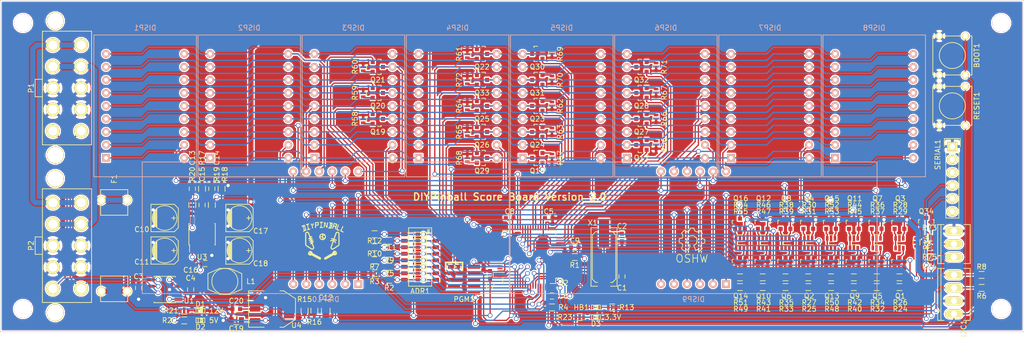
<source format=kicad_pcb>
(kicad_pcb (version 4) (host pcbnew 4.0.0-rc1-stable)
  (layers (0 F.Cu signal) (1 Ground.Cu power) (2 Power.Cu mixed) (31 B.Cu signal) (34 B.Paste user) (35 F.Paste user) (36 B.SilkS user) (37 F.SilkS user) (38 B.Mask user) (39 F.Mask user) (44 Edge.Cuts user))
  (net 0 "")
  (net 1 "/Control Logic/ADDRESS0")
  (net 2 "/Control Logic/ADDRESS1")
  (net 3 "/Control Logic/ADDRESS2")
  (net 4 "/Control Logic/ADDRESS3")
  (net 5 "/Control Logic/ADDRESS4")
  (net 6 "/Control Logic/ADDRESS5")
  (net 7 "/Control Logic/ADDRESS6")
  (net 8 "/Control Logic/ADDRESS7")
  (net 9 GND)
  (net 10 +12V)
  (net 11 +5V)
  (net 12 "/Control Logic/12V_SENSE")
  (net 13 "/Power Supply/12V_IN")
  (net 14 "/Control Logic/HEARTBEAT")
  (net 15 "/Control Logic/CANH")
  (net 16 "/Control Logic/CANL")
  (net 17 "/Control Logic/SWDIO")
  (net 18 "/Control Logic/SWCLK")
  (net 19 "Net-(Q19-Pad2)")
  (net 20 "Net-(Q20-Pad2)")
  (net 21 "Net-(Q1-Pad1)")
  (net 22 "Net-(Q1-Pad3)")
  (net 23 "Net-(Q2-Pad3)")
  (net 24 "Net-(Q2-Pad1)")
  (net 25 "Net-(Q5-Pad1)")
  (net 26 "Net-(Q5-Pad3)")
  (net 27 "Net-(Q6-Pad3)")
  (net 28 "Net-(Q6-Pad1)")
  (net 29 "Net-(Q7-Pad1)")
  (net 30 "Net-(Q8-Pad1)")
  (net 31 "Net-(Q11-Pad1)")
  (net 32 "Net-(Q12-Pad1)")
  (net 33 "Net-(Q13-Pad1)")
  (net 34 "Net-(Q13-Pad3)")
  (net 35 "Net-(Q14-Pad1)")
  (net 36 "Net-(Q14-Pad3)")
  (net 37 "Net-(Q15-Pad1)")
  (net 38 "Net-(Q16-Pad1)")
  (net 39 "/Control Logic/~RESET")
  (net 40 "/Control Logic/BOOTLOADER")
  (net 41 "/Control Logic/RXD")
  (net 42 "/Control Logic/CANRX")
  (net 43 "/Control Logic/CANTX")
  (net 44 +3.3V)
  (net 45 "Net-(C1-Pad1)")
  (net 46 "Net-(C2-Pad1)")
  (net 47 "Net-(C13-Pad1)")
  (net 48 "Net-(C14-Pad1)")
  (net 49 "Net-(C15-Pad2)")
  (net 50 "Net-(C16-Pad1)")
  (net 51 "Net-(C16-Pad2)")
  (net 52 "/Control Logic/SCL")
  (net 53 "/Control Logic/SDA")
  (net 54 "Net-(P1-Pad1)")
  (net 55 "Net-(Q3-Pad1)")
  (net 56 "Net-(Q4-Pad1)")
  (net 57 "Net-(Q9-Pad1)")
  (net 58 "Net-(Q9-Pad3)")
  (net 59 "Net-(Q10-Pad1)")
  (net 60 "Net-(Q10-Pad3)")
  (net 61 "/Cathode Driver/CATHODE0")
  (net 62 "Net-(Q17-Pad2)")
  (net 63 "/Cathode Driver/CATHODE1")
  (net 64 "Net-(Q18-Pad2)")
  (net 65 "/Cathode Driver/CATHODE2")
  (net 66 "/Cathode Driver/CATHODE3")
  (net 67 "/Cathode Driver/CATHODE4")
  (net 68 "Net-(Q21-Pad2)")
  (net 69 "/Cathode Driver/CATHODE5")
  (net 70 "Net-(Q22-Pad2)")
  (net 71 "/Cathode Driver/CATHODE6")
  (net 72 "Net-(Q23-Pad2)")
  (net 73 "/Cathode Driver/CATHODE7")
  (net 74 "Net-(Q24-Pad2)")
  (net 75 "/Cathode Driver/CATHODE8")
  (net 76 "Net-(Q25-Pad2)")
  (net 77 "/Cathode Driver/CATHODE9")
  (net 78 "Net-(Q26-Pad2)")
  (net 79 "/Cathode Driver/CATHODE10")
  (net 80 "Net-(Q27-Pad2)")
  (net 81 "/Cathode Driver/CATHODE11")
  (net 82 "Net-(Q28-Pad2)")
  (net 83 "/Cathode Driver/CATHODE12")
  (net 84 "Net-(Q29-Pad2)")
  (net 85 "/Cathode Driver/CATHODE13")
  (net 86 "Net-(Q30-Pad2)")
  (net 87 "/Cathode Driver/CATHODE14")
  (net 88 "Net-(Q31-Pad2)")
  (net 89 "/Cathode Driver/CATHODE15")
  (net 90 "Net-(Q32-Pad2)")
  (net 91 "/Cathode Driver/CATHODE16")
  (net 92 "Net-(Q33-Pad2)")
  (net 93 "Net-(R18-Pad2)")
  (net 94 "Net-(R20-Pad1)")
  (net 95 "/Anode Driver/ANODE0")
  (net 96 "/Anode Driver/ANODE4")
  (net 97 "/Anode Driver/ANODE1")
  (net 98 "/Anode Driver/ANODE5")
  (net 99 "/Anode Driver/ANODE6")
  (net 100 "/Anode Driver/ANODE3")
  (net 101 "/Anode Driver/ANODE7")
  (net 102 "/Anode Driver/ANODE2")
  (net 103 "/16-Segment Digits/CATHODE7")
  (net 104 "/16-Segment Digits/CATHODE10")
  (net 105 "/16-Segment Digits/CATHODE6")
  (net 106 "/16-Segment Digits/CATHODE11")
  (net 107 "/16-Segment Digits/CATHODE14")
  (net 108 "/16-Segment Digits/CATHODE15")
  (net 109 "/16-Segment Digits/CATHODE13")
  (net 110 "/16-Segment Digits/CATHODE5")
  (net 111 "/16-Segment Digits/CATHODE4")
  (net 112 "/16-Segment Digits/CATHODE16")
  (net 113 "/16-Segment Digits/CATHODE3")
  (net 114 "/16-Segment Digits/CATHODE8")
  (net 115 "/16-Segment Digits/CATHODE2")
  (net 116 "/16-Segment Digits/CATHODE9")
  (net 117 "/16-Segment Digits/CATHODE0")
  (net 118 "/16-Segment Digits/CATHODE1")
  (net 119 "/16-Segment Digits/ANODE0")
  (net 120 "/16-Segment Digits/CATHODE12")
  (net 121 "/16-Segment Digits/ANODE3")
  (net 122 "/16-Segment Digits/ANODE6")
  (net 123 "/16-Segment Digits/ANODE1")
  (net 124 "/16-Segment Digits/ANODE4")
  (net 125 "/16-Segment Digits/ANODE7")
  (net 126 "/16-Segment Digits/ANODE2")
  (net 127 "/16-Segment Digits/ANODE5")
  (net 128 "Net-(D1-Pad2)")
  (net 129 "Net-(D2-Pad2)")
  (net 130 "Net-(D3-Pad2)")
  (net 131 "Net-(HB1-Pad1)")
  (net 132 "Net-(K1-Pad2)")
  (net 133 "Net-(Q34-Pad1)")
  (net 134 "Net-(Q34-Pad3)")
  (net 135 "/RGB Output/RGB_DATA")
  (module PinballParts:DIPSWITCH-SMT-08 (layer F.Cu) (at 134.3025 128.27 270)
    (fp_text reference ADR1 (at 6.6675 0 360) (layer F.SilkS))
    (fp_text value DIPS_08 hide)
    (fp_text user ON (at -4.953 -1.651 270) (layer F.SilkS) (effects (font (size 0.5 0.5) (thickness 0.125))))
    (pad 16 smd rect (at -4.445 -3.075 270) (size 0.76 1.25) (layers F.Cu F.Paste F.Mask) (net 1 "/Control Logic/ADDRESS0"))
    (pad 15 smd rect (at -3.175 -3.075 270) (size 0.76 1.25) (layers F.Cu F.Paste F.Mask) (net 2 "/Control Logic/ADDRESS1"))
    (pad 14 smd rect (at -1.905 -3.075 270) (size 0.76 1.25) (layers F.Cu F.Paste F.Mask) (net 3 "/Control Logic/ADDRESS2"))
    (pad 13 smd rect (at -0.635 -3.075 270) (size 0.76 1.25) (layers F.Cu F.Paste F.Mask) (net 4 "/Control Logic/ADDRESS3"))
    (pad 12 smd rect (at 0.635 -3.075 270) (size 0.76 1.25) (layers F.Cu F.Paste F.Mask) (net 5 "/Control Logic/ADDRESS4"))
    (pad 11 smd rect (at 1.905 -3.075 270) (size 0.76 1.25) (layers F.Cu F.Paste F.Mask) (net 6 "/Control Logic/ADDRESS5"))
    (pad 10 smd rect (at 3.175 -3.075 270) (size 0.76 1.25) (layers F.Cu F.Paste F.Mask) (net 7 "/Control Logic/ADDRESS6"))
    (pad 9 smd rect (at 4.445 -3.075 270) (size 0.76 1.25) (layers F.Cu F.Paste F.Mask) (net 8 "/Control Logic/ADDRESS7"))
    (pad 1 smd rect (at -4.445 3.075 270) (size 0.76 1.25) (layers F.Cu F.Paste F.Mask) (net 44 +3.3V))
    (pad 2 smd rect (at -3.175 3.075 270) (size 0.76 1.25) (layers F.Cu F.Paste F.Mask) (net 44 +3.3V))
    (pad 3 smd rect (at -1.905 3.075 270) (size 0.76 1.25) (layers F.Cu F.Paste F.Mask) (net 44 +3.3V))
    (pad 4 smd rect (at -0.635 3.075 270) (size 0.76 1.25) (layers F.Cu F.Paste F.Mask) (net 44 +3.3V))
    (pad 5 smd rect (at 0.635 3.075 270) (size 0.76 1.25) (layers F.Cu F.Paste F.Mask) (net 44 +3.3V))
    (pad 6 smd rect (at 1.905 3.075 270) (size 0.76 1.25) (layers F.Cu F.Paste F.Mask) (net 44 +3.3V))
    (pad 7 smd rect (at 3.175 3.075 270) (size 0.76 1.25) (layers F.Cu F.Paste F.Mask) (net 44 +3.3V))
    (pad 8 smd rect (at 4.445 3.075 270) (size 0.76 1.25) (layers F.Cu F.Paste F.Mask) (net 44 +3.3V))
  )
  (module Capacitors_SMD:C_0603 (layer F.Cu) (at 173.6725 124.46 270)
    (fp_text reference C2 (at -2.2225 0 360) (layer F.SilkS))
    (fp_text value 18p)
    (pad 1 smd rect (at -0.75 0 270) (size 0.8 0.75) (layers F.Cu F.Paste F.Mask) (net 46 "Net-(C2-Pad1)"))
    (pad 2 smd rect (at 0.75 0 270) (size 0.8 0.75) (layers F.Cu F.Paste F.Mask) (net 9 GND))
  )
  (module Capacitors_SMD:C_0603 (layer F.Cu) (at 89.535 134.62 270)
    (fp_text reference C4 (at -2.2225 0 360) (layer F.SilkS))
    (fp_text value 100n)
    (pad 1 smd rect (at -0.75 0 270) (size 0.8 0.75) (layers F.Cu F.Paste F.Mask) (net 11 +5V))
    (pad 2 smd rect (at 0.75 0 270) (size 0.8 0.75) (layers F.Cu F.Paste F.Mask) (net 9 GND))
  )
  (module Capacitors_SMD:C_0603 (layer F.Cu) (at 159.385 120.65)
    (fp_text reference C5 (at 0 -1.27 180) (layer F.SilkS))
    (fp_text value 10n)
    (pad 1 smd rect (at -0.75 0) (size 0.8 0.75) (layers F.Cu F.Paste F.Mask) (net 44 +3.3V))
    (pad 2 smd rect (at 0.75 0) (size 0.8 0.75) (layers F.Cu F.Paste F.Mask) (net 9 GND))
  )
  (module Capacitors_SMD:C_0603 (layer F.Cu) (at 160.02 135.89 180)
    (fp_text reference C6 (at -2.2225 0 180) (layer F.SilkS))
    (fp_text value 10n)
    (pad 1 smd rect (at -0.75 0 180) (size 0.8 0.75) (layers F.Cu F.Paste F.Mask) (net 44 +3.3V))
    (pad 2 smd rect (at 0.75 0 180) (size 0.8 0.75) (layers F.Cu F.Paste F.Mask) (net 9 GND))
  )
  (module Capacitors_SMD:C_0603 (layer F.Cu) (at 147.955 131.7625 90)
    (fp_text reference C7 (at -2.2225 0 180) (layer F.SilkS))
    (fp_text value 10n)
    (pad 1 smd rect (at -0.75 0 90) (size 0.8 0.75) (layers F.Cu F.Paste F.Mask) (net 44 +3.3V))
    (pad 2 smd rect (at 0.75 0 90) (size 0.8 0.75) (layers F.Cu F.Paste F.Mask) (net 9 GND))
  )
  (module Capacitors_SMD:C_0603 (layer F.Cu) (at 151.765 120.65)
    (fp_text reference C8 (at 0 -1.27) (layer F.SilkS))
    (fp_text value 100n)
    (pad 1 smd rect (at -0.75 0) (size 0.8 0.75) (layers F.Cu F.Paste F.Mask) (net 44 +3.3V))
    (pad 2 smd rect (at 0.75 0) (size 0.8 0.75) (layers F.Cu F.Paste F.Mask) (net 9 GND))
  )
  (module Capacitors_SMD:C_0603 (layer F.Cu) (at 164.465 126.365 180)
    (fp_text reference C9 (at 0 1.27 360) (layer F.SilkS))
    (fp_text value 100n)
    (pad 1 smd rect (at -0.75 0 180) (size 0.8 0.75) (layers F.Cu F.Paste F.Mask) (net 44 +3.3V))
    (pad 2 smd rect (at 0.75 0 180) (size 0.8 0.75) (layers F.Cu F.Paste F.Mask) (net 9 GND))
  )
  (module Capacitors_SMD:C_0805 (layer F.Cu) (at 98.425 140.6525 180)
    (fp_text reference C19 (at 0 -1.5875 180) (layer F.SilkS))
    (fp_text value 10u)
    (pad 1 smd rect (at -1 0 180) (size 1 1.25) (layers F.Cu F.Paste F.Mask) (net 11 +5V))
    (pad 2 smd rect (at 1 0 180) (size 1 1.25) (layers F.Cu F.Paste F.Mask) (net 9 GND))
  )
  (module LEDs:LED-0603 (layer F.Cu) (at 91.44 138.7475 180)
    (fp_text reference D1 (at 0 1.27 180) (layer F.SilkS))
    (fp_text value LED)
    (pad 2 smd rect (at 0.7493 0) (size 0.79756 0.79756) (layers F.Cu F.Paste F.Mask) (net 128 "Net-(D1-Pad2)"))
    (pad 1 smd rect (at -0.7493 0) (size 0.79756 0.79756) (layers F.Cu F.Paste F.Mask) (net 9 GND))
  )
  (module LEDs:LED-0603 (layer F.Cu) (at 91.44 140.6525 180)
    (fp_text reference D2 (at 0 -1.27 180) (layer F.SilkS))
    (fp_text value LED)
    (pad 2 smd rect (at 0.7493 0) (size 0.79756 0.79756) (layers F.Cu F.Paste F.Mask) (net 129 "Net-(D2-Pad2)"))
    (pad 1 smd rect (at -0.7493 0) (size 0.79756 0.79756) (layers F.Cu F.Paste F.Mask) (net 9 GND))
  )
  (module LEDs:LED-0603 (layer F.Cu) (at 168.5925 140.0175 180)
    (fp_text reference D3 (at 0 -1.27 180) (layer F.SilkS))
    (fp_text value LED)
    (pad 2 smd rect (at 0.7493 0) (size 0.79756 0.79756) (layers F.Cu F.Paste F.Mask) (net 130 "Net-(D3-Pad2)"))
    (pad 1 smd rect (at -0.7493 0) (size 0.79756 0.79756) (layers F.Cu F.Paste F.Mask) (net 9 GND))
  )
  (module PinballParts:FC203-20MM (layer F.Cu) (at 74.6125 126.0475 270)
    (fp_text reference F1 (at -13.0175 0 270) (layer F.SilkS))
    (fp_text value FUSE hide)
    (pad 1 thru_hole circle (at -8.9 -2.5 270) (size 1.7 1.7) (drill 1.17) (layers *.Cu *.Mask F.SilkS) (net 13 "/Power Supply/12V_IN"))
    (pad 1 thru_hole circle (at -8.9 2.5 270) (size 1.7 1.7) (drill 1.17) (layers *.Cu *.Mask F.SilkS) (net 13 "/Power Supply/12V_IN"))
    (pad 2 thru_hole circle (at 8.9 2.5 270) (size 1.7 1.7) (drill 1.17) (layers *.Cu *.Mask F.SilkS) (net 10 +12V))
    (pad 2 thru_hole circle (at 8.9 -2.5 270) (size 1.7 1.7) (drill 1.17) (layers *.Cu *.Mask F.SilkS) (net 10 +12V))
  )
  (module LEDs:LED-0603 (layer F.Cu) (at 168.5925 138.1125 180)
    (fp_text reference HB1 (at 2.8575 0 180) (layer F.SilkS))
    (fp_text value LED)
    (pad 2 smd rect (at 0.7493 0) (size 0.79756 0.79756) (layers F.Cu F.Paste F.Mask) (net 14 "/Control Logic/HEARTBEAT"))
    (pad 1 smd rect (at -0.7493 0) (size 0.79756 0.79756) (layers F.Cu F.Paste F.Mask) (net 131 "Net-(HB1-Pad1)"))
  )
  (module Sockets_MOLEX_KK-System:Socket_MOLEX-KK-RM2-54mm_Lock_4pin_straight (layer F.Cu) (at 238.4425 135.5725 90)
    (fp_text reference I2C1 (at -6.6675 1.905 90) (layer F.SilkS))
    (fp_text value CONN_4)
    (pad 1 thru_hole oval (at -3.81 0 90) (size 1.80086 3.50012) (drill 1.19888) (layers *.Cu *.Mask F.SilkS) (net 44 +3.3V))
    (pad 2 thru_hole oval (at -1.27 0 90) (size 1.80086 3.50012) (drill 1.19888) (layers *.Cu *.Mask F.SilkS) (net 9 GND))
    (pad 3 thru_hole oval (at 1.27 0 90) (size 1.80086 3.50012) (drill 1.19888) (layers *.Cu *.Mask F.SilkS) (net 52 "/Control Logic/SCL"))
    (pad 4 thru_hole oval (at 3.81 0 90) (size 1.80086 3.50012) (drill 1.19888) (layers *.Cu *.Mask F.SilkS) (net 53 "/Control Logic/SDA"))
  )
  (module PinballParts:PINBALL-CONNECTOR-V (layer F.Cu) (at 65.405 95.25 270)
    (fp_text reference P1 (at 0 7 270) (layer F.SilkS))
    (fp_text value PINBALL-CONNECTOR hide)
    (pad 3 thru_hole circle (at 0 -2.75 90) (size 2.7 2.7) (drill 1.8) (layers *.Cu *.Mask F.SilkS) (net 9 GND))
    (pad 8 thru_hole circle (at 0 2.75 90) (size 2.7 2.7) (drill 1.8) (layers *.Cu *.Mask F.SilkS) (net 9 GND))
    (pad 4 thru_hole circle (at 4.2 -2.75 90) (size 2.7 2.7) (drill 1.8) (layers *.Cu *.Mask F.SilkS) (net 9 GND))
    (pad 9 thru_hole circle (at 4.2 2.75 90) (size 2.7 2.7) (drill 1.8) (layers *.Cu *.Mask F.SilkS) (net 9 GND))
    (pad 5 thru_hole circle (at 8.4 -2.75 90) (size 2.7 2.7) (drill 1.8) (layers *.Cu *.Mask F.SilkS) (net 15 "/Control Logic/CANH"))
    (pad 10 thru_hole circle (at 8.4 2.75 90) (size 2.7 2.7) (drill 1.8) (layers *.Cu *.Mask F.SilkS) (net 16 "/Control Logic/CANL"))
    (pad 7 thru_hole circle (at -4.2 2.75 90) (size 2.7 2.7) (drill 1.8) (layers *.Cu *.Mask F.SilkS) (net 13 "/Power Supply/12V_IN"))
    (pad 2 thru_hole circle (at -4.2 -2.75 90) (size 2.7 2.7) (drill 1.8) (layers *.Cu *.Mask F.SilkS) (net 13 "/Power Supply/12V_IN"))
    (pad 6 thru_hole circle (at -8.4 2.75 90) (size 2.7 2.7) (drill 1.8) (layers *.Cu *.Mask F.SilkS) (net 54 "Net-(P1-Pad1)"))
    (pad 1 thru_hole circle (at -8.4 -2.75 90) (size 2.7 2.7) (drill 1.8) (layers *.Cu *.Mask F.SilkS) (net 54 "Net-(P1-Pad1)"))
    (pad "" np_thru_hole circle (at 13.1 2.29 90) (size 3.3 3.3) (drill 3) (layers *.Cu *.Mask F.SilkS))
    (pad "" np_thru_hole circle (at -13.1 2.29 90) (size 3.3 3.3) (drill 3) (layers *.Cu *.Mask F.SilkS))
  )
  (module PinballParts:PINBALL-CONNECTOR-V (layer F.Cu) (at 65.405 126.0475 270)
    (fp_text reference P2 (at 0 7 270) (layer F.SilkS))
    (fp_text value PINBALL-CONNECTOR hide)
    (pad 3 thru_hole circle (at 0 -2.75 90) (size 2.7 2.7) (drill 1.8) (layers *.Cu *.Mask F.SilkS) (net 9 GND))
    (pad 8 thru_hole circle (at 0 2.75 90) (size 2.7 2.7) (drill 1.8) (layers *.Cu *.Mask F.SilkS) (net 9 GND))
    (pad 4 thru_hole circle (at 4.2 -2.75 90) (size 2.7 2.7) (drill 1.8) (layers *.Cu *.Mask F.SilkS) (net 9 GND))
    (pad 9 thru_hole circle (at 4.2 2.75 90) (size 2.7 2.7) (drill 1.8) (layers *.Cu *.Mask F.SilkS) (net 9 GND))
    (pad 5 thru_hole circle (at 8.4 -2.75 90) (size 2.7 2.7) (drill 1.8) (layers *.Cu *.Mask F.SilkS) (net 15 "/Control Logic/CANH"))
    (pad 10 thru_hole circle (at 8.4 2.75 90) (size 2.7 2.7) (drill 1.8) (layers *.Cu *.Mask F.SilkS) (net 16 "/Control Logic/CANL"))
    (pad 7 thru_hole circle (at -4.2 2.75 90) (size 2.7 2.7) (drill 1.8) (layers *.Cu *.Mask F.SilkS) (net 13 "/Power Supply/12V_IN"))
    (pad 2 thru_hole circle (at -4.2 -2.75 90) (size 2.7 2.7) (drill 1.8) (layers *.Cu *.Mask F.SilkS) (net 13 "/Power Supply/12V_IN"))
    (pad 6 thru_hole circle (at -8.4 2.75 90) (size 2.7 2.7) (drill 1.8) (layers *.Cu *.Mask F.SilkS) (net 54 "Net-(P1-Pad1)"))
    (pad 1 thru_hole circle (at -8.4 -2.75 90) (size 2.7 2.7) (drill 1.8) (layers *.Cu *.Mask F.SilkS) (net 54 "Net-(P1-Pad1)"))
    (pad "" np_thru_hole circle (at 13.1 2.29 90) (size 3.3 3.3) (drill 3) (layers *.Cu *.Mask F.SilkS))
    (pad "" np_thru_hole circle (at -13.1 2.29 90) (size 3.3 3.3) (drill 3) (layers *.Cu *.Mask F.SilkS))
  )
  (module Myelin:pin_array_5x2_50mil_smd (layer F.Cu) (at 142.875 132.715 270)
    (fp_text reference PGM1 (at 3.81 0 360) (layer F.SilkS))
    (fp_text value ARM-SWD-HEADER hide)
    (pad 10 smd rect (at 2.54 -1.95 270) (size 0.76 2.4) (layers F.Cu F.Paste F.Mask) (net 39 "/Control Logic/~RESET"))
    (pad 9 smd rect (at 2.54 1.95 270) (size 0.76 2.4) (layers F.Cu F.Paste F.Mask) (net 9 GND))
    (pad 8 smd rect (at 1.27 -1.95 270) (size 0.76 2.4) (layers F.Cu F.Paste F.Mask))
    (pad 7 smd rect (at 1.27 1.95 270) (size 0.76 2.4) (layers F.Cu F.Paste F.Mask))
    (pad 1 smd rect (at -2.54 1.95 270) (size 0.76 2.4) (layers F.Cu F.Paste F.Mask) (net 44 +3.3V))
    (pad 2 smd rect (at -2.54 -1.95 270) (size 0.76 2.4) (layers F.Cu F.Paste F.Mask) (net 17 "/Control Logic/SWDIO"))
    (pad 3 smd rect (at -1.27 1.95 270) (size 0.76 2.4) (layers F.Cu F.Paste F.Mask) (net 9 GND))
    (pad 4 smd rect (at -1.27 -1.95 270) (size 0.76 2.4) (layers F.Cu F.Paste F.Mask) (net 18 "/Control Logic/SWCLK"))
    (pad 5 smd rect (at 0 1.95 270) (size 0.76 2.4) (layers F.Cu F.Paste F.Mask) (net 9 GND))
    (pad 6 smd rect (at 0 -1.95 270) (size 0.76 2.4) (layers F.Cu F.Paste F.Mask))
  )
  (module Resistors_SMD:R_0603 (layer F.Cu) (at 164.465 128.27 180)
    (fp_text reference R1 (at 0 -1.5875 180) (layer F.SilkS))
    (fp_text value 10K)
    (pad 1 smd rect (at -0.75 0 180) (size 0.5 0.9) (layers F.Cu F.Paste F.Mask) (net 44 +3.3V))
    (pad 2 smd rect (at 0.75 0 180) (size 0.5 0.9) (layers F.Cu F.Paste F.Mask) (net 39 "/Control Logic/~RESET"))
  )
  (module Resistors_SMD:R_0603 (layer F.Cu) (at 128.27 132.715 180)
    (fp_text reference R2 (at 0 -1.5875 360) (layer F.SilkS))
    (fp_text value 10K)
    (pad 1 smd rect (at -0.75 0 180) (size 0.5 0.9) (layers F.Cu F.Paste F.Mask) (net 8 "/Control Logic/ADDRESS7"))
    (pad 2 smd rect (at 0.75 0 180) (size 0.5 0.9) (layers F.Cu F.Paste F.Mask) (net 9 GND))
  )
  (module Resistors_SMD:R_0603 (layer F.Cu) (at 125.4125 131.445 180)
    (fp_text reference R3 (at 0 -1.5875 180) (layer F.SilkS))
    (fp_text value 10K)
    (pad 1 smd rect (at -0.75 0 180) (size 0.5 0.9) (layers F.Cu F.Paste F.Mask) (net 7 "/Control Logic/ADDRESS6"))
    (pad 2 smd rect (at 0.75 0 180) (size 0.5 0.9) (layers F.Cu F.Paste F.Mask) (net 9 GND))
  )
  (module Resistors_SMD:R_0603 (layer F.Cu) (at 160.02 138.1125 180)
    (fp_text reference R4 (at -2.2225 0 180) (layer F.SilkS))
    (fp_text value 10K)
    (pad 1 smd rect (at -0.75 0 180) (size 0.5 0.9) (layers F.Cu F.Paste F.Mask) (net 44 +3.3V))
    (pad 2 smd rect (at 0.75 0 180) (size 0.5 0.9) (layers F.Cu F.Paste F.Mask) (net 40 "/Control Logic/BOOTLOADER"))
  )
  (module Resistors_SMD:R_0603 (layer F.Cu) (at 128.27 130.175 180)
    (fp_text reference R5 (at 0 -1.27 360) (layer F.SilkS))
    (fp_text value 10K)
    (pad 1 smd rect (at -0.75 0 180) (size 0.5 0.9) (layers F.Cu F.Paste F.Mask) (net 6 "/Control Logic/ADDRESS5"))
    (pad 2 smd rect (at 0.75 0 180) (size 0.5 0.9) (layers F.Cu F.Paste F.Mask) (net 9 GND))
  )
  (module Resistors_SMD:R_0603 (layer F.Cu) (at 243.84 134.3025 180)
    (fp_text reference R6 (at 0 -1.5875 180) (layer F.SilkS))
    (fp_text value 4.7K)
    (pad 1 smd rect (at -0.75 0 180) (size 0.5 0.9) (layers F.Cu F.Paste F.Mask) (net 44 +3.3V))
    (pad 2 smd rect (at 0.75 0 180) (size 0.5 0.9) (layers F.Cu F.Paste F.Mask) (net 52 "/Control Logic/SCL"))
  )
  (module Resistors_SMD:R_0603 (layer F.Cu) (at 125.4125 128.905 180)
    (fp_text reference R7 (at 0 -1.27 180) (layer F.SilkS))
    (fp_text value 10K)
    (pad 1 smd rect (at -0.75 0 180) (size 0.5 0.9) (layers F.Cu F.Paste F.Mask) (net 5 "/Control Logic/ADDRESS4"))
    (pad 2 smd rect (at 0.75 0 180) (size 0.5 0.9) (layers F.Cu F.Paste F.Mask) (net 9 GND))
  )
  (module Resistors_SMD:R_0603 (layer F.Cu) (at 243.84 131.7625 180)
    (fp_text reference R8 (at 0 1.5875 360) (layer F.SilkS))
    (fp_text value 4.7K)
    (pad 1 smd rect (at -0.75 0 180) (size 0.5 0.9) (layers F.Cu F.Paste F.Mask) (net 44 +3.3V))
    (pad 2 smd rect (at 0.75 0 180) (size 0.5 0.9) (layers F.Cu F.Paste F.Mask) (net 53 "/Control Logic/SDA"))
  )
  (module Resistors_SMD:R_0603 (layer F.Cu) (at 128.27 127.635 180)
    (fp_text reference R9 (at 0 -1.27 360) (layer F.SilkS))
    (fp_text value 10K)
    (pad 1 smd rect (at -0.75 0 180) (size 0.5 0.9) (layers F.Cu F.Paste F.Mask) (net 4 "/Control Logic/ADDRESS3"))
    (pad 2 smd rect (at 0.75 0 180) (size 0.5 0.9) (layers F.Cu F.Paste F.Mask) (net 9 GND))
  )
  (module Resistors_SMD:R_0603 (layer F.Cu) (at 125.4125 126.365 180)
    (fp_text reference R10 (at 0 -1.27 180) (layer F.SilkS))
    (fp_text value 10K)
    (pad 1 smd rect (at -0.75 0 180) (size 0.5 0.9) (layers F.Cu F.Paste F.Mask) (net 3 "/Control Logic/ADDRESS2"))
    (pad 2 smd rect (at 0.75 0 180) (size 0.5 0.9) (layers F.Cu F.Paste F.Mask) (net 9 GND))
  )
  (module Resistors_SMD:R_0603 (layer F.Cu) (at 128.27 125.095 180)
    (fp_text reference R11 (at 0 -1.27 180) (layer F.SilkS))
    (fp_text value 10K)
    (pad 1 smd rect (at -0.75 0 180) (size 0.5 0.9) (layers F.Cu F.Paste F.Mask) (net 2 "/Control Logic/ADDRESS1"))
    (pad 2 smd rect (at 0.75 0 180) (size 0.5 0.9) (layers F.Cu F.Paste F.Mask) (net 9 GND))
  )
  (module Resistors_SMD:R_0603 (layer F.Cu) (at 125.4125 123.825 180)
    (fp_text reference R12 (at 0 -1.27 180) (layer F.SilkS))
    (fp_text value 10K)
    (pad 1 smd rect (at -0.75 0 180) (size 0.5 0.9) (layers F.Cu F.Paste F.Mask) (net 1 "/Control Logic/ADDRESS0"))
    (pad 2 smd rect (at 0.75 0 180) (size 0.5 0.9) (layers F.Cu F.Paste F.Mask) (net 9 GND))
  )
  (module Resistors_SMD:R_0603 (layer F.Cu) (at 171.7675 138.1125)
    (fp_text reference R13 (at 2.8575 0 180) (layer F.SilkS))
    (fp_text value 1K)
    (pad 1 smd rect (at -0.75 0) (size 0.5 0.9) (layers F.Cu F.Paste F.Mask) (net 131 "Net-(HB1-Pad1)"))
    (pad 2 smd rect (at 0.75 0) (size 0.5 0.9) (layers F.Cu F.Paste F.Mask) (net 9 GND))
  )
  (module Resistors_SMD:R_0603 (layer F.Cu) (at 111.76 138.7475 270)
    (fp_text reference R15 (at -2.2225 0 360) (layer F.SilkS))
    (fp_text value "20.5K 1%")
    (pad 1 smd rect (at -0.75 0 270) (size 0.5 0.9) (layers F.Cu F.Paste F.Mask) (net 12 "/Control Logic/12V_SENSE"))
    (pad 2 smd rect (at 0.75 0 270) (size 0.5 0.9) (layers F.Cu F.Paste F.Mask) (net 10 +12V))
  )
  (module Resistors_SMD:R_0603 (layer F.Cu) (at 113.665 138.7475 270)
    (fp_text reference R16 (at 2.2225 0 360) (layer F.SilkS))
    (fp_text value "5.1K 1%")
    (pad 1 smd rect (at -0.75 0 270) (size 0.5 0.9) (layers F.Cu F.Paste F.Mask) (net 12 "/Control Logic/12V_SENSE"))
    (pad 2 smd rect (at 0.75 0 270) (size 0.5 0.9) (layers F.Cu F.Paste F.Mask) (net 9 GND))
  )
  (module Resistors_SMD:R_0603 (layer F.Cu) (at 91.7575 114.935 270)
    (fp_text reference R17 (at -6.0325 0 270) (layer F.SilkS))
    (fp_text value 13K)
    (pad 1 smd rect (at -0.75 0 270) (size 0.5 0.9) (layers F.Cu F.Paste F.Mask) (net 9 GND))
    (pad 2 smd rect (at 0.75 0 270) (size 0.5 0.9) (layers F.Cu F.Paste F.Mask) (net 49 "Net-(C15-Pad2)"))
  )
  (module Resistors_SMD:R_0603 (layer F.Cu) (at 95.5675 114.935 270)
    (fp_text reference R18 (at -2.8575 -0.635 270) (layer F.SilkS))
    (fp_text value 11.8K)
    (pad 1 smd rect (at -0.75 0 270) (size 0.5 0.9) (layers F.Cu F.Paste F.Mask) (net 9 GND))
    (pad 2 smd rect (at 0.75 0 270) (size 0.5 0.9) (layers F.Cu F.Paste F.Mask) (net 93 "Net-(R18-Pad2)"))
  )
  (module Resistors_SMD:R_0603 (layer F.Cu) (at 93.6625 118.11 90)
    (fp_text reference R19 (at 6.0325 0.9525 90) (layer F.SilkS))
    (fp_text value 53.6K)
    (pad 1 smd rect (at -0.75 0 90) (size 0.5 0.9) (layers F.Cu F.Paste F.Mask) (net 93 "Net-(R18-Pad2)"))
    (pad 2 smd rect (at 0.75 0 90) (size 0.5 0.9) (layers F.Cu F.Paste F.Mask) (net 11 +5V))
  )
  (module Resistors_SMD:R_0603 (layer F.Cu) (at 89.8525 118.11 90)
    (fp_text reference R20 (at 6.0325 0 270) (layer F.SilkS))
    (fp_text value 10K)
    (pad 1 smd rect (at -0.75 0 90) (size 0.5 0.9) (layers F.Cu F.Paste F.Mask) (net 94 "Net-(R20-Pad1)"))
    (pad 2 smd rect (at 0.75 0 90) (size 0.5 0.9) (layers F.Cu F.Paste F.Mask) (net 10 +12V))
  )
  (module Resistors_SMD:R_0603 (layer F.Cu) (at 88.265 138.7475)
    (fp_text reference R21 (at -2.54 0 180) (layer F.SilkS))
    (fp_text value 2.7K)
    (pad 1 smd rect (at -0.75 0) (size 0.5 0.9) (layers F.Cu F.Paste F.Mask) (net 10 +12V))
    (pad 2 smd rect (at 0.75 0) (size 0.5 0.9) (layers F.Cu F.Paste F.Mask) (net 128 "Net-(D1-Pad2)"))
  )
  (module Resistors_SMD:R_0603 (layer F.Cu) (at 88.265 140.6525)
    (fp_text reference R22 (at -2.8575 0) (layer F.SilkS))
    (fp_text value 1K)
    (pad 1 smd rect (at -0.75 0) (size 0.5 0.9) (layers F.Cu F.Paste F.Mask) (net 11 +5V))
    (pad 2 smd rect (at 0.75 0) (size 0.5 0.9) (layers F.Cu F.Paste F.Mask) (net 129 "Net-(D2-Pad2)"))
  )
  (module Resistors_SMD:R_0603 (layer F.Cu) (at 165.4175 140.0175)
    (fp_text reference R23 (at -2.8575 0) (layer F.SilkS))
    (fp_text value 1K)
    (pad 1 smd rect (at -0.75 0) (size 0.5 0.9) (layers F.Cu F.Paste F.Mask) (net 44 +3.3V))
    (pad 2 smd rect (at 0.75 0) (size 0.5 0.9) (layers F.Cu F.Paste F.Mask) (net 130 "Net-(D3-Pad2)"))
  )
  (module Resistors_SMD:R_0603 (layer F.Cu) (at 227.80625 134.14375)
    (fp_text reference R24 (at 0.15875 4.28625 180) (layer F.SilkS))
    (fp_text value 1K)
    (pad 1 smd rect (at -0.75 0) (size 0.5 0.9) (layers F.Cu F.Paste F.Mask) (net 21 "Net-(Q1-Pad1)"))
    (pad 2 smd rect (at 0.75 0) (size 0.5 0.9) (layers F.Cu F.Paste F.Mask) (net 95 "/Anode Driver/ANODE0"))
  )
  (module Resistors_SMD:R_0603 (layer F.Cu) (at 210.02625 134.14375)
    (fp_text reference R25 (at 0.15875 4.28625) (layer F.SilkS))
    (fp_text value 1K)
    (pad 1 smd rect (at -0.75 0) (size 0.5 0.9) (layers F.Cu F.Paste F.Mask) (net 24 "Net-(Q2-Pad1)"))
    (pad 2 smd rect (at 0.75 0) (size 0.5 0.9) (layers F.Cu F.Paste F.Mask) (net 96 "/Anode Driver/ANODE4"))
  )
  (module Resistors_SMD:R_0603 (layer F.Cu) (at 227.80625 132.23875)
    (fp_text reference R26 (at 0.15875 4.92125 180) (layer F.SilkS))
    (fp_text value 4.7K)
    (pad 1 smd rect (at -0.75 0) (size 0.5 0.9) (layers F.Cu F.Paste F.Mask) (net 21 "Net-(Q1-Pad1)"))
    (pad 2 smd rect (at 0.75 0) (size 0.5 0.9) (layers F.Cu F.Paste F.Mask) (net 9 GND))
  )
  (module Resistors_SMD:R_0603 (layer F.Cu) (at 210.02625 132.23875)
    (fp_text reference R27 (at 0.15875 4.92125) (layer F.SilkS))
    (fp_text value 4.7K)
    (pad 1 smd rect (at -0.75 0) (size 0.5 0.9) (layers F.Cu F.Paste F.Mask) (net 24 "Net-(Q2-Pad1)"))
    (pad 2 smd rect (at 0.75 0) (size 0.5 0.9) (layers F.Cu F.Paste F.Mask) (net 9 GND))
  )
  (module Resistors_SMD:R_0603 (layer F.Cu) (at 227.80625 124.61875 180)
    (fp_text reference R28 (at -0.15875 6.50875 180) (layer F.SilkS))
    (fp_text value 4.7K)
    (pad 1 smd rect (at -0.75 0 180) (size 0.5 0.9) (layers F.Cu F.Paste F.Mask) (net 11 +5V))
    (pad 2 smd rect (at 0.75 0 180) (size 0.5 0.9) (layers F.Cu F.Paste F.Mask) (net 55 "Net-(Q3-Pad1)"))
  )
  (module Resistors_SMD:R_0603 (layer F.Cu) (at 227.80625 126.52375)
    (fp_text reference R29 (at 0.15875 -7.14375 180) (layer F.SilkS))
    (fp_text value 470)
    (pad 1 smd rect (at -0.75 0) (size 0.5 0.9) (layers F.Cu F.Paste F.Mask) (net 55 "Net-(Q3-Pad1)"))
    (pad 2 smd rect (at 0.75 0) (size 0.5 0.9) (layers F.Cu F.Paste F.Mask) (net 22 "Net-(Q1-Pad3)"))
  )
  (module Resistors_SMD:R_0603 (layer F.Cu) (at 210.02625 124.61875 180)
    (fp_text reference R30 (at -0.15875 6.50875 180) (layer F.SilkS))
    (fp_text value 4.7K)
    (pad 1 smd rect (at -0.75 0 180) (size 0.5 0.9) (layers F.Cu F.Paste F.Mask) (net 11 +5V))
    (pad 2 smd rect (at 0.75 0 180) (size 0.5 0.9) (layers F.Cu F.Paste F.Mask) (net 56 "Net-(Q4-Pad1)"))
  )
  (module Resistors_SMD:R_0603 (layer F.Cu) (at 210.02625 126.52375)
    (fp_text reference R31 (at 0.15875 -7.14375) (layer F.SilkS))
    (fp_text value 470)
    (pad 1 smd rect (at -0.75 0) (size 0.5 0.9) (layers F.Cu F.Paste F.Mask) (net 56 "Net-(Q4-Pad1)"))
    (pad 2 smd rect (at 0.75 0) (size 0.5 0.9) (layers F.Cu F.Paste F.Mask) (net 23 "Net-(Q2-Pad3)"))
  )
  (module Resistors_SMD:R_0603 (layer F.Cu) (at 223.36125 134.14375)
    (fp_text reference R32 (at 0.15875 4.28625) (layer F.SilkS))
    (fp_text value 1K)
    (pad 1 smd rect (at -0.75 0) (size 0.5 0.9) (layers F.Cu F.Paste F.Mask) (net 25 "Net-(Q5-Pad1)"))
    (pad 2 smd rect (at 0.75 0) (size 0.5 0.9) (layers F.Cu F.Paste F.Mask) (net 97 "/Anode Driver/ANODE1"))
  )
  (module Resistors_SMD:R_0603 (layer F.Cu) (at 205.58125 134.14375)
    (fp_text reference R33 (at 0.15875 4.28625 180) (layer F.SilkS))
    (fp_text value 1K)
    (pad 1 smd rect (at -0.75 0) (size 0.5 0.9) (layers F.Cu F.Paste F.Mask) (net 28 "Net-(Q6-Pad1)"))
    (pad 2 smd rect (at 0.75 0) (size 0.5 0.9) (layers F.Cu F.Paste F.Mask) (net 98 "/Anode Driver/ANODE5"))
  )
  (module Resistors_SMD:R_0603 (layer F.Cu) (at 223.36125 132.23875)
    (fp_text reference R34 (at 0.15875 4.92125) (layer F.SilkS))
    (fp_text value 4.7K)
    (pad 1 smd rect (at -0.75 0) (size 0.5 0.9) (layers F.Cu F.Paste F.Mask) (net 25 "Net-(Q5-Pad1)"))
    (pad 2 smd rect (at 0.75 0) (size 0.5 0.9) (layers F.Cu F.Paste F.Mask) (net 9 GND))
  )
  (module Resistors_SMD:R_0603 (layer F.Cu) (at 205.58125 132.23875)
    (fp_text reference R35 (at 0.15875 4.92125) (layer F.SilkS))
    (fp_text value 4.7K)
    (pad 1 smd rect (at -0.75 0) (size 0.5 0.9) (layers F.Cu F.Paste F.Mask) (net 28 "Net-(Q6-Pad1)"))
    (pad 2 smd rect (at 0.75 0) (size 0.5 0.9) (layers F.Cu F.Paste F.Mask) (net 9 GND))
  )
  (module Resistors_SMD:R_0603 (layer F.Cu) (at 223.36125 124.61875 180)
    (fp_text reference R36 (at -0.15875 6.50875 360) (layer F.SilkS))
    (fp_text value 4.7K)
    (pad 1 smd rect (at -0.75 0 180) (size 0.5 0.9) (layers F.Cu F.Paste F.Mask) (net 11 +5V))
    (pad 2 smd rect (at 0.75 0 180) (size 0.5 0.9) (layers F.Cu F.Paste F.Mask) (net 29 "Net-(Q7-Pad1)"))
  )
  (module Resistors_SMD:R_0603 (layer F.Cu) (at 223.36125 126.52375)
    (fp_text reference R37 (at 0.15875 -7.14375) (layer F.SilkS))
    (fp_text value 470)
    (pad 1 smd rect (at -0.75 0) (size 0.5 0.9) (layers F.Cu F.Paste F.Mask) (net 29 "Net-(Q7-Pad1)"))
    (pad 2 smd rect (at 0.75 0) (size 0.5 0.9) (layers F.Cu F.Paste F.Mask) (net 26 "Net-(Q5-Pad3)"))
  )
  (module Resistors_SMD:R_0603 (layer F.Cu) (at 205.58125 124.61875 180)
    (fp_text reference R38 (at -0.15875 6.50875 360) (layer F.SilkS))
    (fp_text value 4.7K)
    (pad 1 smd rect (at -0.75 0 180) (size 0.5 0.9) (layers F.Cu F.Paste F.Mask) (net 11 +5V))
    (pad 2 smd rect (at 0.75 0 180) (size 0.5 0.9) (layers F.Cu F.Paste F.Mask) (net 30 "Net-(Q8-Pad1)"))
  )
  (module Resistors_SMD:R_0603 (layer F.Cu) (at 205.58125 126.52375)
    (fp_text reference R39 (at 0.15875 -7.14375) (layer F.SilkS))
    (fp_text value 470)
    (pad 1 smd rect (at -0.75 0) (size 0.5 0.9) (layers F.Cu F.Paste F.Mask) (net 30 "Net-(Q8-Pad1)"))
    (pad 2 smd rect (at 0.75 0) (size 0.5 0.9) (layers F.Cu F.Paste F.Mask) (net 27 "Net-(Q6-Pad3)"))
  )
  (module Resistors_SMD:R_0603 (layer F.Cu) (at 218.91625 134.14375)
    (fp_text reference R40 (at 0.15875 4.28625) (layer F.SilkS))
    (fp_text value 1K)
    (pad 1 smd rect (at -0.75 0) (size 0.5 0.9) (layers F.Cu F.Paste F.Mask) (net 57 "Net-(Q9-Pad1)"))
    (pad 2 smd rect (at 0.75 0) (size 0.5 0.9) (layers F.Cu F.Paste F.Mask) (net 102 "/Anode Driver/ANODE2"))
  )
  (module Resistors_SMD:R_0603 (layer F.Cu) (at 201.13625 134.14375)
    (fp_text reference R41 (at 0.15875 4.28625 180) (layer F.SilkS))
    (fp_text value 1K)
    (pad 1 smd rect (at -0.75 0) (size 0.5 0.9) (layers F.Cu F.Paste F.Mask) (net 59 "Net-(Q10-Pad1)"))
    (pad 2 smd rect (at 0.75 0) (size 0.5 0.9) (layers F.Cu F.Paste F.Mask) (net 99 "/Anode Driver/ANODE6"))
  )
  (module Resistors_SMD:R_0603 (layer F.Cu) (at 218.91625 132.23875)
    (fp_text reference R42 (at 0.15875 4.92125) (layer F.SilkS))
    (fp_text value 4.7K)
    (pad 1 smd rect (at -0.75 0) (size 0.5 0.9) (layers F.Cu F.Paste F.Mask) (net 57 "Net-(Q9-Pad1)"))
    (pad 2 smd rect (at 0.75 0) (size 0.5 0.9) (layers F.Cu F.Paste F.Mask) (net 9 GND))
  )
  (module Resistors_SMD:R_0603 (layer F.Cu) (at 201.13625 132.23875)
    (fp_text reference R43 (at 0.15875 4.92125) (layer F.SilkS))
    (fp_text value 4.7K)
    (pad 1 smd rect (at -0.75 0) (size 0.5 0.9) (layers F.Cu F.Paste F.Mask) (net 59 "Net-(Q10-Pad1)"))
    (pad 2 smd rect (at 0.75 0) (size 0.5 0.9) (layers F.Cu F.Paste F.Mask) (net 9 GND))
  )
  (module Resistors_SMD:R_0603 (layer F.Cu) (at 218.91625 124.61875 180)
    (fp_text reference R44 (at -0.15875 6.50875 360) (layer F.SilkS))
    (fp_text value 4.7K)
    (pad 1 smd rect (at -0.75 0 180) (size 0.5 0.9) (layers F.Cu F.Paste F.Mask) (net 11 +5V))
    (pad 2 smd rect (at 0.75 0 180) (size 0.5 0.9) (layers F.Cu F.Paste F.Mask) (net 31 "Net-(Q11-Pad1)"))
  )
  (module Resistors_SMD:R_0603 (layer F.Cu) (at 218.91625 126.52375)
    (fp_text reference R45 (at 0.15875 -7.14375 180) (layer F.SilkS))
    (fp_text value 470)
    (pad 1 smd rect (at -0.75 0) (size 0.5 0.9) (layers F.Cu F.Paste F.Mask) (net 31 "Net-(Q11-Pad1)"))
    (pad 2 smd rect (at 0.75 0) (size 0.5 0.9) (layers F.Cu F.Paste F.Mask) (net 58 "Net-(Q9-Pad3)"))
  )
  (module Resistors_SMD:R_0603 (layer F.Cu) (at 201.13625 124.61875 180)
    (fp_text reference R46 (at -0.15875 6.50875 180) (layer F.SilkS))
    (fp_text value 4.7K)
    (pad 1 smd rect (at -0.75 0 180) (size 0.5 0.9) (layers F.Cu F.Paste F.Mask) (net 11 +5V))
    (pad 2 smd rect (at 0.75 0 180) (size 0.5 0.9) (layers F.Cu F.Paste F.Mask) (net 32 "Net-(Q12-Pad1)"))
  )
  (module Resistors_SMD:R_0603 (layer F.Cu) (at 201.13625 126.52375)
    (fp_text reference R47 (at 0.15875 -7.14375) (layer F.SilkS))
    (fp_text value 470)
    (pad 1 smd rect (at -0.75 0) (size 0.5 0.9) (layers F.Cu F.Paste F.Mask) (net 32 "Net-(Q12-Pad1)"))
    (pad 2 smd rect (at 0.75 0) (size 0.5 0.9) (layers F.Cu F.Paste F.Mask) (net 60 "Net-(Q10-Pad3)"))
  )
  (module Resistors_SMD:R_0603 (layer F.Cu) (at 214.47125 134.14375)
    (fp_text reference R48 (at 0.15875 4.28625) (layer F.SilkS))
    (fp_text value 1K)
    (pad 1 smd rect (at -0.75 0) (size 0.5 0.9) (layers F.Cu F.Paste F.Mask) (net 33 "Net-(Q13-Pad1)"))
    (pad 2 smd rect (at 0.75 0) (size 0.5 0.9) (layers F.Cu F.Paste F.Mask) (net 100 "/Anode Driver/ANODE3"))
  )
  (module Resistors_SMD:R_0603 (layer F.Cu) (at 196.69125 134.14375)
    (fp_text reference R49 (at 0.15875 4.28625) (layer F.SilkS))
    (fp_text value 1K)
    (pad 1 smd rect (at -0.75 0) (size 0.5 0.9) (layers F.Cu F.Paste F.Mask) (net 35 "Net-(Q14-Pad1)"))
    (pad 2 smd rect (at 0.75 0) (size 0.5 0.9) (layers F.Cu F.Paste F.Mask) (net 101 "/Anode Driver/ANODE7"))
  )
  (module Resistors_SMD:R_0603 (layer F.Cu) (at 214.47125 132.23875)
    (fp_text reference R50 (at 0.15875 4.92125) (layer F.SilkS))
    (fp_text value 4.7K)
    (pad 1 smd rect (at -0.75 0) (size 0.5 0.9) (layers F.Cu F.Paste F.Mask) (net 33 "Net-(Q13-Pad1)"))
    (pad 2 smd rect (at 0.75 0) (size 0.5 0.9) (layers F.Cu F.Paste F.Mask) (net 9 GND))
  )
  (module Resistors_SMD:R_0603 (layer F.Cu) (at 196.69125 132.23875)
    (fp_text reference R51 (at 0.15875 4.92125) (layer F.SilkS))
    (fp_text value 4.7K)
    (pad 1 smd rect (at -0.75 0) (size 0.5 0.9) (layers F.Cu F.Paste F.Mask) (net 35 "Net-(Q14-Pad1)"))
    (pad 2 smd rect (at 0.75 0) (size 0.5 0.9) (layers F.Cu F.Paste F.Mask) (net 9 GND))
  )
  (module Resistors_SMD:R_0603 (layer F.Cu) (at 214.47125 124.61875 180)
    (fp_text reference R52 (at -0.15875 6.50875 180) (layer F.SilkS))
    (fp_text value 4.7K)
    (pad 1 smd rect (at -0.75 0 180) (size 0.5 0.9) (layers F.Cu F.Paste F.Mask) (net 11 +5V))
    (pad 2 smd rect (at 0.75 0 180) (size 0.5 0.9) (layers F.Cu F.Paste F.Mask) (net 37 "Net-(Q15-Pad1)"))
  )
  (module Resistors_SMD:R_0603 (layer F.Cu) (at 214.47125 126.52375)
    (fp_text reference R53 (at 0.15875 -7.14375 180) (layer F.SilkS))
    (fp_text value 470)
    (pad 1 smd rect (at -0.75 0) (size 0.5 0.9) (layers F.Cu F.Paste F.Mask) (net 37 "Net-(Q15-Pad1)"))
    (pad 2 smd rect (at 0.75 0) (size 0.5 0.9) (layers F.Cu F.Paste F.Mask) (net 34 "Net-(Q13-Pad3)"))
  )
  (module Resistors_SMD:R_0603 (layer F.Cu) (at 196.69125 124.61875 180)
    (fp_text reference R54 (at -0.15875 6.50875 180) (layer F.SilkS))
    (fp_text value 4.7K)
    (pad 1 smd rect (at -0.75 0 180) (size 0.5 0.9) (layers F.Cu F.Paste F.Mask) (net 11 +5V))
    (pad 2 smd rect (at 0.75 0 180) (size 0.5 0.9) (layers F.Cu F.Paste F.Mask) (net 38 "Net-(Q16-Pad1)"))
  )
  (module Resistors_SMD:R_0603 (layer F.Cu) (at 196.69125 126.52375)
    (fp_text reference R55 (at 0.15875 -7.14375) (layer F.SilkS))
    (fp_text value 470)
    (pad 1 smd rect (at -0.75 0) (size 0.5 0.9) (layers F.Cu F.Paste F.Mask) (net 38 "Net-(Q16-Pad1)"))
    (pad 2 smd rect (at 0.75 0) (size 0.5 0.9) (layers F.Cu F.Paste F.Mask) (net 36 "Net-(Q14-Pad3)"))
  )
  (module Resistors_SMD:R_0603 (layer F.Cu) (at 180.34 106.3625 270)
    (fp_text reference R56 (at 0 -1.5875 270) (layer F.SilkS))
    (fp_text value 120)
    (pad 1 smd rect (at -0.75 0 270) (size 0.5 0.9) (layers F.Cu F.Paste F.Mask) (net 62 "Net-(Q17-Pad2)"))
    (pad 2 smd rect (at 0.75 0 270) (size 0.5 0.9) (layers F.Cu F.Paste F.Mask) (net 9 GND))
  )
  (module Resistors_SMD:R_0603 (layer F.Cu) (at 160.02 108.9025 270)
    (fp_text reference R57 (at 0 -1.5875 450) (layer F.SilkS))
    (fp_text value 120)
    (pad 1 smd rect (at -0.75 0 270) (size 0.5 0.9) (layers F.Cu F.Paste F.Mask) (net 64 "Net-(Q18-Pad2)"))
    (pad 2 smd rect (at 0.75 0 270) (size 0.5 0.9) (layers F.Cu F.Paste F.Mask) (net 9 GND))
  )
  (module Resistors_SMD:R_0603 (layer F.Cu) (at 123.19 101.2825 90)
    (fp_text reference R58 (at 0 -1.5875 90) (layer F.SilkS))
    (fp_text value 120)
    (pad 1 smd rect (at -0.75 0 90) (size 0.5 0.9) (layers F.Cu F.Paste F.Mask) (net 19 "Net-(Q19-Pad2)"))
    (pad 2 smd rect (at 0.75 0 90) (size 0.5 0.9) (layers F.Cu F.Paste F.Mask) (net 9 GND))
  )
  (module Resistors_SMD:R_0603 (layer F.Cu) (at 123.19 96.2025 90)
    (fp_text reference R59 (at 0 -1.5875 90) (layer F.SilkS))
    (fp_text value 120)
    (pad 1 smd rect (at -0.75 0 90) (size 0.5 0.9) (layers F.Cu F.Paste F.Mask) (net 20 "Net-(Q20-Pad2)"))
    (pad 2 smd rect (at 0.75 0 90) (size 0.5 0.9) (layers F.Cu F.Paste F.Mask) (net 9 GND))
  )
  (module Resistors_SMD:R_0603 (layer F.Cu) (at 123.19 91.1225 90)
    (fp_text reference R60 (at 0 -1.5875 90) (layer F.SilkS))
    (fp_text value 120)
    (pad 1 smd rect (at -0.75 0 90) (size 0.5 0.9) (layers F.Cu F.Paste F.Mask) (net 68 "Net-(Q21-Pad2)"))
    (pad 2 smd rect (at 0.75 0 90) (size 0.5 0.9) (layers F.Cu F.Paste F.Mask) (net 9 GND))
  )
  (module Resistors_SMD:R_0603 (layer F.Cu) (at 143.51 88.5825 90)
    (fp_text reference R61 (at 0 -1.5875 90) (layer F.SilkS))
    (fp_text value 120)
    (pad 1 smd rect (at -0.75 0 90) (size 0.5 0.9) (layers F.Cu F.Paste F.Mask) (net 70 "Net-(Q22-Pad2)"))
    (pad 2 smd rect (at 0.75 0 90) (size 0.5 0.9) (layers F.Cu F.Paste F.Mask) (net 9 GND))
  )
  (module Resistors_SMD:R_0603 (layer F.Cu) (at 160.02 98.7425 270)
    (fp_text reference R62 (at 0 -1.5875 450) (layer F.SilkS))
    (fp_text value 120)
    (pad 1 smd rect (at -0.75 0 270) (size 0.5 0.9) (layers F.Cu F.Paste F.Mask) (net 72 "Net-(Q23-Pad2)"))
    (pad 2 smd rect (at 0.75 0 270) (size 0.5 0.9) (layers F.Cu F.Paste F.Mask) (net 9 GND))
  )
  (module Resistors_SMD:R_0603 (layer F.Cu) (at 160.02 103.8225 270)
    (fp_text reference R63 (at 0 -1.5875 270) (layer F.SilkS))
    (fp_text value 120)
    (pad 1 smd rect (at -0.75 0 270) (size 0.5 0.9) (layers F.Cu F.Paste F.Mask) (net 74 "Net-(Q24-Pad2)"))
    (pad 2 smd rect (at 0.75 0 270) (size 0.5 0.9) (layers F.Cu F.Paste F.Mask) (net 9 GND))
  )
  (module Resistors_SMD:R_0603 (layer F.Cu) (at 143.51 98.7425 90)
    (fp_text reference R64 (at 0 -1.5875 270) (layer F.SilkS))
    (fp_text value 120)
    (pad 1 smd rect (at -0.75 0 90) (size 0.5 0.9) (layers F.Cu F.Paste F.Mask) (net 76 "Net-(Q25-Pad2)"))
    (pad 2 smd rect (at 0.75 0 90) (size 0.5 0.9) (layers F.Cu F.Paste F.Mask) (net 9 GND))
  )
  (module Resistors_SMD:R_0603 (layer F.Cu) (at 143.51 103.8225 90)
    (fp_text reference R65 (at 0 -1.5875 90) (layer F.SilkS))
    (fp_text value 120)
    (pad 1 smd rect (at -0.75 0 90) (size 0.5 0.9) (layers F.Cu F.Paste F.Mask) (net 78 "Net-(Q26-Pad2)"))
    (pad 2 smd rect (at 0.75 0 90) (size 0.5 0.9) (layers F.Cu F.Paste F.Mask) (net 9 GND))
  )
  (module Resistors_SMD:R_0603 (layer F.Cu) (at 180.34 101.2825 270)
    (fp_text reference R66 (at 0 -1.5875 270) (layer F.SilkS))
    (fp_text value 120)
    (pad 1 smd rect (at -0.75 0 270) (size 0.5 0.9) (layers F.Cu F.Paste F.Mask) (net 80 "Net-(Q27-Pad2)"))
    (pad 2 smd rect (at 0.75 0 270) (size 0.5 0.9) (layers F.Cu F.Paste F.Mask) (net 9 GND))
  )
  (module Resistors_SMD:R_0603 (layer F.Cu) (at 180.34 96.2025 270)
    (fp_text reference R67 (at 0 -1.5875 270) (layer F.SilkS))
    (fp_text value 120)
    (pad 1 smd rect (at -0.75 0 270) (size 0.5 0.9) (layers F.Cu F.Paste F.Mask) (net 82 "Net-(Q28-Pad2)"))
    (pad 2 smd rect (at 0.75 0 270) (size 0.5 0.9) (layers F.Cu F.Paste F.Mask) (net 9 GND))
  )
  (module Resistors_SMD:R_0603 (layer F.Cu) (at 143.51 108.9025 90)
    (fp_text reference R68 (at 0 -1.5875 90) (layer F.SilkS))
    (fp_text value 120)
    (pad 1 smd rect (at -0.75 0 90) (size 0.5 0.9) (layers F.Cu F.Paste F.Mask) (net 84 "Net-(Q29-Pad2)"))
    (pad 2 smd rect (at 0.75 0 90) (size 0.5 0.9) (layers F.Cu F.Paste F.Mask) (net 9 GND))
  )
  (module Resistors_SMD:R_0603 (layer F.Cu) (at 160.02 88.5825 270)
    (fp_text reference R69 (at 0 -1.5875 270) (layer F.SilkS))
    (fp_text value 120)
    (pad 1 smd rect (at -0.75 0 270) (size 0.5 0.9) (layers F.Cu F.Paste F.Mask) (net 86 "Net-(Q30-Pad2)"))
    (pad 2 smd rect (at 0.75 0 270) (size 0.5 0.9) (layers F.Cu F.Paste F.Mask) (net 9 GND))
  )
  (module Resistors_SMD:R_0603 (layer F.Cu) (at 160.02 93.6625 270)
    (fp_text reference R70 (at 0 -1.5875 270) (layer F.SilkS))
    (fp_text value 120)
    (pad 1 smd rect (at -0.75 0 270) (size 0.5 0.9) (layers F.Cu F.Paste F.Mask) (net 88 "Net-(Q31-Pad2)"))
    (pad 2 smd rect (at 0.75 0 270) (size 0.5 0.9) (layers F.Cu F.Paste F.Mask) (net 9 GND))
  )
  (module Resistors_SMD:R_0603 (layer F.Cu) (at 180.34 91.1225 270)
    (fp_text reference R71 (at 0 -1.5875 270) (layer F.SilkS))
    (fp_text value 120)
    (pad 1 smd rect (at -0.75 0 270) (size 0.5 0.9) (layers F.Cu F.Paste F.Mask) (net 90 "Net-(Q32-Pad2)"))
    (pad 2 smd rect (at 0.75 0 270) (size 0.5 0.9) (layers F.Cu F.Paste F.Mask) (net 9 GND))
  )
  (module Resistors_SMD:R_0603 (layer F.Cu) (at 143.51 93.6625 90)
    (fp_text reference R72 (at 0 -1.5875 90) (layer F.SilkS))
    (fp_text value 120)
    (pad 1 smd rect (at -0.75 0 90) (size 0.5 0.9) (layers F.Cu F.Paste F.Mask) (net 92 "Net-(Q33-Pad2)"))
    (pad 2 smd rect (at 0.75 0 90) (size 0.5 0.9) (layers F.Cu F.Paste F.Mask) (net 9 GND))
  )
  (module Socket_Strips:Socket_Strip_Straight_1x06 (layer F.Cu) (at 238.125 106.68 270)
    (fp_text reference SERIAL1 (at 1.5875 2.8575 270) (layer F.SilkS))
    (fp_text value FTDI_SERIAL)
    (pad 1 thru_hole rect (at 0 0 270) (size 1.7272 2.032) (drill 1.016) (layers *.Cu *.Mask F.SilkS) (net 9 GND))
    (pad 2 thru_hole oval (at 2.54 0 270) (size 1.7272 2.032) (drill 1.016) (layers *.Cu *.Mask F.SilkS))
    (pad 3 thru_hole oval (at 5.08 0 270) (size 1.7272 2.032) (drill 1.016) (layers *.Cu *.Mask F.SilkS))
    (pad 4 thru_hole oval (at 7.62 0 270) (size 1.7272 2.032) (drill 1.016) (layers *.Cu *.Mask F.SilkS) (net 41 "/Control Logic/RXD"))
    (pad 5 thru_hole oval (at 10.16 0 270) (size 1.7272 2.032) (drill 1.016) (layers *.Cu *.Mask F.SilkS) (net 18 "/Control Logic/SWCLK"))
    (pad 6 thru_hole oval (at 12.7 0 270) (size 1.7272 2.032) (drill 1.016) (layers *.Cu *.Mask F.SilkS))
  )
  (module Housings_QFP:LQFP-64_10x10mm_Pitch0.5mm (layer F.Cu) (at 155.575 128.27 180)
    (fp_text reference U2 (at -6.6675 -5.08 180) (layer F.SilkS))
    (fp_text value STM32F072R)
    (pad 1 smd rect (at -5.7 -3.75 180) (size 1 0.25) (layers F.Cu F.Paste F.Mask) (net 44 +3.3V))
    (pad 2 smd rect (at -5.7 -3.25 180) (size 1 0.25) (layers F.Cu F.Paste F.Mask) (net 6 "/Control Logic/ADDRESS5"))
    (pad 3 smd rect (at -5.7 -2.75 180) (size 1 0.25) (layers F.Cu F.Paste F.Mask) (net 14 "/Control Logic/HEARTBEAT"))
    (pad 4 smd rect (at -5.7 -2.25 180) (size 1 0.25) (layers F.Cu F.Paste F.Mask))
    (pad 5 smd rect (at -5.7 -1.75 180) (size 1 0.25) (layers F.Cu F.Paste F.Mask) (net 45 "Net-(C1-Pad1)"))
    (pad 6 smd rect (at -5.7 -1.25 180) (size 1 0.25) (layers F.Cu F.Paste F.Mask) (net 46 "Net-(C2-Pad1)"))
    (pad 7 smd rect (at -5.7 -0.75 180) (size 1 0.25) (layers F.Cu F.Paste F.Mask) (net 39 "/Control Logic/~RESET"))
    (pad 8 smd rect (at -5.7 -0.25 180) (size 1 0.25) (layers F.Cu F.Paste F.Mask) (net 12 "/Control Logic/12V_SENSE"))
    (pad 9 smd rect (at -5.7 0.25 180) (size 1 0.25) (layers F.Cu F.Paste F.Mask))
    (pad 10 smd rect (at -5.7 0.75 180) (size 1 0.25) (layers F.Cu F.Paste F.Mask))
    (pad 11 smd rect (at -5.7 1.25 180) (size 1 0.25) (layers F.Cu F.Paste F.Mask) (net 135 "/RGB Output/RGB_DATA"))
    (pad 12 smd rect (at -5.7 1.75 180) (size 1 0.25) (layers F.Cu F.Paste F.Mask) (net 9 GND))
    (pad 13 smd rect (at -5.7 2.25 180) (size 1 0.25) (layers F.Cu F.Paste F.Mask) (net 44 +3.3V))
    (pad 14 smd rect (at -5.7 2.75 180) (size 1 0.25) (layers F.Cu F.Paste F.Mask) (net 89 "/Cathode Driver/CATHODE15"))
    (pad 15 smd rect (at -5.7 3.25 180) (size 1 0.25) (layers F.Cu F.Paste F.Mask) (net 81 "/Cathode Driver/CATHODE11"))
    (pad 16 smd rect (at -5.7 3.75 180) (size 1 0.25) (layers F.Cu F.Paste F.Mask) (net 79 "/Cathode Driver/CATHODE10"))
    (pad 17 smd rect (at -3.75 5.7 270) (size 1 0.25) (layers F.Cu F.Paste F.Mask) (net 61 "/Cathode Driver/CATHODE0"))
    (pad 18 smd rect (at -3.25 5.7 270) (size 1 0.25) (layers F.Cu F.Paste F.Mask) (net 9 GND))
    (pad 19 smd rect (at -2.75 5.7 270) (size 1 0.25) (layers F.Cu F.Paste F.Mask) (net 44 +3.3V))
    (pad 20 smd rect (at -2.25 5.7 270) (size 1 0.25) (layers F.Cu F.Paste F.Mask) (net 85 "/Cathode Driver/CATHODE13"))
    (pad 21 smd rect (at -1.75 5.7 270) (size 1 0.25) (layers F.Cu F.Paste F.Mask))
    (pad 22 smd rect (at -1.25 5.7 270) (size 1 0.25) (layers F.Cu F.Paste F.Mask) (net 87 "/Cathode Driver/CATHODE14"))
    (pad 23 smd rect (at -0.75 5.7 270) (size 1 0.25) (layers F.Cu F.Paste F.Mask) (net 71 "/Cathode Driver/CATHODE6"))
    (pad 24 smd rect (at -0.25 5.7 270) (size 1 0.25) (layers F.Cu F.Paste F.Mask) (net 95 "/Anode Driver/ANODE0"))
    (pad 25 smd rect (at 0.25 5.7 270) (size 1 0.25) (layers F.Cu F.Paste F.Mask) (net 97 "/Anode Driver/ANODE1"))
    (pad 26 smd rect (at 0.75 5.7 270) (size 1 0.25) (layers F.Cu F.Paste F.Mask) (net 102 "/Anode Driver/ANODE2"))
    (pad 27 smd rect (at 1.25 5.7 270) (size 1 0.25) (layers F.Cu F.Paste F.Mask) (net 100 "/Anode Driver/ANODE3"))
    (pad 28 smd rect (at 1.75 5.7 270) (size 1 0.25) (layers F.Cu F.Paste F.Mask) (net 73 "/Cathode Driver/CATHODE7"))
    (pad 29 smd rect (at 2.25 5.7 270) (size 1 0.25) (layers F.Cu F.Paste F.Mask) (net 91 "/Cathode Driver/CATHODE16"))
    (pad 30 smd rect (at 2.75 5.7 270) (size 1 0.25) (layers F.Cu F.Paste F.Mask))
    (pad 31 smd rect (at 3.25 5.7 270) (size 1 0.25) (layers F.Cu F.Paste F.Mask) (net 9 GND))
    (pad 32 smd rect (at 3.75 5.7 270) (size 1 0.25) (layers F.Cu F.Paste F.Mask) (net 44 +3.3V))
    (pad 33 smd rect (at 5.7 3.75 180) (size 1 0.25) (layers F.Cu F.Paste F.Mask) (net 96 "/Anode Driver/ANODE4"))
    (pad 34 smd rect (at 5.7 3.25 180) (size 1 0.25) (layers F.Cu F.Paste F.Mask) (net 98 "/Anode Driver/ANODE5"))
    (pad 35 smd rect (at 5.7 2.75 180) (size 1 0.25) (layers F.Cu F.Paste F.Mask) (net 99 "/Anode Driver/ANODE6"))
    (pad 36 smd rect (at 5.7 2.25 180) (size 1 0.25) (layers F.Cu F.Paste F.Mask) (net 101 "/Anode Driver/ANODE7"))
    (pad 37 smd rect (at 5.7 1.75 180) (size 1 0.25) (layers F.Cu F.Paste F.Mask) (net 63 "/Cathode Driver/CATHODE1"))
    (pad 38 smd rect (at 5.7 1.25 180) (size 1 0.25) (layers F.Cu F.Paste F.Mask) (net 83 "/Cathode Driver/CATHODE12"))
    (pad 39 smd rect (at 5.7 0.75 180) (size 1 0.25) (layers F.Cu F.Paste F.Mask) (net 77 "/Cathode Driver/CATHODE9"))
    (pad 40 smd rect (at 5.7 0.25 180) (size 1 0.25) (layers F.Cu F.Paste F.Mask) (net 75 "/Cathode Driver/CATHODE8"))
    (pad 41 smd rect (at 5.7 -0.25 180) (size 1 0.25) (layers F.Cu F.Paste F.Mask) (net 69 "/Cathode Driver/CATHODE5"))
    (pad 42 smd rect (at 5.7 -0.75 180) (size 1 0.25) (layers F.Cu F.Paste F.Mask) (net 65 "/Cathode Driver/CATHODE2"))
    (pad 43 smd rect (at 5.7 -1.25 180) (size 1 0.25) (layers F.Cu F.Paste F.Mask) (net 66 "/Cathode Driver/CATHODE3"))
    (pad 44 smd rect (at 5.7 -1.75 180) (size 1 0.25) (layers F.Cu F.Paste F.Mask) (net 67 "/Cathode Driver/CATHODE4"))
    (pad 45 smd rect (at 5.7 -2.25 180) (size 1 0.25) (layers F.Cu F.Paste F.Mask))
    (pad 46 smd rect (at 5.7 -2.75 180) (size 1 0.25) (layers F.Cu F.Paste F.Mask) (net 17 "/Control Logic/SWDIO"))
    (pad 47 smd rect (at 5.7 -3.25 180) (size 1 0.25) (layers F.Cu F.Paste F.Mask) (net 9 GND))
    (pad 48 smd rect (at 5.7 -3.75 180) (size 1 0.25) (layers F.Cu F.Paste F.Mask) (net 44 +3.3V))
    (pad 49 smd rect (at 3.75 -5.7 270) (size 1 0.25) (layers F.Cu F.Paste F.Mask) (net 18 "/Control Logic/SWCLK"))
    (pad 50 smd rect (at 3.25 -5.7 270) (size 1 0.25) (layers F.Cu F.Paste F.Mask) (net 41 "/Control Logic/RXD"))
    (pad 51 smd rect (at 2.75 -5.7 270) (size 1 0.25) (layers F.Cu F.Paste F.Mask) (net 1 "/Control Logic/ADDRESS0"))
    (pad 52 smd rect (at 2.25 -5.7 270) (size 1 0.25) (layers F.Cu F.Paste F.Mask) (net 2 "/Control Logic/ADDRESS1"))
    (pad 53 smd rect (at 1.75 -5.7 270) (size 1 0.25) (layers F.Cu F.Paste F.Mask) (net 3 "/Control Logic/ADDRESS2"))
    (pad 54 smd rect (at 1.25 -5.7 270) (size 1 0.25) (layers F.Cu F.Paste F.Mask) (net 4 "/Control Logic/ADDRESS3"))
    (pad 55 smd rect (at 0.75 -5.7 270) (size 1 0.25) (layers F.Cu F.Paste F.Mask) (net 5 "/Control Logic/ADDRESS4"))
    (pad 56 smd rect (at 0.25 -5.7 270) (size 1 0.25) (layers F.Cu F.Paste F.Mask) (net 8 "/Control Logic/ADDRESS7"))
    (pad 57 smd rect (at -0.25 -5.7 270) (size 1 0.25) (layers F.Cu F.Paste F.Mask) (net 7 "/Control Logic/ADDRESS6"))
    (pad 58 smd rect (at -0.75 -5.7 270) (size 1 0.25) (layers F.Cu F.Paste F.Mask) (net 52 "/Control Logic/SCL"))
    (pad 59 smd rect (at -1.25 -5.7 270) (size 1 0.25) (layers F.Cu F.Paste F.Mask) (net 53 "/Control Logic/SDA"))
    (pad 60 smd rect (at -1.75 -5.7 270) (size 1 0.25) (layers F.Cu F.Paste F.Mask) (net 40 "/Control Logic/BOOTLOADER"))
    (pad 61 smd rect (at -2.25 -5.7 270) (size 1 0.25) (layers F.Cu F.Paste F.Mask) (net 42 "/Control Logic/CANRX"))
    (pad 62 smd rect (at -2.75 -5.7 270) (size 1 0.25) (layers F.Cu F.Paste F.Mask) (net 43 "/Control Logic/CANTX"))
    (pad 63 smd rect (at -3.25 -5.7 270) (size 1 0.25) (layers F.Cu F.Paste F.Mask) (net 9 GND))
    (pad 64 smd rect (at -3.75 -5.7 270) (size 1 0.25) (layers F.Cu F.Paste F.Mask) (net 44 +3.3V))
  )
  (module SMD_Packages:SOT-223 (layer F.Cu) (at 105.41 138.43 270)
    (fp_text reference U4 (at 3.175 -4.7625 360) (layer F.SilkS))
    (fp_text value AP1117IE33G)
    (pad 4 smd rect (at 0 -3.302 270) (size 3.6576 2.032) (layers F.Cu F.Paste F.Mask))
    (pad 2 smd rect (at 0 3.302 270) (size 1.016 2.032) (layers F.Cu F.Paste F.Mask) (net 44 +3.3V))
    (pad 3 smd rect (at 2.286 3.302 270) (size 1.016 2.032) (layers F.Cu F.Paste F.Mask) (net 11 +5V))
    (pad 1 smd rect (at -2.286 3.302 270) (size 1.016 2.032) (layers F.Cu F.Paste F.Mask) (net 9 GND))
  )
  (module Crystals_Oscillators_SMD:Q_49U3HMS (layer F.Cu) (at 170.18 128.27 90)
    (fp_text reference X1 (at 6.6675 -2.2225 180) (layer F.SilkS))
    (fp_text value "8.000 MHz")
    (pad 1 smd rect (at -4.699 0 90) (size 5.4991 1.99898) (layers F.Cu F.Paste F.Mask) (net 45 "Net-(C1-Pad1)"))
    (pad 2 smd rect (at 4.699 0 90) (size 5.4991 1.99898) (layers F.Cu F.Paste F.Mask) (net 46 "Net-(C2-Pad1)"))
  )
  (module Buttons_Switches_ThroughHole:SW_PUSH_SMALL (layer F.Cu) (at 238.125 88.9 90)
    (fp_text reference BOOT1 (at 0 4.7625 270) (layer F.SilkS))
    (fp_text value BUTTON)
    (pad 1 thru_hole circle (at 3.81 -2.54 90) (size 1.397 1.397) (drill 0.8128) (layers *.Cu *.Mask F.SilkS) (net 9 GND))
    (pad 2 thru_hole circle (at 3.81 2.54 90) (size 1.397 1.397) (drill 0.8128) (layers *.Cu *.Mask F.SilkS) (net 40 "/Control Logic/BOOTLOADER"))
    (pad 1 thru_hole circle (at -3.81 -2.54 90) (size 1.397 1.397) (drill 0.8128) (layers *.Cu *.Mask F.SilkS) (net 9 GND))
    (pad 2 thru_hole circle (at -3.81 2.54 90) (size 1.397 1.397) (drill 0.8128) (layers *.Cu *.Mask F.SilkS) (net 40 "/Control Logic/BOOTLOADER"))
  )
  (module Buttons_Switches_ThroughHole:SW_PUSH_SMALL (layer F.Cu) (at 238.125 98.7425 90)
    (fp_text reference RESET1 (at 0 4.7625 90) (layer F.SilkS))
    (fp_text value BUTTON)
    (pad 1 thru_hole circle (at 3.81 -2.54 90) (size 1.397 1.397) (drill 0.8128) (layers *.Cu *.Mask F.SilkS) (net 9 GND))
    (pad 2 thru_hole circle (at 3.81 2.54 90) (size 1.397 1.397) (drill 0.8128) (layers *.Cu *.Mask F.SilkS) (net 39 "/Control Logic/~RESET"))
    (pad 1 thru_hole circle (at -3.81 -2.54 90) (size 1.397 1.397) (drill 0.8128) (layers *.Cu *.Mask F.SilkS) (net 9 GND))
    (pad 2 thru_hole circle (at -3.81 2.54 90) (size 1.397 1.397) (drill 0.8128) (layers *.Cu *.Mask F.SilkS) (net 39 "/Control Logic/~RESET"))
  )
  (module Mounting_Holes:MountingHole_3-5mm (layer F.Cu) (at 247.65 138.43)
    (fp_text reference REF** hide)
    (fp_text value MountingHole_3-5mm)
    (pad 1 thru_hole circle (at 0 0) (size 3.5 3.5) (drill 3.5) (layers))
  )
  (module Mounting_Holes:MountingHole_3-5mm (layer F.Cu) (at 56.8325 138.43)
    (fp_text reference REF** hide)
    (fp_text value MountingHole_3-5mm)
    (pad 1 thru_hole circle (at 0 0) (size 3.5 3.5) (drill 3.5) (layers))
  )
  (module Mounting_Holes:MountingHole_3-5mm (layer F.Cu) (at 56.8325 82.55)
    (fp_text reference REF** hide)
    (fp_text value MountingHole_3-5mm)
    (pad 1 thru_hole circle (at 0 0) (size 3.5 3.5) (drill 3.5) (layers))
  )
  (module Mounting_Holes:MountingHole_3-5mm (layer F.Cu) (at 247.65 82.55)
    (fp_text reference REF** hide)
    (fp_text value MountingHole_3-5mm)
    (pad 1 thru_hole circle (at 0 0) (size 3.5 3.5) (drill 3.5) (layers))
  )
  (module Capacitors_SMD:C_0603 (layer F.Cu) (at 173.6725 132.08 90)
    (fp_text reference C1 (at -2.2225 0 180) (layer F.SilkS))
    (fp_text value 18p)
    (pad 1 smd rect (at -0.75 0 90) (size 0.8 0.75) (layers F.Cu F.Paste F.Mask) (net 45 "Net-(C1-Pad1)"))
    (pad 2 smd rect (at 0.75 0 90) (size 0.8 0.75) (layers F.Cu F.Paste F.Mask) (net 9 GND))
  )
  (module Capacitors_SMD:C_0603 (layer F.Cu) (at 79.375 134.3025 270)
    (fp_text reference C3 (at -2.2225 0 360) (layer F.SilkS))
    (fp_text value 100n)
    (pad 1 smd rect (at -0.75 0 270) (size 0.8 0.75) (layers F.Cu F.Paste F.Mask) (net 44 +3.3V))
    (pad 2 smd rect (at 0.75 0 270) (size 0.8 0.75) (layers F.Cu F.Paste F.Mask) (net 9 GND))
  )
  (module Capacitors_SMD:c_elec_5x5.8 (layer F.Cu) (at 84.455 120.65)
    (fp_text reference C10 (at -4.445 2.2225) (layer F.SilkS))
    (fp_text value 10u)
    (pad 1 smd rect (at 2.19964 0) (size 2.99974 1.6002) (layers F.Cu F.Paste F.Mask) (net 10 +12V))
    (pad 2 smd rect (at -2.19964 0) (size 2.99974 1.6002) (layers F.Cu F.Paste F.Mask) (net 9 GND))
  )
  (module Capacitors_SMD:c_elec_5x5.8 (layer F.Cu) (at 84.455 127)
    (fp_text reference C11 (at -4.445 2.2225) (layer F.SilkS))
    (fp_text value 10u)
    (pad 1 smd rect (at 2.19964 0) (size 2.99974 1.6002) (layers F.Cu F.Paste F.Mask) (net 10 +12V))
    (pad 2 smd rect (at -2.19964 0) (size 2.99974 1.6002) (layers F.Cu F.Paste F.Mask) (net 9 GND))
  )
  (module Capacitors_SMD:C_0805 (layer F.Cu) (at 115.8875 138.7475 270)
    (fp_text reference C12 (at -2.54 0 360) (layer F.SilkS))
    (fp_text value 10u)
    (pad 1 smd rect (at -1 0 270) (size 1 1.25) (layers F.Cu F.Paste F.Mask) (net 12 "/Control Logic/12V_SENSE"))
    (pad 2 smd rect (at 1 0 270) (size 1 1.25) (layers F.Cu F.Paste F.Mask) (net 9 GND))
  )
  (module Capacitors_SMD:C_0603 (layer F.Cu) (at 89.8525 114.935 90)
    (fp_text reference C13 (at 6.0325 0 90) (layer F.SilkS))
    (fp_text value 100n)
    (pad 1 smd rect (at -0.75 0 90) (size 0.8 0.75) (layers F.Cu F.Paste F.Mask) (net 47 "Net-(C13-Pad1)"))
    (pad 2 smd rect (at 0.75 0 90) (size 0.8 0.75) (layers F.Cu F.Paste F.Mask) (net 9 GND))
  )
  (module Capacitors_SMD:C_0603 (layer F.Cu) (at 93.6625 114.935 90)
    (fp_text reference C14 (at 6.0325 0.9525 90) (layer F.SilkS))
    (fp_text value NP)
    (pad 1 smd rect (at -0.75 0 90) (size 0.8 0.75) (layers F.Cu F.Paste F.Mask) (net 48 "Net-(C14-Pad1)"))
    (pad 2 smd rect (at 0.75 0 90) (size 0.8 0.75) (layers F.Cu F.Paste F.Mask) (net 9 GND))
  )
  (module Capacitors_SMD:C_0603 (layer F.Cu) (at 91.7575 118.11 90)
    (fp_text reference C15 (at 6.0325 0 90) (layer F.SilkS))
    (fp_text value 3.3n)
    (pad 1 smd rect (at -0.75 0 90) (size 0.8 0.75) (layers F.Cu F.Paste F.Mask) (net 48 "Net-(C14-Pad1)"))
    (pad 2 smd rect (at 0.75 0 90) (size 0.8 0.75) (layers F.Cu F.Paste F.Mask) (net 49 "Net-(C15-Pad2)"))
  )
  (module Capacitors_SMD:C_0603 (layer F.Cu) (at 92.3925 129.54 180)
    (fp_text reference C16 (at 2.8575 -1.27 180) (layer F.SilkS))
    (fp_text value 10n)
    (pad 1 smd rect (at -0.75 0 180) (size 0.8 0.75) (layers F.Cu F.Paste F.Mask) (net 50 "Net-(C16-Pad1)"))
    (pad 2 smd rect (at 0.75 0 180) (size 0.8 0.75) (layers F.Cu F.Paste F.Mask) (net 51 "Net-(C16-Pad2)"))
  )
  (module Capacitors_SMD:c_elec_5x5.8 (layer F.Cu) (at 99.06 120.65)
    (fp_text reference C17 (at 4.1275 2.54) (layer F.SilkS))
    (fp_text value 22u)
    (pad 1 smd rect (at 2.19964 0) (size 2.99974 1.6002) (layers F.Cu F.Paste F.Mask) (net 11 +5V))
    (pad 2 smd rect (at -2.19964 0) (size 2.99974 1.6002) (layers F.Cu F.Paste F.Mask) (net 9 GND))
  )
  (module Capacitors_SMD:c_elec_5x5.8 (layer F.Cu) (at 99.06 127)
    (fp_text reference C18 (at 4.1275 2.54) (layer F.SilkS))
    (fp_text value 22u)
    (pad 1 smd rect (at 2.19964 0) (size 2.99974 1.6002) (layers F.Cu F.Paste F.Mask) (net 11 +5V))
    (pad 2 smd rect (at -2.19964 0) (size 2.99974 1.6002) (layers F.Cu F.Paste F.Mask) (net 9 GND))
  )
  (module Capacitors_SMD:C_0603 (layer F.Cu) (at 98.425 138.43 180)
    (fp_text reference C20 (at 0 1.5875 180) (layer F.SilkS))
    (fp_text value 4.7u)
    (pad 1 smd rect (at -0.75 0 180) (size 0.8 0.75) (layers F.Cu F.Paste F.Mask) (net 44 +3.3V))
    (pad 2 smd rect (at 0.75 0 180) (size 0.8 0.75) (layers F.Cu F.Paste F.Mask) (net 9 GND))
  )
  (module Housings_SOIC:SOIC-8_3.9x4.9mm_Pitch1.27mm (layer F.Cu) (at 84.455 134.62 180)
    (fp_text reference U1 (at -4.7625 -2.2225 180) (layer F.SilkS))
    (fp_text value MCP2562)
    (pad 1 smd rect (at -2.7 -1.905 180) (size 1.55 0.6) (layers F.Cu F.Paste F.Mask) (net 43 "/Control Logic/CANTX"))
    (pad 2 smd rect (at -2.7 -0.635 180) (size 1.55 0.6) (layers F.Cu F.Paste F.Mask) (net 9 GND))
    (pad 3 smd rect (at -2.7 0.635 180) (size 1.55 0.6) (layers F.Cu F.Paste F.Mask) (net 11 +5V))
    (pad 4 smd rect (at -2.7 1.905 180) (size 1.55 0.6) (layers F.Cu F.Paste F.Mask) (net 42 "/Control Logic/CANRX"))
    (pad 5 smd rect (at 2.7 1.905 180) (size 1.55 0.6) (layers F.Cu F.Paste F.Mask) (net 44 +3.3V))
    (pad 6 smd rect (at 2.7 0.635 180) (size 1.55 0.6) (layers F.Cu F.Paste F.Mask) (net 16 "/Control Logic/CANL"))
    (pad 7 smd rect (at 2.7 -0.635 180) (size 1.55 0.6) (layers F.Cu F.Paste F.Mask) (net 15 "/Control Logic/CANH"))
    (pad 8 smd rect (at 2.7 -1.905 180) (size 1.55 0.6) (layers F.Cu F.Paste F.Mask) (net 9 GND))
  )
  (module Housings_SOIC:SOIC-8-1EP_3.9x4.9mm_Pitch1.27mm (layer F.Cu) (at 91.7575 123.825 90)
    (fp_text reference U3 (at -4.445 0 180) (layer F.SilkS))
    (fp_text value AP3513E)
    (pad 1 smd rect (at -2.7 -1.905 90) (size 1.55 0.6) (layers F.Cu F.Paste F.Mask) (net 51 "Net-(C16-Pad2)"))
    (pad 2 smd rect (at -2.7 -0.635 90) (size 1.55 0.6) (layers F.Cu F.Paste F.Mask) (net 10 +12V))
    (pad 3 smd rect (at -2.7 0.635 90) (size 1.55 0.6) (layers F.Cu F.Paste F.Mask) (net 50 "Net-(C16-Pad1)"))
    (pad 4 smd rect (at -2.7 1.905 90) (size 1.55 0.6) (layers F.Cu F.Paste F.Mask) (net 9 GND))
    (pad 5 smd rect (at 2.7 1.905 90) (size 1.55 0.6) (layers F.Cu F.Paste F.Mask) (net 93 "Net-(R18-Pad2)"))
    (pad 6 smd rect (at 2.7 0.635 90) (size 1.55 0.6) (layers F.Cu F.Paste F.Mask) (net 48 "Net-(C14-Pad1)"))
    (pad 7 smd rect (at 2.7 -0.635 90) (size 1.55 0.6) (layers F.Cu F.Paste F.Mask) (net 94 "Net-(R20-Pad1)"))
    (pad 8 smd rect (at 2.7 -1.905 90) (size 1.55 0.6) (layers F.Cu F.Paste F.Mask) (net 47 "Net-(C13-Pad1)"))
    (pad 9 smd rect (at 0.5875 0.5875 90) (size 1.175 1.175) (layers F.Cu F.Paste F.Mask) (net 9 GND))
    (pad 9 smd rect (at 0.5875 -0.5875 90) (size 1.175 1.175) (layers F.Cu F.Paste F.Mask) (net 9 GND))
    (pad 9 smd rect (at -0.5875 0.5875 90) (size 1.175 1.175) (layers F.Cu F.Paste F.Mask) (net 9 GND))
    (pad 9 smd rect (at -0.5875 -0.5875 90) (size 1.175 1.175) (layers F.Cu F.Paste F.Mask) (net 9 GND))
  )
  (module Housings_SOT-23_SOT-143_TSOT-6:SOT-23 (layer F.Cu) (at 227.80625 129.38125)
    (fp_text reference Q1 (at 0.15875 6.50875) (layer F.SilkS))
    (fp_text value BC846)
    (pad 1 smd rect (at -0.95 1.00076) (size 0.8001 0.8001) (layers F.Cu F.Paste F.Mask) (net 21 "Net-(Q1-Pad1)"))
    (pad 2 smd rect (at 0.95 1.00076) (size 0.8001 0.8001) (layers F.Cu F.Paste F.Mask) (net 9 GND))
    (pad 3 smd rect (at 0 -0.99822) (size 0.8001 0.8001) (layers F.Cu F.Paste F.Mask) (net 22 "Net-(Q1-Pad3)"))
  )
  (module Housings_SOT-23_SOT-143_TSOT-6:SOT-23 (layer F.Cu) (at 210.02625 129.38125)
    (fp_text reference Q2 (at 0.15875 6.50875) (layer F.SilkS))
    (fp_text value BC846)
    (pad 1 smd rect (at -0.95 1.00076) (size 0.8001 0.8001) (layers F.Cu F.Paste F.Mask) (net 24 "Net-(Q2-Pad1)"))
    (pad 2 smd rect (at 0.95 1.00076) (size 0.8001 0.8001) (layers F.Cu F.Paste F.Mask) (net 9 GND))
    (pad 3 smd rect (at 0 -0.99822) (size 0.8001 0.8001) (layers F.Cu F.Paste F.Mask) (net 23 "Net-(Q2-Pad3)"))
  )
  (module Housings_SOT-23_SOT-143_TSOT-6:SOT-23 (layer F.Cu) (at 227.80625 121.76125)
    (fp_text reference Q3 (at 0.15875 -4.92125) (layer F.SilkS))
    (fp_text value BC856)
    (pad 1 smd rect (at -0.95 1.00076) (size 0.8001 0.8001) (layers F.Cu F.Paste F.Mask) (net 55 "Net-(Q3-Pad1)"))
    (pad 2 smd rect (at 0.95 1.00076) (size 0.8001 0.8001) (layers F.Cu F.Paste F.Mask) (net 11 +5V))
    (pad 3 smd rect (at 0 -0.99822) (size 0.8001 0.8001) (layers F.Cu F.Paste F.Mask) (net 119 "/16-Segment Digits/ANODE0"))
  )
  (module Housings_SOT-23_SOT-143_TSOT-6:SOT-23 (layer F.Cu) (at 210.02625 121.76125)
    (fp_text reference Q4 (at 0.15875 -4.92125) (layer F.SilkS))
    (fp_text value BC856)
    (pad 1 smd rect (at -0.95 1.00076) (size 0.8001 0.8001) (layers F.Cu F.Paste F.Mask) (net 56 "Net-(Q4-Pad1)"))
    (pad 2 smd rect (at 0.95 1.00076) (size 0.8001 0.8001) (layers F.Cu F.Paste F.Mask) (net 11 +5V))
    (pad 3 smd rect (at 0 -0.99822) (size 0.8001 0.8001) (layers F.Cu F.Paste F.Mask) (net 124 "/16-Segment Digits/ANODE4"))
  )
  (module Housings_SOT-23_SOT-143_TSOT-6:SOT-23 (layer F.Cu) (at 223.36125 129.38125)
    (fp_text reference Q5 (at 0.15875 6.50875) (layer F.SilkS))
    (fp_text value BC846)
    (pad 1 smd rect (at -0.95 1.00076) (size 0.8001 0.8001) (layers F.Cu F.Paste F.Mask) (net 25 "Net-(Q5-Pad1)"))
    (pad 2 smd rect (at 0.95 1.00076) (size 0.8001 0.8001) (layers F.Cu F.Paste F.Mask) (net 9 GND))
    (pad 3 smd rect (at 0 -0.99822) (size 0.8001 0.8001) (layers F.Cu F.Paste F.Mask) (net 26 "Net-(Q5-Pad3)"))
  )
  (module Housings_SOT-23_SOT-143_TSOT-6:SOT-23 (layer F.Cu) (at 205.58125 129.38125)
    (fp_text reference Q6 (at 0.15875 6.50875) (layer F.SilkS))
    (fp_text value BC846)
    (pad 1 smd rect (at -0.95 1.00076) (size 0.8001 0.8001) (layers F.Cu F.Paste F.Mask) (net 28 "Net-(Q6-Pad1)"))
    (pad 2 smd rect (at 0.95 1.00076) (size 0.8001 0.8001) (layers F.Cu F.Paste F.Mask) (net 9 GND))
    (pad 3 smd rect (at 0 -0.99822) (size 0.8001 0.8001) (layers F.Cu F.Paste F.Mask) (net 27 "Net-(Q6-Pad3)"))
  )
  (module Housings_SOT-23_SOT-143_TSOT-6:SOT-23 (layer F.Cu) (at 223.36125 121.76125)
    (fp_text reference Q7 (at 0.15875 -4.92125) (layer F.SilkS))
    (fp_text value BC856)
    (pad 1 smd rect (at -0.95 1.00076) (size 0.8001 0.8001) (layers F.Cu F.Paste F.Mask) (net 29 "Net-(Q7-Pad1)"))
    (pad 2 smd rect (at 0.95 1.00076) (size 0.8001 0.8001) (layers F.Cu F.Paste F.Mask) (net 11 +5V))
    (pad 3 smd rect (at 0 -0.99822) (size 0.8001 0.8001) (layers F.Cu F.Paste F.Mask) (net 123 "/16-Segment Digits/ANODE1"))
  )
  (module Housings_SOT-23_SOT-143_TSOT-6:SOT-23 (layer F.Cu) (at 205.58125 121.76125)
    (fp_text reference Q8 (at 0.15875 -4.92125) (layer F.SilkS))
    (fp_text value BC856)
    (pad 1 smd rect (at -0.95 1.00076) (size 0.8001 0.8001) (layers F.Cu F.Paste F.Mask) (net 30 "Net-(Q8-Pad1)"))
    (pad 2 smd rect (at 0.95 1.00076) (size 0.8001 0.8001) (layers F.Cu F.Paste F.Mask) (net 11 +5V))
    (pad 3 smd rect (at 0 -0.99822) (size 0.8001 0.8001) (layers F.Cu F.Paste F.Mask) (net 127 "/16-Segment Digits/ANODE5"))
  )
  (module Housings_SOT-23_SOT-143_TSOT-6:SOT-23 (layer F.Cu) (at 218.91625 129.38125)
    (fp_text reference Q9 (at 0.15875 6.50875) (layer F.SilkS))
    (fp_text value BC846)
    (pad 1 smd rect (at -0.95 1.00076) (size 0.8001 0.8001) (layers F.Cu F.Paste F.Mask) (net 57 "Net-(Q9-Pad1)"))
    (pad 2 smd rect (at 0.95 1.00076) (size 0.8001 0.8001) (layers F.Cu F.Paste F.Mask) (net 9 GND))
    (pad 3 smd rect (at 0 -0.99822) (size 0.8001 0.8001) (layers F.Cu F.Paste F.Mask) (net 58 "Net-(Q9-Pad3)"))
  )
  (module Housings_SOT-23_SOT-143_TSOT-6:SOT-23 (layer F.Cu) (at 201.13625 129.38125)
    (fp_text reference Q10 (at 0.15875 6.50875) (layer F.SilkS))
    (fp_text value BC846)
    (pad 1 smd rect (at -0.95 1.00076) (size 0.8001 0.8001) (layers F.Cu F.Paste F.Mask) (net 59 "Net-(Q10-Pad1)"))
    (pad 2 smd rect (at 0.95 1.00076) (size 0.8001 0.8001) (layers F.Cu F.Paste F.Mask) (net 9 GND))
    (pad 3 smd rect (at 0 -0.99822) (size 0.8001 0.8001) (layers F.Cu F.Paste F.Mask) (net 60 "Net-(Q10-Pad3)"))
  )
  (module Housings_SOT-23_SOT-143_TSOT-6:SOT-23 (layer F.Cu) (at 218.91625 121.76125)
    (fp_text reference Q11 (at 0.15875 -4.92125) (layer F.SilkS))
    (fp_text value BC856)
    (pad 1 smd rect (at -0.95 1.00076) (size 0.8001 0.8001) (layers F.Cu F.Paste F.Mask) (net 31 "Net-(Q11-Pad1)"))
    (pad 2 smd rect (at 0.95 1.00076) (size 0.8001 0.8001) (layers F.Cu F.Paste F.Mask) (net 11 +5V))
    (pad 3 smd rect (at 0 -0.99822) (size 0.8001 0.8001) (layers F.Cu F.Paste F.Mask) (net 126 "/16-Segment Digits/ANODE2"))
  )
  (module Housings_SOT-23_SOT-143_TSOT-6:SOT-23 (layer F.Cu) (at 201.13625 121.76125)
    (fp_text reference Q12 (at 0.15875 -4.92125) (layer F.SilkS))
    (fp_text value BC856)
    (pad 1 smd rect (at -0.95 1.00076) (size 0.8001 0.8001) (layers F.Cu F.Paste F.Mask) (net 32 "Net-(Q12-Pad1)"))
    (pad 2 smd rect (at 0.95 1.00076) (size 0.8001 0.8001) (layers F.Cu F.Paste F.Mask) (net 11 +5V))
    (pad 3 smd rect (at 0 -0.99822) (size 0.8001 0.8001) (layers F.Cu F.Paste F.Mask) (net 122 "/16-Segment Digits/ANODE6"))
  )
  (module Housings_SOT-23_SOT-143_TSOT-6:SOT-23 (layer F.Cu) (at 214.47125 129.38125)
    (fp_text reference Q13 (at 0.15875 6.50875) (layer F.SilkS))
    (fp_text value BC846)
    (pad 1 smd rect (at -0.95 1.00076) (size 0.8001 0.8001) (layers F.Cu F.Paste F.Mask) (net 33 "Net-(Q13-Pad1)"))
    (pad 2 smd rect (at 0.95 1.00076) (size 0.8001 0.8001) (layers F.Cu F.Paste F.Mask) (net 9 GND))
    (pad 3 smd rect (at 0 -0.99822) (size 0.8001 0.8001) (layers F.Cu F.Paste F.Mask) (net 34 "Net-(Q13-Pad3)"))
  )
  (module Housings_SOT-23_SOT-143_TSOT-6:SOT-23 (layer F.Cu) (at 196.69125 129.38125)
    (fp_text reference Q14 (at 0.15875 6.50875) (layer F.SilkS))
    (fp_text value BC846)
    (pad 1 smd rect (at -0.95 1.00076) (size 0.8001 0.8001) (layers F.Cu F.Paste F.Mask) (net 35 "Net-(Q14-Pad1)"))
    (pad 2 smd rect (at 0.95 1.00076) (size 0.8001 0.8001) (layers F.Cu F.Paste F.Mask) (net 9 GND))
    (pad 3 smd rect (at 0 -0.99822) (size 0.8001 0.8001) (layers F.Cu F.Paste F.Mask) (net 36 "Net-(Q14-Pad3)"))
  )
  (module Housings_SOT-23_SOT-143_TSOT-6:SOT-23 (layer F.Cu) (at 214.47125 121.76125)
    (fp_text reference Q15 (at 0.15875 -4.92125) (layer F.SilkS))
    (fp_text value BC856)
    (pad 1 smd rect (at -0.95 1.00076) (size 0.8001 0.8001) (layers F.Cu F.Paste F.Mask) (net 37 "Net-(Q15-Pad1)"))
    (pad 2 smd rect (at 0.95 1.00076) (size 0.8001 0.8001) (layers F.Cu F.Paste F.Mask) (net 11 +5V))
    (pad 3 smd rect (at 0 -0.99822) (size 0.8001 0.8001) (layers F.Cu F.Paste F.Mask) (net 121 "/16-Segment Digits/ANODE3"))
  )
  (module Housings_SOT-23_SOT-143_TSOT-6:SOT-23 (layer F.Cu) (at 196.69125 121.76125)
    (fp_text reference Q16 (at 0.15875 -4.92125) (layer F.SilkS))
    (fp_text value BC856)
    (pad 1 smd rect (at -0.95 1.00076) (size 0.8001 0.8001) (layers F.Cu F.Paste F.Mask) (net 38 "Net-(Q16-Pad1)"))
    (pad 2 smd rect (at 0.95 1.00076) (size 0.8001 0.8001) (layers F.Cu F.Paste F.Mask) (net 11 +5V))
    (pad 3 smd rect (at 0 -0.99822) (size 0.8001 0.8001) (layers F.Cu F.Paste F.Mask) (net 125 "/16-Segment Digits/ANODE7"))
  )
  (module Housings_SOT-23_SOT-143_TSOT-6:SOT-23 (layer F.Cu) (at 177.4825 106.3625 90)
    (fp_text reference Q17 (at -2.54 0 180) (layer F.SilkS))
    (fp_text value BC846)
    (pad 1 smd rect (at -0.95 1.00076 90) (size 0.8001 0.8001) (layers F.Cu F.Paste F.Mask) (net 61 "/Cathode Driver/CATHODE0"))
    (pad 2 smd rect (at 0.95 1.00076 90) (size 0.8001 0.8001) (layers F.Cu F.Paste F.Mask) (net 62 "Net-(Q17-Pad2)"))
    (pad 3 smd rect (at 0 -0.99822 90) (size 0.8001 0.8001) (layers F.Cu F.Paste F.Mask) (net 117 "/16-Segment Digits/CATHODE0"))
  )
  (module Housings_SOT-23_SOT-143_TSOT-6:SOT-23 (layer F.Cu) (at 157.1625 108.9025 90)
    (fp_text reference Q18 (at -2.54 0 180) (layer F.SilkS))
    (fp_text value BC846)
    (pad 1 smd rect (at -0.95 1.00076 90) (size 0.8001 0.8001) (layers F.Cu F.Paste F.Mask) (net 63 "/Cathode Driver/CATHODE1"))
    (pad 2 smd rect (at 0.95 1.00076 90) (size 0.8001 0.8001) (layers F.Cu F.Paste F.Mask) (net 64 "Net-(Q18-Pad2)"))
    (pad 3 smd rect (at 0 -0.99822 90) (size 0.8001 0.8001) (layers F.Cu F.Paste F.Mask) (net 118 "/16-Segment Digits/CATHODE1"))
  )
  (module Housings_SOT-23_SOT-143_TSOT-6:SOT-23 (layer F.Cu) (at 126.0475 101.2825 270)
    (fp_text reference Q19 (at 2.54 0 360) (layer F.SilkS))
    (fp_text value BC846)
    (pad 1 smd rect (at -0.95 1.00076 270) (size 0.8001 0.8001) (layers F.Cu F.Paste F.Mask) (net 65 "/Cathode Driver/CATHODE2"))
    (pad 2 smd rect (at 0.95 1.00076 270) (size 0.8001 0.8001) (layers F.Cu F.Paste F.Mask) (net 19 "Net-(Q19-Pad2)"))
    (pad 3 smd rect (at 0 -0.99822 270) (size 0.8001 0.8001) (layers F.Cu F.Paste F.Mask) (net 115 "/16-Segment Digits/CATHODE2"))
  )
  (module Housings_SOT-23_SOT-143_TSOT-6:SOT-23 (layer F.Cu) (at 126.0475 96.2025 270)
    (fp_text reference Q20 (at 2.54 0 360) (layer F.SilkS))
    (fp_text value BC846)
    (pad 1 smd rect (at -0.95 1.00076 270) (size 0.8001 0.8001) (layers F.Cu F.Paste F.Mask) (net 66 "/Cathode Driver/CATHODE3"))
    (pad 2 smd rect (at 0.95 1.00076 270) (size 0.8001 0.8001) (layers F.Cu F.Paste F.Mask) (net 20 "Net-(Q20-Pad2)"))
    (pad 3 smd rect (at 0 -0.99822 270) (size 0.8001 0.8001) (layers F.Cu F.Paste F.Mask) (net 113 "/16-Segment Digits/CATHODE3"))
  )
  (module Housings_SOT-23_SOT-143_TSOT-6:SOT-23 (layer F.Cu) (at 126.0475 91.1225 270)
    (fp_text reference Q21 (at 2.54 0 360) (layer F.SilkS))
    (fp_text value BC846)
    (pad 1 smd rect (at -0.95 1.00076 270) (size 0.8001 0.8001) (layers F.Cu F.Paste F.Mask) (net 67 "/Cathode Driver/CATHODE4"))
    (pad 2 smd rect (at 0.95 1.00076 270) (size 0.8001 0.8001) (layers F.Cu F.Paste F.Mask) (net 68 "Net-(Q21-Pad2)"))
    (pad 3 smd rect (at 0 -0.99822 270) (size 0.8001 0.8001) (layers F.Cu F.Paste F.Mask) (net 111 "/16-Segment Digits/CATHODE4"))
  )
  (module Housings_SOT-23_SOT-143_TSOT-6:SOT-23 (layer F.Cu) (at 146.3675 88.5825 270)
    (fp_text reference Q22 (at 2.54 0 360) (layer F.SilkS))
    (fp_text value BC846)
    (pad 1 smd rect (at -0.95 1.00076 270) (size 0.8001 0.8001) (layers F.Cu F.Paste F.Mask) (net 69 "/Cathode Driver/CATHODE5"))
    (pad 2 smd rect (at 0.95 1.00076 270) (size 0.8001 0.8001) (layers F.Cu F.Paste F.Mask) (net 70 "Net-(Q22-Pad2)"))
    (pad 3 smd rect (at 0 -0.99822 270) (size 0.8001 0.8001) (layers F.Cu F.Paste F.Mask) (net 110 "/16-Segment Digits/CATHODE5"))
  )
  (module Housings_SOT-23_SOT-143_TSOT-6:SOT-23 (layer F.Cu) (at 157.1625 98.7425 90)
    (fp_text reference Q23 (at -2.54 0 180) (layer F.SilkS))
    (fp_text value BC846)
    (pad 1 smd rect (at -0.95 1.00076 90) (size 0.8001 0.8001) (layers F.Cu F.Paste F.Mask) (net 71 "/Cathode Driver/CATHODE6"))
    (pad 2 smd rect (at 0.95 1.00076 90) (size 0.8001 0.8001) (layers F.Cu F.Paste F.Mask) (net 72 "Net-(Q23-Pad2)"))
    (pad 3 smd rect (at 0 -0.99822 90) (size 0.8001 0.8001) (layers F.Cu F.Paste F.Mask) (net 105 "/16-Segment Digits/CATHODE6"))
  )
  (module Housings_SOT-23_SOT-143_TSOT-6:SOT-23 (layer F.Cu) (at 157.1625 103.8225 90)
    (fp_text reference Q24 (at -2.54 0 180) (layer F.SilkS))
    (fp_text value BC846)
    (pad 1 smd rect (at -0.95 1.00076 90) (size 0.8001 0.8001) (layers F.Cu F.Paste F.Mask) (net 73 "/Cathode Driver/CATHODE7"))
    (pad 2 smd rect (at 0.95 1.00076 90) (size 0.8001 0.8001) (layers F.Cu F.Paste F.Mask) (net 74 "Net-(Q24-Pad2)"))
    (pad 3 smd rect (at 0 -0.99822 90) (size 0.8001 0.8001) (layers F.Cu F.Paste F.Mask) (net 103 "/16-Segment Digits/CATHODE7"))
  )
  (module Housings_SOT-23_SOT-143_TSOT-6:SOT-23 (layer F.Cu) (at 146.3675 98.7425 270)
    (fp_text reference Q25 (at 2.54 0 360) (layer F.SilkS))
    (fp_text value BC846)
    (pad 1 smd rect (at -0.95 1.00076 270) (size 0.8001 0.8001) (layers F.Cu F.Paste F.Mask) (net 75 "/Cathode Driver/CATHODE8"))
    (pad 2 smd rect (at 0.95 1.00076 270) (size 0.8001 0.8001) (layers F.Cu F.Paste F.Mask) (net 76 "Net-(Q25-Pad2)"))
    (pad 3 smd rect (at 0 -0.99822 270) (size 0.8001 0.8001) (layers F.Cu F.Paste F.Mask) (net 114 "/16-Segment Digits/CATHODE8"))
  )
  (module Housings_SOT-23_SOT-143_TSOT-6:SOT-23 (layer F.Cu) (at 146.3675 103.8225 270)
    (fp_text reference Q26 (at 2.54 0 360) (layer F.SilkS))
    (fp_text value BC846)
    (pad 1 smd rect (at -0.95 1.00076 270) (size 0.8001 0.8001) (layers F.Cu F.Paste F.Mask) (net 77 "/Cathode Driver/CATHODE9"))
    (pad 2 smd rect (at 0.95 1.00076 270) (size 0.8001 0.8001) (layers F.Cu F.Paste F.Mask) (net 78 "Net-(Q26-Pad2)"))
    (pad 3 smd rect (at 0 -0.99822 270) (size 0.8001 0.8001) (layers F.Cu F.Paste F.Mask) (net 116 "/16-Segment Digits/CATHODE9"))
  )
  (module Housings_SOT-23_SOT-143_TSOT-6:SOT-23 (layer F.Cu) (at 177.4825 101.2825 90)
    (fp_text reference Q27 (at -2.54 0 180) (layer F.SilkS))
    (fp_text value BC846)
    (pad 1 smd rect (at -0.95 1.00076 90) (size 0.8001 0.8001) (layers F.Cu F.Paste F.Mask) (net 79 "/Cathode Driver/CATHODE10"))
    (pad 2 smd rect (at 0.95 1.00076 90) (size 0.8001 0.8001) (layers F.Cu F.Paste F.Mask) (net 80 "Net-(Q27-Pad2)"))
    (pad 3 smd rect (at 0 -0.99822 90) (size 0.8001 0.8001) (layers F.Cu F.Paste F.Mask) (net 104 "/16-Segment Digits/CATHODE10"))
  )
  (module Housings_SOT-23_SOT-143_TSOT-6:SOT-23 (layer F.Cu) (at 177.4825 96.2025 90)
    (fp_text reference Q28 (at -2.54 0 180) (layer F.SilkS))
    (fp_text value BC846)
    (pad 1 smd rect (at -0.95 1.00076 90) (size 0.8001 0.8001) (layers F.Cu F.Paste F.Mask) (net 81 "/Cathode Driver/CATHODE11"))
    (pad 2 smd rect (at 0.95 1.00076 90) (size 0.8001 0.8001) (layers F.Cu F.Paste F.Mask) (net 82 "Net-(Q28-Pad2)"))
    (pad 3 smd rect (at 0 -0.99822 90) (size 0.8001 0.8001) (layers F.Cu F.Paste F.Mask) (net 106 "/16-Segment Digits/CATHODE11"))
  )
  (module Housings_SOT-23_SOT-143_TSOT-6:SOT-23 (layer F.Cu) (at 146.3675 108.9025 270)
    (fp_text reference Q29 (at 2.54 0 360) (layer F.SilkS))
    (fp_text value BC846)
    (pad 1 smd rect (at -0.95 1.00076 270) (size 0.8001 0.8001) (layers F.Cu F.Paste F.Mask) (net 83 "/Cathode Driver/CATHODE12"))
    (pad 2 smd rect (at 0.95 1.00076 270) (size 0.8001 0.8001) (layers F.Cu F.Paste F.Mask) (net 84 "Net-(Q29-Pad2)"))
    (pad 3 smd rect (at 0 -0.99822 270) (size 0.8001 0.8001) (layers F.Cu F.Paste F.Mask) (net 120 "/16-Segment Digits/CATHODE12"))
  )
  (module Housings_SOT-23_SOT-143_TSOT-6:SOT-23 (layer F.Cu) (at 157.1625 88.5825 90)
    (fp_text reference Q30 (at -2.54 0 180) (layer F.SilkS))
    (fp_text value BC846)
    (pad 1 smd rect (at -0.95 1.00076 90) (size 0.8001 0.8001) (layers F.Cu F.Paste F.Mask) (net 85 "/Cathode Driver/CATHODE13"))
    (pad 2 smd rect (at 0.95 1.00076 90) (size 0.8001 0.8001) (layers F.Cu F.Paste F.Mask) (net 86 "Net-(Q30-Pad2)"))
    (pad 3 smd rect (at 0 -0.99822 90) (size 0.8001 0.8001) (layers F.Cu F.Paste F.Mask) (net 109 "/16-Segment Digits/CATHODE13"))
  )
  (module Housings_SOT-23_SOT-143_TSOT-6:SOT-23 (layer F.Cu) (at 157.1625 93.6625 90)
    (fp_text reference Q31 (at -2.54 0 180) (layer F.SilkS))
    (fp_text value BC846)
    (pad 1 smd rect (at -0.95 1.00076 90) (size 0.8001 0.8001) (layers F.Cu F.Paste F.Mask) (net 87 "/Cathode Driver/CATHODE14"))
    (pad 2 smd rect (at 0.95 1.00076 90) (size 0.8001 0.8001) (layers F.Cu F.Paste F.Mask) (net 88 "Net-(Q31-Pad2)"))
    (pad 3 smd rect (at 0 -0.99822 90) (size 0.8001 0.8001) (layers F.Cu F.Paste F.Mask) (net 107 "/16-Segment Digits/CATHODE14"))
  )
  (module Housings_SOT-23_SOT-143_TSOT-6:SOT-23 (layer F.Cu) (at 177.4825 91.1225 90)
    (fp_text reference Q32 (at -2.54 0 180) (layer F.SilkS))
    (fp_text value BC846)
    (pad 1 smd rect (at -0.95 1.00076 90) (size 0.8001 0.8001) (layers F.Cu F.Paste F.Mask) (net 89 "/Cathode Driver/CATHODE15"))
    (pad 2 smd rect (at 0.95 1.00076 90) (size 0.8001 0.8001) (layers F.Cu F.Paste F.Mask) (net 90 "Net-(Q32-Pad2)"))
    (pad 3 smd rect (at 0 -0.99822 90) (size 0.8001 0.8001) (layers F.Cu F.Paste F.Mask) (net 108 "/16-Segment Digits/CATHODE15"))
  )
  (module Housings_SOT-23_SOT-143_TSOT-6:SOT-23 (layer F.Cu) (at 146.3675 93.6625 270)
    (fp_text reference Q33 (at 2.54 0 360) (layer F.SilkS))
    (fp_text value BC846)
    (pad 1 smd rect (at -0.95 1.00076 270) (size 0.8001 0.8001) (layers F.Cu F.Paste F.Mask) (net 91 "/Cathode Driver/CATHODE16"))
    (pad 2 smd rect (at 0.95 1.00076 270) (size 0.8001 0.8001) (layers F.Cu F.Paste F.Mask) (net 92 "Net-(Q33-Pad2)"))
    (pad 3 smd rect (at 0 -0.99822 270) (size 0.8001 0.8001) (layers F.Cu F.Paste F.Mask) (net 112 "/16-Segment Digits/CATHODE16"))
  )
  (module Inductors:SELF-WE-PD3S (layer F.Cu) (at 96.2025 133.0325)
    (fp_text reference L1 (at 5.08 0 180) (layer F.SilkS))
    (fp_text value 4.7u)
    (pad 1 smd rect (at -3.048 0) (size 1.99898 1.99898) (layers F.Cu F.Paste F.Mask) (net 50 "Net-(C16-Pad1)"))
    (pad 2 smd rect (at 3.048 0) (size 1.99898 1.99898) (layers F.Cu F.Paste F.Mask) (net 11 +5V))
  )
  (module Symbols:Symbol_OSHW-Logo_SilkScreen (layer F.Cu) (at 187.325 125.095)
    (fp_text reference REF** hide)
    (fp_text value Symbol_OSHW-Logo_SilkScreen)
  )
  (module PinballParts:diypinball-logo-small (layer F.Cu) (at 115.2525 125.095)
    (fp_text reference G*** hide)
    (fp_text value DIYPINBALL-LOGO-SMALL hide)
  )
  (module PinballParts:ATA8041 (layer B.Cu) (at 115.8875 122.555 180)
    (fp_text reference DISP10 (at 0 -13.97 180) (layer B.SilkS) (effects (justify mirror)))
    (fp_text value 7SEG-4DIGIT-CA)
    (pad 1 thru_hole rect (at -6.35 -11 180) (size 1.524 1.524) (drill 0.762) (layers *.Cu *.Mask B.SilkS) (net 124 "/16-Segment Digits/ANODE4"))
    (pad 2 thru_hole circle (at -3.81 -11 180) (size 1.524 1.524) (drill 0.762) (layers *.Cu *.Mask B.SilkS) (net 121 "/16-Segment Digits/ANODE3"))
    (pad 3 thru_hole circle (at -1.27 -11 180) (size 1.524 1.524) (drill 0.762) (layers *.Cu *.Mask B.SilkS) (net 125 "/16-Segment Digits/ANODE7"))
    (pad 4 thru_hole circle (at 1.27 -11 180) (size 1.524 1.524) (drill 0.762) (layers *.Cu *.Mask B.SilkS) (net 126 "/16-Segment Digits/ANODE2"))
    (pad 5 thru_hole circle (at 3.81 -11 180) (size 1.524 1.524) (drill 0.762) (layers *.Cu *.Mask B.SilkS) (net 122 "/16-Segment Digits/ANODE6"))
    (pad 6 thru_hole circle (at 6.35 -11 180) (size 1.524 1.524) (drill 0.762) (layers *.Cu *.Mask B.SilkS) (net 103 "/16-Segment Digits/CATHODE7"))
    (pad 7 thru_hole circle (at 6.35 11 180) (size 1.524 1.524) (drill 0.762) (layers *.Cu *.Mask B.SilkS) (net 123 "/16-Segment Digits/ANODE1"))
    (pad 8 thru_hole circle (at 3.81 11 180) (size 1.524 1.524) (drill 0.762) (layers *.Cu *.Mask B.SilkS) (net 105 "/16-Segment Digits/CATHODE6"))
    (pad 9 thru_hole circle (at 1.27 11 180) (size 1.524 1.524) (drill 0.762) (layers *.Cu *.Mask B.SilkS) (net 110 "/16-Segment Digits/CATHODE5"))
    (pad 10 thru_hole circle (at -1.27 11 180) (size 1.524 1.524) (drill 0.762) (layers *.Cu *.Mask B.SilkS) (net 127 "/16-Segment Digits/ANODE5"))
    (pad 11 thru_hole circle (at -3.81 11 180) (size 1.524 1.524) (drill 0.762) (layers *.Cu *.Mask B.SilkS) (net 119 "/16-Segment Digits/ANODE0"))
    (pad 12 thru_hole circle (at -6.35 11 180) (size 1.524 1.524) (drill 0.762) (layers *.Cu *.Mask B.SilkS) (net 111 "/16-Segment Digits/CATHODE4"))
  )
  (module PinballParts:ATA8041 (layer B.Cu) (at 187.6425 122.555 180)
    (fp_text reference DISP9 (at 0 -13.97 180) (layer B.SilkS) (effects (justify mirror)))
    (fp_text value 7SEG-4DIGIT-CA)
    (pad 1 thru_hole rect (at -6.35 -11 180) (size 1.524 1.524) (drill 0.762) (layers *.Cu *.Mask B.SilkS) (net 124 "/16-Segment Digits/ANODE4"))
    (pad 2 thru_hole circle (at -3.81 -11 180) (size 1.524 1.524) (drill 0.762) (layers *.Cu *.Mask B.SilkS) (net 121 "/16-Segment Digits/ANODE3"))
    (pad 3 thru_hole circle (at -1.27 -11 180) (size 1.524 1.524) (drill 0.762) (layers *.Cu *.Mask B.SilkS) (net 125 "/16-Segment Digits/ANODE7"))
    (pad 4 thru_hole circle (at 1.27 -11 180) (size 1.524 1.524) (drill 0.762) (layers *.Cu *.Mask B.SilkS) (net 126 "/16-Segment Digits/ANODE2"))
    (pad 5 thru_hole circle (at 3.81 -11 180) (size 1.524 1.524) (drill 0.762) (layers *.Cu *.Mask B.SilkS) (net 122 "/16-Segment Digits/ANODE6"))
    (pad 6 thru_hole circle (at 6.35 -11 180) (size 1.524 1.524) (drill 0.762) (layers *.Cu *.Mask B.SilkS) (net 113 "/16-Segment Digits/CATHODE3"))
    (pad 7 thru_hole circle (at 6.35 11 180) (size 1.524 1.524) (drill 0.762) (layers *.Cu *.Mask B.SilkS) (net 123 "/16-Segment Digits/ANODE1"))
    (pad 8 thru_hole circle (at 3.81 11 180) (size 1.524 1.524) (drill 0.762) (layers *.Cu *.Mask B.SilkS) (net 115 "/16-Segment Digits/CATHODE2"))
    (pad 9 thru_hole circle (at 1.27 11 180) (size 1.524 1.524) (drill 0.762) (layers *.Cu *.Mask B.SilkS) (net 118 "/16-Segment Digits/CATHODE1"))
    (pad 10 thru_hole circle (at -1.27 11 180) (size 1.524 1.524) (drill 0.762) (layers *.Cu *.Mask B.SilkS) (net 127 "/16-Segment Digits/ANODE5"))
    (pad 11 thru_hole circle (at -3.81 11 180) (size 1.524 1.524) (drill 0.762) (layers *.Cu *.Mask B.SilkS) (net 119 "/16-Segment Digits/ANODE0"))
    (pad 12 thru_hole circle (at -6.35 11 180) (size 1.524 1.524) (drill 0.762) (layers *.Cu *.Mask B.SilkS) (net 117 "/16-Segment Digits/CATHODE0"))
  )
  (module PinballParts:LCSA-8018 (layer B.Cu) (at 222.885 98.7425)
    (fp_text reference DISP8 (at 0 -15.24 180) (layer B.SilkS) (effects (justify mirror)))
    (fp_text value 16SEG-1DIGIT-CA)
    (pad 3 thru_hole circle (at -7.62 5.08) (size 1.524 1.524) (drill 0.762) (layers *.Cu *.Mask B.SilkS) (net 103 "/16-Segment Digits/CATHODE7"))
    (pad 4 thru_hole circle (at -7.62 2.54) (size 1.524 1.524) (drill 0.762) (layers *.Cu *.Mask B.SilkS) (net 104 "/16-Segment Digits/CATHODE10"))
    (pad 5 thru_hole circle (at -7.62 0) (size 1.524 1.524) (drill 0.762) (layers *.Cu *.Mask B.SilkS) (net 105 "/16-Segment Digits/CATHODE6"))
    (pad 6 thru_hole circle (at -7.62 -2.54) (size 1.524 1.524) (drill 0.762) (layers *.Cu *.Mask B.SilkS) (net 106 "/16-Segment Digits/CATHODE11"))
    (pad 7 thru_hole circle (at -7.62 -5.08) (size 1.524 1.524) (drill 0.762) (layers *.Cu *.Mask B.SilkS) (net 107 "/16-Segment Digits/CATHODE14"))
    (pad 8 thru_hole circle (at -7.62 -7.62) (size 1.524 1.524) (drill 0.762) (layers *.Cu *.Mask B.SilkS) (net 108 "/16-Segment Digits/CATHODE15"))
    (pad 9 thru_hole circle (at -7.62 -10.16) (size 1.524 1.524) (drill 0.762) (layers *.Cu *.Mask B.SilkS) (net 109 "/16-Segment Digits/CATHODE13"))
    (pad 10 thru_hole circle (at 7.62 -10.16) (size 1.524 1.524) (drill 0.762) (layers *.Cu *.Mask B.SilkS) (net 110 "/16-Segment Digits/CATHODE5"))
    (pad 11 thru_hole circle (at 7.62 -7.62) (size 1.524 1.524) (drill 0.762) (layers *.Cu *.Mask B.SilkS) (net 111 "/16-Segment Digits/CATHODE4"))
    (pad 12 thru_hole circle (at 7.62 -5.08) (size 1.524 1.524) (drill 0.762) (layers *.Cu *.Mask B.SilkS) (net 112 "/16-Segment Digits/CATHODE16"))
    (pad 13 thru_hole circle (at 7.62 -2.54) (size 1.524 1.524) (drill 0.762) (layers *.Cu *.Mask B.SilkS) (net 113 "/16-Segment Digits/CATHODE3"))
    (pad 14 thru_hole circle (at 7.62 0) (size 1.524 1.524) (drill 0.762) (layers *.Cu *.Mask B.SilkS) (net 114 "/16-Segment Digits/CATHODE8"))
    (pad 15 thru_hole circle (at 7.62 2.54) (size 1.524 1.524) (drill 0.762) (layers *.Cu *.Mask B.SilkS) (net 115 "/16-Segment Digits/CATHODE2"))
    (pad 16 thru_hole circle (at 7.62 5.08) (size 1.524 1.524) (drill 0.762) (layers *.Cu *.Mask B.SilkS) (net 116 "/16-Segment Digits/CATHODE9"))
    (pad 2 thru_hole circle (at -7.62 7.62) (size 1.524 1.524) (drill 0.762) (layers *.Cu *.Mask B.SilkS) (net 117 "/16-Segment Digits/CATHODE0"))
    (pad 1 thru_hole rect (at -7.62 10.16) (size 1.524 1.524) (drill 0.762) (layers *.Cu *.Mask B.SilkS) (net 118 "/16-Segment Digits/CATHODE1"))
    (pad 17 thru_hole circle (at 7.62 7.62) (size 1.524 1.524) (drill 0.762) (layers *.Cu *.Mask B.SilkS) (net 127 "/16-Segment Digits/ANODE5"))
    (pad 18 thru_hole circle (at 7.62 10.16) (size 1.524 1.524) (drill 0.762) (layers *.Cu *.Mask B.SilkS) (net 120 "/16-Segment Digits/CATHODE12"))
  )
  (module PinballParts:LCSA-8018 (layer B.Cu) (at 202.565 98.7425)
    (fp_text reference DISP7 (at 0 -15.24) (layer B.SilkS) (effects (justify mirror)))
    (fp_text value 16SEG-1DIGIT-CA)
    (pad 3 thru_hole circle (at -7.62 5.08) (size 1.524 1.524) (drill 0.762) (layers *.Cu *.Mask B.SilkS) (net 103 "/16-Segment Digits/CATHODE7"))
    (pad 4 thru_hole circle (at -7.62 2.54) (size 1.524 1.524) (drill 0.762) (layers *.Cu *.Mask B.SilkS) (net 104 "/16-Segment Digits/CATHODE10"))
    (pad 5 thru_hole circle (at -7.62 0) (size 1.524 1.524) (drill 0.762) (layers *.Cu *.Mask B.SilkS) (net 105 "/16-Segment Digits/CATHODE6"))
    (pad 6 thru_hole circle (at -7.62 -2.54) (size 1.524 1.524) (drill 0.762) (layers *.Cu *.Mask B.SilkS) (net 106 "/16-Segment Digits/CATHODE11"))
    (pad 7 thru_hole circle (at -7.62 -5.08) (size 1.524 1.524) (drill 0.762) (layers *.Cu *.Mask B.SilkS) (net 107 "/16-Segment Digits/CATHODE14"))
    (pad 8 thru_hole circle (at -7.62 -7.62) (size 1.524 1.524) (drill 0.762) (layers *.Cu *.Mask B.SilkS) (net 108 "/16-Segment Digits/CATHODE15"))
    (pad 9 thru_hole circle (at -7.62 -10.16) (size 1.524 1.524) (drill 0.762) (layers *.Cu *.Mask B.SilkS) (net 109 "/16-Segment Digits/CATHODE13"))
    (pad 10 thru_hole circle (at 7.62 -10.16) (size 1.524 1.524) (drill 0.762) (layers *.Cu *.Mask B.SilkS) (net 110 "/16-Segment Digits/CATHODE5"))
    (pad 11 thru_hole circle (at 7.62 -7.62) (size 1.524 1.524) (drill 0.762) (layers *.Cu *.Mask B.SilkS) (net 111 "/16-Segment Digits/CATHODE4"))
    (pad 12 thru_hole circle (at 7.62 -5.08) (size 1.524 1.524) (drill 0.762) (layers *.Cu *.Mask B.SilkS) (net 112 "/16-Segment Digits/CATHODE16"))
    (pad 13 thru_hole circle (at 7.62 -2.54) (size 1.524 1.524) (drill 0.762) (layers *.Cu *.Mask B.SilkS) (net 113 "/16-Segment Digits/CATHODE3"))
    (pad 14 thru_hole circle (at 7.62 0) (size 1.524 1.524) (drill 0.762) (layers *.Cu *.Mask B.SilkS) (net 114 "/16-Segment Digits/CATHODE8"))
    (pad 15 thru_hole circle (at 7.62 2.54) (size 1.524 1.524) (drill 0.762) (layers *.Cu *.Mask B.SilkS) (net 115 "/16-Segment Digits/CATHODE2"))
    (pad 16 thru_hole circle (at 7.62 5.08) (size 1.524 1.524) (drill 0.762) (layers *.Cu *.Mask B.SilkS) (net 116 "/16-Segment Digits/CATHODE9"))
    (pad 2 thru_hole circle (at -7.62 7.62) (size 1.524 1.524) (drill 0.762) (layers *.Cu *.Mask B.SilkS) (net 117 "/16-Segment Digits/CATHODE0"))
    (pad 1 thru_hole rect (at -7.62 10.16) (size 1.524 1.524) (drill 0.762) (layers *.Cu *.Mask B.SilkS) (net 118 "/16-Segment Digits/CATHODE1"))
    (pad 17 thru_hole circle (at 7.62 7.62) (size 1.524 1.524) (drill 0.762) (layers *.Cu *.Mask B.SilkS) (net 126 "/16-Segment Digits/ANODE2"))
    (pad 18 thru_hole circle (at 7.62 10.16) (size 1.524 1.524) (drill 0.762) (layers *.Cu *.Mask B.SilkS) (net 120 "/16-Segment Digits/CATHODE12"))
  )
  (module PinballParts:LCSA-8018 (layer B.Cu) (at 182.245 98.7425)
    (fp_text reference DISP6 (at 0 -15.24) (layer B.SilkS) (effects (justify mirror)))
    (fp_text value 16SEG-1DIGIT-CA)
    (pad 3 thru_hole circle (at -7.62 5.08) (size 1.524 1.524) (drill 0.762) (layers *.Cu *.Mask B.SilkS) (net 103 "/16-Segment Digits/CATHODE7"))
    (pad 4 thru_hole circle (at -7.62 2.54) (size 1.524 1.524) (drill 0.762) (layers *.Cu *.Mask B.SilkS) (net 104 "/16-Segment Digits/CATHODE10"))
    (pad 5 thru_hole circle (at -7.62 0) (size 1.524 1.524) (drill 0.762) (layers *.Cu *.Mask B.SilkS) (net 105 "/16-Segment Digits/CATHODE6"))
    (pad 6 thru_hole circle (at -7.62 -2.54) (size 1.524 1.524) (drill 0.762) (layers *.Cu *.Mask B.SilkS) (net 106 "/16-Segment Digits/CATHODE11"))
    (pad 7 thru_hole circle (at -7.62 -5.08) (size 1.524 1.524) (drill 0.762) (layers *.Cu *.Mask B.SilkS) (net 107 "/16-Segment Digits/CATHODE14"))
    (pad 8 thru_hole circle (at -7.62 -7.62) (size 1.524 1.524) (drill 0.762) (layers *.Cu *.Mask B.SilkS) (net 108 "/16-Segment Digits/CATHODE15"))
    (pad 9 thru_hole circle (at -7.62 -10.16) (size 1.524 1.524) (drill 0.762) (layers *.Cu *.Mask B.SilkS) (net 109 "/16-Segment Digits/CATHODE13"))
    (pad 10 thru_hole circle (at 7.62 -10.16) (size 1.524 1.524) (drill 0.762) (layers *.Cu *.Mask B.SilkS) (net 110 "/16-Segment Digits/CATHODE5"))
    (pad 11 thru_hole circle (at 7.62 -7.62) (size 1.524 1.524) (drill 0.762) (layers *.Cu *.Mask B.SilkS) (net 111 "/16-Segment Digits/CATHODE4"))
    (pad 12 thru_hole circle (at 7.62 -5.08) (size 1.524 1.524) (drill 0.762) (layers *.Cu *.Mask B.SilkS) (net 112 "/16-Segment Digits/CATHODE16"))
    (pad 13 thru_hole circle (at 7.62 -2.54) (size 1.524 1.524) (drill 0.762) (layers *.Cu *.Mask B.SilkS) (net 113 "/16-Segment Digits/CATHODE3"))
    (pad 14 thru_hole circle (at 7.62 0) (size 1.524 1.524) (drill 0.762) (layers *.Cu *.Mask B.SilkS) (net 114 "/16-Segment Digits/CATHODE8"))
    (pad 15 thru_hole circle (at 7.62 2.54) (size 1.524 1.524) (drill 0.762) (layers *.Cu *.Mask B.SilkS) (net 115 "/16-Segment Digits/CATHODE2"))
    (pad 16 thru_hole circle (at 7.62 5.08) (size 1.524 1.524) (drill 0.762) (layers *.Cu *.Mask B.SilkS) (net 116 "/16-Segment Digits/CATHODE9"))
    (pad 2 thru_hole circle (at -7.62 7.62) (size 1.524 1.524) (drill 0.762) (layers *.Cu *.Mask B.SilkS) (net 117 "/16-Segment Digits/CATHODE0"))
    (pad 1 thru_hole rect (at -7.62 10.16) (size 1.524 1.524) (drill 0.762) (layers *.Cu *.Mask B.SilkS) (net 118 "/16-Segment Digits/CATHODE1"))
    (pad 17 thru_hole circle (at 7.62 7.62) (size 1.524 1.524) (drill 0.762) (layers *.Cu *.Mask B.SilkS) (net 125 "/16-Segment Digits/ANODE7"))
    (pad 18 thru_hole circle (at 7.62 10.16) (size 1.524 1.524) (drill 0.762) (layers *.Cu *.Mask B.SilkS) (net 120 "/16-Segment Digits/CATHODE12"))
  )
  (module PinballParts:LCSA-8018 (layer B.Cu) (at 161.925 98.7425)
    (fp_text reference DISP5 (at 0 -15.24) (layer B.SilkS) (effects (justify mirror)))
    (fp_text value 16SEG-1DIGIT-CA)
    (pad 3 thru_hole circle (at -7.62 5.08) (size 1.524 1.524) (drill 0.762) (layers *.Cu *.Mask B.SilkS) (net 103 "/16-Segment Digits/CATHODE7"))
    (pad 4 thru_hole circle (at -7.62 2.54) (size 1.524 1.524) (drill 0.762) (layers *.Cu *.Mask B.SilkS) (net 104 "/16-Segment Digits/CATHODE10"))
    (pad 5 thru_hole circle (at -7.62 0) (size 1.524 1.524) (drill 0.762) (layers *.Cu *.Mask B.SilkS) (net 105 "/16-Segment Digits/CATHODE6"))
    (pad 6 thru_hole circle (at -7.62 -2.54) (size 1.524 1.524) (drill 0.762) (layers *.Cu *.Mask B.SilkS) (net 106 "/16-Segment Digits/CATHODE11"))
    (pad 7 thru_hole circle (at -7.62 -5.08) (size 1.524 1.524) (drill 0.762) (layers *.Cu *.Mask B.SilkS) (net 107 "/16-Segment Digits/CATHODE14"))
    (pad 8 thru_hole circle (at -7.62 -7.62) (size 1.524 1.524) (drill 0.762) (layers *.Cu *.Mask B.SilkS) (net 108 "/16-Segment Digits/CATHODE15"))
    (pad 9 thru_hole circle (at -7.62 -10.16) (size 1.524 1.524) (drill 0.762) (layers *.Cu *.Mask B.SilkS) (net 109 "/16-Segment Digits/CATHODE13"))
    (pad 10 thru_hole circle (at 7.62 -10.16) (size 1.524 1.524) (drill 0.762) (layers *.Cu *.Mask B.SilkS) (net 110 "/16-Segment Digits/CATHODE5"))
    (pad 11 thru_hole circle (at 7.62 -7.62) (size 1.524 1.524) (drill 0.762) (layers *.Cu *.Mask B.SilkS) (net 111 "/16-Segment Digits/CATHODE4"))
    (pad 12 thru_hole circle (at 7.62 -5.08) (size 1.524 1.524) (drill 0.762) (layers *.Cu *.Mask B.SilkS) (net 112 "/16-Segment Digits/CATHODE16"))
    (pad 13 thru_hole circle (at 7.62 -2.54) (size 1.524 1.524) (drill 0.762) (layers *.Cu *.Mask B.SilkS) (net 113 "/16-Segment Digits/CATHODE3"))
    (pad 14 thru_hole circle (at 7.62 0) (size 1.524 1.524) (drill 0.762) (layers *.Cu *.Mask B.SilkS) (net 114 "/16-Segment Digits/CATHODE8"))
    (pad 15 thru_hole circle (at 7.62 2.54) (size 1.524 1.524) (drill 0.762) (layers *.Cu *.Mask B.SilkS) (net 115 "/16-Segment Digits/CATHODE2"))
    (pad 16 thru_hole circle (at 7.62 5.08) (size 1.524 1.524) (drill 0.762) (layers *.Cu *.Mask B.SilkS) (net 116 "/16-Segment Digits/CATHODE9"))
    (pad 2 thru_hole circle (at -7.62 7.62) (size 1.524 1.524) (drill 0.762) (layers *.Cu *.Mask B.SilkS) (net 117 "/16-Segment Digits/CATHODE0"))
    (pad 1 thru_hole rect (at -7.62 10.16) (size 1.524 1.524) (drill 0.762) (layers *.Cu *.Mask B.SilkS) (net 118 "/16-Segment Digits/CATHODE1"))
    (pad 17 thru_hole circle (at 7.62 7.62) (size 1.524 1.524) (drill 0.762) (layers *.Cu *.Mask B.SilkS) (net 124 "/16-Segment Digits/ANODE4"))
    (pad 18 thru_hole circle (at 7.62 10.16) (size 1.524 1.524) (drill 0.762) (layers *.Cu *.Mask B.SilkS) (net 120 "/16-Segment Digits/CATHODE12"))
  )
  (module PinballParts:LCSA-8018 (layer B.Cu) (at 141.605 98.7425)
    (fp_text reference DISP4 (at 0 -15.24) (layer B.SilkS) (effects (justify mirror)))
    (fp_text value 16SEG-1DIGIT-CA)
    (pad 3 thru_hole circle (at -7.62 5.08) (size 1.524 1.524) (drill 0.762) (layers *.Cu *.Mask B.SilkS) (net 103 "/16-Segment Digits/CATHODE7"))
    (pad 4 thru_hole circle (at -7.62 2.54) (size 1.524 1.524) (drill 0.762) (layers *.Cu *.Mask B.SilkS) (net 104 "/16-Segment Digits/CATHODE10"))
    (pad 5 thru_hole circle (at -7.62 0) (size 1.524 1.524) (drill 0.762) (layers *.Cu *.Mask B.SilkS) (net 105 "/16-Segment Digits/CATHODE6"))
    (pad 6 thru_hole circle (at -7.62 -2.54) (size 1.524 1.524) (drill 0.762) (layers *.Cu *.Mask B.SilkS) (net 106 "/16-Segment Digits/CATHODE11"))
    (pad 7 thru_hole circle (at -7.62 -5.08) (size 1.524 1.524) (drill 0.762) (layers *.Cu *.Mask B.SilkS) (net 107 "/16-Segment Digits/CATHODE14"))
    (pad 8 thru_hole circle (at -7.62 -7.62) (size 1.524 1.524) (drill 0.762) (layers *.Cu *.Mask B.SilkS) (net 108 "/16-Segment Digits/CATHODE15"))
    (pad 9 thru_hole circle (at -7.62 -10.16) (size 1.524 1.524) (drill 0.762) (layers *.Cu *.Mask B.SilkS) (net 109 "/16-Segment Digits/CATHODE13"))
    (pad 10 thru_hole circle (at 7.62 -10.16) (size 1.524 1.524) (drill 0.762) (layers *.Cu *.Mask B.SilkS) (net 110 "/16-Segment Digits/CATHODE5"))
    (pad 11 thru_hole circle (at 7.62 -7.62) (size 1.524 1.524) (drill 0.762) (layers *.Cu *.Mask B.SilkS) (net 111 "/16-Segment Digits/CATHODE4"))
    (pad 12 thru_hole circle (at 7.62 -5.08) (size 1.524 1.524) (drill 0.762) (layers *.Cu *.Mask B.SilkS) (net 112 "/16-Segment Digits/CATHODE16"))
    (pad 13 thru_hole circle (at 7.62 -2.54) (size 1.524 1.524) (drill 0.762) (layers *.Cu *.Mask B.SilkS) (net 113 "/16-Segment Digits/CATHODE3"))
    (pad 14 thru_hole circle (at 7.62 0) (size 1.524 1.524) (drill 0.762) (layers *.Cu *.Mask B.SilkS) (net 114 "/16-Segment Digits/CATHODE8"))
    (pad 15 thru_hole circle (at 7.62 2.54) (size 1.524 1.524) (drill 0.762) (layers *.Cu *.Mask B.SilkS) (net 115 "/16-Segment Digits/CATHODE2"))
    (pad 16 thru_hole circle (at 7.62 5.08) (size 1.524 1.524) (drill 0.762) (layers *.Cu *.Mask B.SilkS) (net 116 "/16-Segment Digits/CATHODE9"))
    (pad 2 thru_hole circle (at -7.62 7.62) (size 1.524 1.524) (drill 0.762) (layers *.Cu *.Mask B.SilkS) (net 117 "/16-Segment Digits/CATHODE0"))
    (pad 1 thru_hole rect (at -7.62 10.16) (size 1.524 1.524) (drill 0.762) (layers *.Cu *.Mask B.SilkS) (net 118 "/16-Segment Digits/CATHODE1"))
    (pad 17 thru_hole circle (at 7.62 7.62) (size 1.524 1.524) (drill 0.762) (layers *.Cu *.Mask B.SilkS) (net 123 "/16-Segment Digits/ANODE1"))
    (pad 18 thru_hole circle (at 7.62 10.16) (size 1.524 1.524) (drill 0.762) (layers *.Cu *.Mask B.SilkS) (net 120 "/16-Segment Digits/CATHODE12"))
  )
  (module PinballParts:LCSA-8018 (layer B.Cu) (at 121.285 98.7425)
    (fp_text reference DISP3 (at 0 -15.24) (layer B.SilkS) (effects (justify mirror)))
    (fp_text value 16SEG-1DIGIT-CA)
    (pad 3 thru_hole circle (at -7.62 5.08) (size 1.524 1.524) (drill 0.762) (layers *.Cu *.Mask B.SilkS) (net 103 "/16-Segment Digits/CATHODE7"))
    (pad 4 thru_hole circle (at -7.62 2.54) (size 1.524 1.524) (drill 0.762) (layers *.Cu *.Mask B.SilkS) (net 104 "/16-Segment Digits/CATHODE10"))
    (pad 5 thru_hole circle (at -7.62 0) (size 1.524 1.524) (drill 0.762) (layers *.Cu *.Mask B.SilkS) (net 105 "/16-Segment Digits/CATHODE6"))
    (pad 6 thru_hole circle (at -7.62 -2.54) (size 1.524 1.524) (drill 0.762) (layers *.Cu *.Mask B.SilkS) (net 106 "/16-Segment Digits/CATHODE11"))
    (pad 7 thru_hole circle (at -7.62 -5.08) (size 1.524 1.524) (drill 0.762) (layers *.Cu *.Mask B.SilkS) (net 107 "/16-Segment Digits/CATHODE14"))
    (pad 8 thru_hole circle (at -7.62 -7.62) (size 1.524 1.524) (drill 0.762) (layers *.Cu *.Mask B.SilkS) (net 108 "/16-Segment Digits/CATHODE15"))
    (pad 9 thru_hole circle (at -7.62 -10.16) (size 1.524 1.524) (drill 0.762) (layers *.Cu *.Mask B.SilkS) (net 109 "/16-Segment Digits/CATHODE13"))
    (pad 10 thru_hole circle (at 7.62 -10.16) (size 1.524 1.524) (drill 0.762) (layers *.Cu *.Mask B.SilkS) (net 110 "/16-Segment Digits/CATHODE5"))
    (pad 11 thru_hole circle (at 7.62 -7.62) (size 1.524 1.524) (drill 0.762) (layers *.Cu *.Mask B.SilkS) (net 111 "/16-Segment Digits/CATHODE4"))
    (pad 12 thru_hole circle (at 7.62 -5.08) (size 1.524 1.524) (drill 0.762) (layers *.Cu *.Mask B.SilkS) (net 112 "/16-Segment Digits/CATHODE16"))
    (pad 13 thru_hole circle (at 7.62 -2.54) (size 1.524 1.524) (drill 0.762) (layers *.Cu *.Mask B.SilkS) (net 113 "/16-Segment Digits/CATHODE3"))
    (pad 14 thru_hole circle (at 7.62 0) (size 1.524 1.524) (drill 0.762) (layers *.Cu *.Mask B.SilkS) (net 114 "/16-Segment Digits/CATHODE8"))
    (pad 15 thru_hole circle (at 7.62 2.54) (size 1.524 1.524) (drill 0.762) (layers *.Cu *.Mask B.SilkS) (net 115 "/16-Segment Digits/CATHODE2"))
    (pad 16 thru_hole circle (at 7.62 5.08) (size 1.524 1.524) (drill 0.762) (layers *.Cu *.Mask B.SilkS) (net 116 "/16-Segment Digits/CATHODE9"))
    (pad 2 thru_hole circle (at -7.62 7.62) (size 1.524 1.524) (drill 0.762) (layers *.Cu *.Mask B.SilkS) (net 117 "/16-Segment Digits/CATHODE0"))
    (pad 1 thru_hole rect (at -7.62 10.16) (size 1.524 1.524) (drill 0.762) (layers *.Cu *.Mask B.SilkS) (net 118 "/16-Segment Digits/CATHODE1"))
    (pad 17 thru_hole circle (at 7.62 7.62) (size 1.524 1.524) (drill 0.762) (layers *.Cu *.Mask B.SilkS) (net 122 "/16-Segment Digits/ANODE6"))
    (pad 18 thru_hole circle (at 7.62 10.16) (size 1.524 1.524) (drill 0.762) (layers *.Cu *.Mask B.SilkS) (net 120 "/16-Segment Digits/CATHODE12"))
  )
  (module PinballParts:LCSA-8018 (layer B.Cu) (at 100.965 98.7425)
    (fp_text reference DISP2 (at 0 -15.24) (layer B.SilkS) (effects (justify mirror)))
    (fp_text value 16SEG-1DIGIT-CA)
    (pad 3 thru_hole circle (at -7.62 5.08) (size 1.524 1.524) (drill 0.762) (layers *.Cu *.Mask B.SilkS) (net 103 "/16-Segment Digits/CATHODE7"))
    (pad 4 thru_hole circle (at -7.62 2.54) (size 1.524 1.524) (drill 0.762) (layers *.Cu *.Mask B.SilkS) (net 104 "/16-Segment Digits/CATHODE10"))
    (pad 5 thru_hole circle (at -7.62 0) (size 1.524 1.524) (drill 0.762) (layers *.Cu *.Mask B.SilkS) (net 105 "/16-Segment Digits/CATHODE6"))
    (pad 6 thru_hole circle (at -7.62 -2.54) (size 1.524 1.524) (drill 0.762) (layers *.Cu *.Mask B.SilkS) (net 106 "/16-Segment Digits/CATHODE11"))
    (pad 7 thru_hole circle (at -7.62 -5.08) (size 1.524 1.524) (drill 0.762) (layers *.Cu *.Mask B.SilkS) (net 107 "/16-Segment Digits/CATHODE14"))
    (pad 8 thru_hole circle (at -7.62 -7.62) (size 1.524 1.524) (drill 0.762) (layers *.Cu *.Mask B.SilkS) (net 108 "/16-Segment Digits/CATHODE15"))
    (pad 9 thru_hole circle (at -7.62 -10.16) (size 1.524 1.524) (drill 0.762) (layers *.Cu *.Mask B.SilkS) (net 109 "/16-Segment Digits/CATHODE13"))
    (pad 10 thru_hole circle (at 7.62 -10.16) (size 1.524 1.524) (drill 0.762) (layers *.Cu *.Mask B.SilkS) (net 110 "/16-Segment Digits/CATHODE5"))
    (pad 11 thru_hole circle (at 7.62 -7.62) (size 1.524 1.524) (drill 0.762) (layers *.Cu *.Mask B.SilkS) (net 111 "/16-Segment Digits/CATHODE4"))
    (pad 12 thru_hole circle (at 7.62 -5.08) (size 1.524 1.524) (drill 0.762) (layers *.Cu *.Mask B.SilkS) (net 112 "/16-Segment Digits/CATHODE16"))
    (pad 13 thru_hole circle (at 7.62 -2.54) (size 1.524 1.524) (drill 0.762) (layers *.Cu *.Mask B.SilkS) (net 113 "/16-Segment Digits/CATHODE3"))
    (pad 14 thru_hole circle (at 7.62 0) (size 1.524 1.524) (drill 0.762) (layers *.Cu *.Mask B.SilkS) (net 114 "/16-Segment Digits/CATHODE8"))
    (pad 15 thru_hole circle (at 7.62 2.54) (size 1.524 1.524) (drill 0.762) (layers *.Cu *.Mask B.SilkS) (net 115 "/16-Segment Digits/CATHODE2"))
    (pad 16 thru_hole circle (at 7.62 5.08) (size 1.524 1.524) (drill 0.762) (layers *.Cu *.Mask B.SilkS) (net 116 "/16-Segment Digits/CATHODE9"))
    (pad 2 thru_hole circle (at -7.62 7.62) (size 1.524 1.524) (drill 0.762) (layers *.Cu *.Mask B.SilkS) (net 117 "/16-Segment Digits/CATHODE0"))
    (pad 1 thru_hole rect (at -7.62 10.16) (size 1.524 1.524) (drill 0.762) (layers *.Cu *.Mask B.SilkS) (net 118 "/16-Segment Digits/CATHODE1"))
    (pad 17 thru_hole circle (at 7.62 7.62) (size 1.524 1.524) (drill 0.762) (layers *.Cu *.Mask B.SilkS) (net 121 "/16-Segment Digits/ANODE3"))
    (pad 18 thru_hole circle (at 7.62 10.16) (size 1.524 1.524) (drill 0.762) (layers *.Cu *.Mask B.SilkS) (net 120 "/16-Segment Digits/CATHODE12"))
  )
  (module PinballParts:LCSA-8018 (layer B.Cu) (at 80.645 98.7425)
    (fp_text reference DISP1 (at 0 -15.24) (layer B.SilkS) (effects (justify mirror)))
    (fp_text value 16SEG-1DIGIT-CA)
    (pad 3 thru_hole circle (at -7.62 5.08) (size 1.524 1.524) (drill 0.762) (layers *.Cu *.Mask B.SilkS) (net 103 "/16-Segment Digits/CATHODE7"))
    (pad 4 thru_hole circle (at -7.62 2.54) (size 1.524 1.524) (drill 0.762) (layers *.Cu *.Mask B.SilkS) (net 104 "/16-Segment Digits/CATHODE10"))
    (pad 5 thru_hole circle (at -7.62 0) (size 1.524 1.524) (drill 0.762) (layers *.Cu *.Mask B.SilkS) (net 105 "/16-Segment Digits/CATHODE6"))
    (pad 6 thru_hole circle (at -7.62 -2.54) (size 1.524 1.524) (drill 0.762) (layers *.Cu *.Mask B.SilkS) (net 106 "/16-Segment Digits/CATHODE11"))
    (pad 7 thru_hole circle (at -7.62 -5.08) (size 1.524 1.524) (drill 0.762) (layers *.Cu *.Mask B.SilkS) (net 107 "/16-Segment Digits/CATHODE14"))
    (pad 8 thru_hole circle (at -7.62 -7.62) (size 1.524 1.524) (drill 0.762) (layers *.Cu *.Mask B.SilkS) (net 108 "/16-Segment Digits/CATHODE15"))
    (pad 9 thru_hole circle (at -7.62 -10.16) (size 1.524 1.524) (drill 0.762) (layers *.Cu *.Mask B.SilkS) (net 109 "/16-Segment Digits/CATHODE13"))
    (pad 10 thru_hole circle (at 7.62 -10.16) (size 1.524 1.524) (drill 0.762) (layers *.Cu *.Mask B.SilkS) (net 110 "/16-Segment Digits/CATHODE5"))
    (pad 11 thru_hole circle (at 7.62 -7.62) (size 1.524 1.524) (drill 0.762) (layers *.Cu *.Mask B.SilkS) (net 111 "/16-Segment Digits/CATHODE4"))
    (pad 12 thru_hole circle (at 7.62 -5.08) (size 1.524 1.524) (drill 0.762) (layers *.Cu *.Mask B.SilkS) (net 112 "/16-Segment Digits/CATHODE16"))
    (pad 13 thru_hole circle (at 7.62 -2.54) (size 1.524 1.524) (drill 0.762) (layers *.Cu *.Mask B.SilkS) (net 113 "/16-Segment Digits/CATHODE3"))
    (pad 14 thru_hole circle (at 7.62 0) (size 1.524 1.524) (drill 0.762) (layers *.Cu *.Mask B.SilkS) (net 114 "/16-Segment Digits/CATHODE8"))
    (pad 15 thru_hole circle (at 7.62 2.54) (size 1.524 1.524) (drill 0.762) (layers *.Cu *.Mask B.SilkS) (net 115 "/16-Segment Digits/CATHODE2"))
    (pad 16 thru_hole circle (at 7.62 5.08) (size 1.524 1.524) (drill 0.762) (layers *.Cu *.Mask B.SilkS) (net 116 "/16-Segment Digits/CATHODE9"))
    (pad 2 thru_hole circle (at -7.62 7.62) (size 1.524 1.524) (drill 0.762) (layers *.Cu *.Mask B.SilkS) (net 117 "/16-Segment Digits/CATHODE0"))
    (pad 1 thru_hole rect (at -7.62 10.16) (size 1.524 1.524) (drill 0.762) (layers *.Cu *.Mask B.SilkS) (net 118 "/16-Segment Digits/CATHODE1"))
    (pad 17 thru_hole circle (at 7.62 7.62) (size 1.524 1.524) (drill 0.762) (layers *.Cu *.Mask B.SilkS) (net 119 "/16-Segment Digits/ANODE0"))
    (pad 18 thru_hole circle (at 7.62 10.16) (size 1.524 1.524) (drill 0.762) (layers *.Cu *.Mask B.SilkS) (net 120 "/16-Segment Digits/CATHODE12"))
  )
  (module Housings_SOT-23_SOT-143_TSOT-6:SOT-23 (layer F.Cu) (at 233.045 121.6025)
    (fp_text reference Q34 (at 0 -2.25) (layer F.SilkS))
    (fp_text value BSS138)
    (pad 1 smd rect (at -0.95 1.00076) (size 0.8001 0.8001) (layers F.Cu F.Paste F.Mask) (net 133 "Net-(Q34-Pad1)"))
    (pad 2 smd rect (at 0.95 1.00076) (size 0.8001 0.8001) (layers F.Cu F.Paste F.Mask) (net 9 GND))
    (pad 3 smd rect (at 0 -0.99822) (size 0.8001 0.8001) (layers F.Cu F.Paste F.Mask) (net 134 "Net-(Q34-Pad3)"))
  )
  (module Resistors_SMD:R_0603 (layer F.Cu) (at 231.14 125.4125 270)
    (fp_text reference R14 (at 0 -1.9 270) (layer F.SilkS))
    (fp_text value 22)
    (pad 1 smd rect (at -0.75 0 270) (size 0.5 0.9) (layers F.Cu F.Paste F.Mask) (net 133 "Net-(Q34-Pad1)"))
    (pad 2 smd rect (at 0.75 0 270) (size 0.5 0.9) (layers F.Cu F.Paste F.Mask) (net 135 "/RGB Output/RGB_DATA"))
  )
  (module Resistors_SMD:R_0603 (layer F.Cu) (at 233.68 124.46)
    (fp_text reference R73 (at 0 -1.9) (layer F.SilkS))
    (fp_text value 10K)
    (pad 1 smd rect (at -0.75 0) (size 0.5 0.9) (layers F.Cu F.Paste F.Mask) (net 133 "Net-(Q34-Pad1)"))
    (pad 2 smd rect (at 0.75 0) (size 0.5 0.9) (layers F.Cu F.Paste F.Mask) (net 9 GND))
  )
  (module Resistors_SMD:R_0603 (layer F.Cu) (at 233.68 128.27 180)
    (fp_text reference R74 (at 0 -1.9 180) (layer F.SilkS))
    (fp_text value 1K)
    (pad 1 smd rect (at -0.75 0 180) (size 0.5 0.9) (layers F.Cu F.Paste F.Mask) (net 11 +5V))
    (pad 2 smd rect (at 0.75 0 180) (size 0.5 0.9) (layers F.Cu F.Paste F.Mask) (net 134 "Net-(Q34-Pad3)"))
  )
  (module Resistors_SMD:R_0603 (layer F.Cu) (at 233.68 126.365 180)
    (fp_text reference R75 (at 0 -1.9 180) (layer F.SilkS))
    (fp_text value 22)
    (pad 1 smd rect (at -0.75 0 180) (size 0.5 0.9) (layers F.Cu F.Paste F.Mask) (net 132 "Net-(K1-Pad2)"))
    (pad 2 smd rect (at 0.75 0 180) (size 0.5 0.9) (layers F.Cu F.Paste F.Mask) (net 134 "Net-(Q34-Pad3)"))
  )
  (module Sockets_MOLEX_KK-System:Socket_MOLEX-KK-RM2-54mm_Lock_3pin_straight (layer F.Cu) (at 238.4425 125.73 90)
    (fp_text reference K1 (at 0 -5.08 90) (layer F.SilkS))
    (fp_text value CONN_3)
    (pad 1 thru_hole oval (at -2.54 0 90) (size 1.80086 3.50012) (drill 1.19888) (layers *.Cu *.Mask F.SilkS) (net 11 +5V))
    (pad 2 thru_hole oval (at 0 0 90) (size 1.80086 3.50012) (drill 1.19888) (layers *.Cu *.Mask F.SilkS) (net 132 "Net-(K1-Pad2)"))
    (pad 3 thru_hole oval (at 2.54 0 90) (size 1.80086 3.50012) (drill 1.19888) (layers *.Cu *.Mask F.SilkS) (net 9 GND))
  )
  (gr_line (start 252.0825 142.875) (end 252.0825 78.105) (angle 90) (layer Edge.Cuts) (width 0.1))
  (gr_line (start 52.3875 142.875) (end 52.3875 78.105) (angle 90) (layer Edge.Cuts) (width 0.1))
  (gr_line (start 52.3875 142.875) (end 252.0825 142.875) (angle 90) (layer Edge.Cuts) (width 0.1))
  (gr_text 3.3V (at 170.18 140.0175) (layer F.SilkS) (effects (font (size 1 1)) (justify left)))
  (gr_text 5V (at 93.0275 140.6525) (layer F.SilkS) (effects (font (size 1 1)) (justify left)))
  (gr_text 12V (at 93.0275 138.7475) (layer F.SilkS) (effects (font (size 1 1)) (justify left)))
  (gr_text "DIYPinball Score Board Version 2.0" (at 151.765 116.5225) (layer F.SilkS) (effects (font (size 1.4 1.4) (thickness 0.25))))
  (gr_line (start 252.0825 78.105) (end 52.3875 78.105) (angle 90) (layer Edge.Cuts) (width 0.1))
  (segment (start 136.2075 123.825) (end 134.9375 123.825) (width 0.254) (layer B.Cu) (net 1))
  (segment (start 136.2075 123.825) (end 142.5575 130.175) (width 0.254) (layer B.Cu) (net 1))
  (segment (start 137.3775 123.825) (end 134.9375 123.825) (width 0.254) (layer F.Cu) (net 1))
  (via (at 134.9375 123.825) (size 0.889) (drill 0.635) (layers F.Cu B.Cu) (net 1))
  (segment (start 127.3175 123.825) (end 126.1625 123.825) (width 0.254) (layer F.Cu) (net 1))
  (via (at 127.3175 123.825) (size 0.889) (drill 0.635) (layers F.Cu B.Cu) (net 1))
  (segment (start 134.9375 123.825) (end 127.3175 123.825) (width 0.254) (layer B.Cu) (net 1))
  (segment (start 152.825 133.97) (end 152.825 130.2825) (width 0.254) (layer F.Cu) (net 1))
  (segment (start 142.5575 130.175) (end 152.7175 130.175) (width 0.254) (layer B.Cu) (net 1))
  (via (at 152.7175 130.175) (size 0.889) (drill 0.635) (layers F.Cu B.Cu) (net 1))
  (segment (start 152.825 130.2825) (end 152.7175 130.175) (width 0.254) (layer F.Cu) (net 1))
  (segment (start 136.2075 125.095) (end 134.9375 125.095) (width 0.254) (layer B.Cu) (net 2))
  (segment (start 142.24 131.1275) (end 136.2075 125.095) (width 0.254) (layer B.Cu) (net 2))
  (segment (start 153.035 131.1275) (end 142.24 131.1275) (width 0.254) (layer B.Cu) (net 2))
  (segment (start 137.3775 125.095) (end 134.9375 125.095) (width 0.254) (layer F.Cu) (net 2))
  (via (at 134.9375 125.095) (size 0.889) (drill 0.635) (layers F.Cu B.Cu) (net 2))
  (segment (start 129.8575 125.095) (end 129.02 125.095) (width 0.254) (layer F.Cu) (net 2))
  (via (at 129.8575 125.095) (size 0.889) (drill 0.635) (layers F.Cu B.Cu) (net 2))
  (segment (start 134.9375 125.095) (end 129.8575 125.095) (width 0.254) (layer B.Cu) (net 2))
  (segment (start 153.325 133.97) (end 153.325 130.8375) (width 0.254) (layer F.Cu) (net 2))
  (segment (start 153.9875 130.175) (end 153.035 131.1275) (width 0.254) (layer B.Cu) (net 2))
  (via (at 153.9875 130.175) (size 0.889) (drill 0.635) (layers F.Cu B.Cu) (net 2))
  (segment (start 153.325 130.8375) (end 153.9875 130.175) (width 0.254) (layer F.Cu) (net 2))
  (segment (start 136.2075 126.365) (end 134.9375 126.365) (width 0.254) (layer B.Cu) (net 3))
  (segment (start 141.605 131.7625) (end 136.2075 126.365) (width 0.254) (layer B.Cu) (net 3))
  (segment (start 153.67 131.7625) (end 141.605 131.7625) (width 0.254) (layer B.Cu) (net 3))
  (segment (start 137.3775 126.365) (end 134.9375 126.365) (width 0.254) (layer F.Cu) (net 3))
  (via (at 134.9375 126.365) (size 0.889) (drill 0.635) (layers F.Cu B.Cu) (net 3))
  (segment (start 127.3175 126.365) (end 126.1625 126.365) (width 0.254) (layer F.Cu) (net 3))
  (via (at 127.3175 126.365) (size 0.889) (drill 0.635) (layers F.Cu B.Cu) (net 3))
  (segment (start 134.9375 126.365) (end 127.3175 126.365) (width 0.254) (layer B.Cu) (net 3))
  (segment (start 153.825 133.97) (end 153.825 131.6075) (width 0.254) (layer F.Cu) (net 3))
  (segment (start 155.2575 130.175) (end 153.67 131.7625) (width 0.254) (layer B.Cu) (net 3))
  (via (at 155.2575 130.175) (size 0.889) (drill 0.635) (layers F.Cu B.Cu) (net 3))
  (segment (start 153.825 131.6075) (end 155.2575 130.175) (width 0.254) (layer F.Cu) (net 3))
  (segment (start 136.2075 127.635) (end 134.9375 127.635) (width 0.254) (layer B.Cu) (net 4))
  (segment (start 140.97 132.3975) (end 136.2075 127.635) (width 0.254) (layer B.Cu) (net 4))
  (segment (start 154.305 132.3975) (end 140.97 132.3975) (width 0.254) (layer B.Cu) (net 4))
  (segment (start 137.3775 127.635) (end 134.9375 127.635) (width 0.254) (layer F.Cu) (net 4))
  (via (at 134.9375 127.635) (size 0.889) (drill 0.635) (layers F.Cu B.Cu) (net 4))
  (segment (start 134.9375 127.635) (end 129.8575 127.635) (width 0.254) (layer B.Cu) (net 4))
  (via (at 129.8575 127.635) (size 0.889) (drill 0.635) (layers F.Cu B.Cu) (net 4))
  (segment (start 129.8575 127.635) (end 129.54 127.635) (width 0.254) (layer F.Cu) (net 4))
  (segment (start 129.54 127.635) (end 129.02 127.635) (width 0.254) (layer F.Cu) (net 4))
  (segment (start 154.325 133.97) (end 154.325 132.3775) (width 0.254) (layer F.Cu) (net 4))
  (segment (start 155.2575 131.445) (end 154.305 132.3975) (width 0.254) (layer B.Cu) (net 4))
  (via (at 155.2575 131.445) (size 0.889) (drill 0.635) (layers F.Cu B.Cu) (net 4))
  (segment (start 154.325 132.3775) (end 155.2575 131.445) (width 0.254) (layer F.Cu) (net 4))
  (segment (start 154.825 133.97) (end 154.825 133.1475) (width 0.254) (layer F.Cu) (net 5))
  (segment (start 155.2575 132.715) (end 154.94 133.0325) (width 0.254) (layer B.Cu) (net 5))
  (via (at 155.2575 132.715) (size 0.889) (drill 0.635) (layers F.Cu B.Cu) (net 5))
  (segment (start 154.825 133.1475) (end 155.2575 132.715) (width 0.254) (layer F.Cu) (net 5))
  (segment (start 136.2075 128.905) (end 134.9375 128.905) (width 0.254) (layer B.Cu) (net 5))
  (segment (start 140.335 133.0325) (end 136.2075 128.905) (width 0.254) (layer B.Cu) (net 5))
  (segment (start 154.94 133.0325) (end 140.335 133.0325) (width 0.254) (layer B.Cu) (net 5))
  (segment (start 137.3775 128.905) (end 134.9375 128.905) (width 0.254) (layer F.Cu) (net 5))
  (via (at 134.9375 128.905) (size 0.889) (drill 0.635) (layers F.Cu B.Cu) (net 5))
  (segment (start 127.3175 128.905) (end 126.1625 128.905) (width 0.254) (layer F.Cu) (net 5))
  (via (at 127.3175 128.905) (size 0.889) (drill 0.635) (layers F.Cu B.Cu) (net 5))
  (segment (start 134.9375 128.905) (end 127.3175 128.905) (width 0.254) (layer B.Cu) (net 5))
  (segment (start 134.9375 130.175) (end 136.2525 130.175) (width 0.254) (layer B.Cu) (net 6))
  (segment (start 137.3775 130.175) (end 134.9375 130.175) (width 0.254) (layer F.Cu) (net 6))
  (via (at 134.9375 130.175) (size 0.889) (drill 0.635) (layers F.Cu B.Cu) (net 6))
  (segment (start 129.8575 130.175) (end 129.02 130.175) (width 0.254) (layer F.Cu) (net 6))
  (via (at 129.8575 130.175) (size 0.889) (drill 0.635) (layers F.Cu B.Cu) (net 6))
  (segment (start 134.9375 130.175) (end 129.8575 130.175) (width 0.254) (layer B.Cu) (net 6))
  (segment (start 155.575 133.6675) (end 156.5275 132.715) (width 0.254) (layer B.Cu) (net 6))
  (segment (start 155.575 133.6675) (end 139.745 133.6675) (width 0.254) (layer B.Cu) (net 6))
  (segment (start 139.745 133.6675) (end 136.2525 130.175) (width 0.254) (layer B.Cu) (net 6))
  (segment (start 156.6025 131.52) (end 156.5275 131.445) (width 0.254) (layer F.Cu) (net 6))
  (via (at 156.5275 131.445) (size 0.889) (drill 0.635) (layers F.Cu B.Cu) (net 6))
  (segment (start 156.6025 131.52) (end 157.7975 131.52) (width 0.254) (layer F.Cu) (net 6))
  (segment (start 156.5275 132.715) (end 156.5275 131.445) (width 0.254) (layer B.Cu) (net 6))
  (segment (start 161.275 131.52) (end 157.7975 131.52) (width 0.254) (layer F.Cu) (net 6))
  (segment (start 157.7975 131.52) (end 157.7225 131.52) (width 0.254) (layer F.Cu) (net 6))
  (segment (start 155.825 133.97) (end 155.825 134.87) (width 0.254) (layer F.Cu) (net 7))
  (segment (start 156.21 135.255) (end 155.2575 134.3025) (width 0.254) (layer B.Cu) (net 7))
  (via (at 156.21 135.255) (size 0.889) (drill 0.635) (layers F.Cu B.Cu) (net 7))
  (segment (start 155.825 134.87) (end 156.21 135.255) (width 0.254) (layer F.Cu) (net 7))
  (segment (start 136.1075 131.445) (end 134.9375 131.445) (width 0.254) (layer B.Cu) (net 7))
  (segment (start 138.965 134.3025) (end 136.1075 131.445) (width 0.254) (layer B.Cu) (net 7))
  (segment (start 155.2575 134.3025) (end 138.965 134.3025) (width 0.254) (layer B.Cu) (net 7))
  (segment (start 137.3775 131.445) (end 134.9375 131.445) (width 0.254) (layer F.Cu) (net 7))
  (via (at 134.9375 131.445) (size 0.889) (drill 0.635) (layers F.Cu B.Cu) (net 7))
  (segment (start 127.3175 131.445) (end 126.1625 131.445) (width 0.254) (layer F.Cu) (net 7))
  (via (at 127.3175 131.445) (size 0.889) (drill 0.635) (layers F.Cu B.Cu) (net 7))
  (segment (start 134.9375 131.445) (end 127.3175 131.445) (width 0.254) (layer B.Cu) (net 7))
  (segment (start 154.94 135.255) (end 154.6225 134.9375) (width 0.254) (layer B.Cu) (net 8))
  (segment (start 155.325 134.87) (end 154.94 135.255) (width 0.254) (layer F.Cu) (net 8))
  (via (at 154.94 135.255) (size 0.889) (drill 0.635) (layers F.Cu B.Cu) (net 8))
  (segment (start 155.325 133.97) (end 155.325 134.87) (width 0.254) (layer F.Cu) (net 8))
  (segment (start 138.43 134.9375) (end 136.2075 132.715) (width 0.254) (layer B.Cu) (net 8))
  (segment (start 154.6225 134.9375) (end 138.43 134.9375) (width 0.254) (layer B.Cu) (net 8))
  (segment (start 136.2075 132.715) (end 134.9375 132.715) (width 0.254) (layer B.Cu) (net 8))
  (segment (start 137.3775 132.715) (end 134.9375 132.715) (width 0.254) (layer F.Cu) (net 8))
  (via (at 134.9375 132.715) (size 0.889) (drill 0.635) (layers F.Cu B.Cu) (net 8))
  (segment (start 129.8575 132.715) (end 129.02 132.715) (width 0.254) (layer F.Cu) (net 8))
  (via (at 129.8575 132.715) (size 0.889) (drill 0.635) (layers F.Cu B.Cu) (net 8))
  (segment (start 134.9375 132.715) (end 129.8575 132.715) (width 0.254) (layer B.Cu) (net 8))
  (segment (start 79.375 135.0525) (end 79.375 136.525) (width 0.254) (layer F.Cu) (net 9))
  (via (at 79.375 136.525) (size 0.889) (layers F.Cu B.Cu) (net 9))
  (segment (start 87.155 135.255) (end 86.0425 135.255) (width 0.254) (layer F.Cu) (net 9))
  (via (at 85.4075 134.62) (size 0.889) (drill 0.635) (layers F.Cu B.Cu) (net 9))
  (segment (start 86.0425 135.255) (end 85.4075 134.62) (width 0.254) (layer F.Cu) (net 9))
  (segment (start 102.108 136.144) (end 104.0765 136.144) (width 0.254) (layer F.Cu) (net 9))
  (via (at 104.14 136.2075) (size 0.889) (drill 0.635) (layers F.Cu B.Cu) (net 9))
  (segment (start 104.0765 136.144) (end 104.14 136.2075) (width 0.254) (layer F.Cu) (net 9))
  (segment (start 97.425 140.6525) (end 95.885 140.6525) (width 0.254) (layer F.Cu) (net 9))
  (via (at 95.885 140.6525) (size 0.889) (drill 0.635) (layers F.Cu B.Cu) (net 9))
  (segment (start 82.25536 120.65) (end 82.25536 119.08536) (width 0.254) (layer F.Cu) (net 9))
  (via (at 82.2325 119.0625) (size 0.889) (drill 0.635) (layers F.Cu B.Cu) (net 9))
  (segment (start 82.25536 119.08536) (end 82.2325 119.0625) (width 0.254) (layer F.Cu) (net 9))
  (segment (start 82.25536 120.65) (end 82.25536 122.21464) (width 0.254) (layer F.Cu) (net 9))
  (via (at 82.2325 122.2375) (size 0.889) (drill 0.635) (layers F.Cu B.Cu) (net 9))
  (segment (start 82.25536 122.21464) (end 82.2325 122.2375) (width 0.254) (layer F.Cu) (net 9))
  (segment (start 82.25536 127) (end 82.25536 128.56464) (width 0.254) (layer F.Cu) (net 9))
  (via (at 82.2325 128.5875) (size 0.889) (drill 0.635) (layers F.Cu B.Cu) (net 9))
  (segment (start 82.25536 128.56464) (end 82.2325 128.5875) (width 0.254) (layer F.Cu) (net 9))
  (segment (start 82.25536 127) (end 82.25536 125.43536) (width 0.254) (layer F.Cu) (net 9))
  (via (at 82.2325 125.4125) (size 0.889) (drill 0.635) (layers F.Cu B.Cu) (net 9))
  (segment (start 82.25536 125.43536) (end 82.2325 125.4125) (width 0.254) (layer F.Cu) (net 9))
  (segment (start 95.5675 114.185) (end 96.7225 114.185) (width 0.254) (layer F.Cu) (net 9))
  (via (at 96.8375 114.3) (size 0.889) (drill 0.635) (layers F.Cu B.Cu) (net 9))
  (segment (start 96.7225 114.185) (end 96.8375 114.3) (width 0.254) (layer F.Cu) (net 9))
  (segment (start 93.6625 114.185) (end 95.5675 114.185) (width 0.254) (layer F.Cu) (net 9))
  (segment (start 91.7575 114.185) (end 93.6625 114.185) (width 0.254) (layer F.Cu) (net 9))
  (segment (start 89.8525 114.185) (end 91.7575 114.185) (width 0.254) (layer F.Cu) (net 9))
  (segment (start 93.6625 126.525) (end 93.6625 127.9525) (width 0.254) (layer F.Cu) (net 9))
  (via (at 93.6625 127.9525) (size 0.889) (drill 0.635) (layers F.Cu B.Cu) (net 9))
  (segment (start 96.86036 120.65) (end 96.86036 119.08536) (width 0.254) (layer F.Cu) (net 9))
  (via (at 96.8375 119.0625) (size 0.889) (drill 0.635) (layers F.Cu B.Cu) (net 9))
  (segment (start 96.86036 119.08536) (end 96.8375 119.0625) (width 0.254) (layer F.Cu) (net 9))
  (segment (start 96.86036 120.65) (end 96.86036 122.21464) (width 0.254) (layer F.Cu) (net 9))
  (via (at 96.8375 122.2375) (size 0.889) (drill 0.635) (layers F.Cu B.Cu) (net 9))
  (segment (start 96.86036 122.21464) (end 96.8375 122.2375) (width 0.254) (layer F.Cu) (net 9))
  (segment (start 96.86036 127) (end 96.86036 128.56464) (width 0.254) (layer F.Cu) (net 9))
  (via (at 96.8375 128.5875) (size 0.889) (drill 0.635) (layers F.Cu B.Cu) (net 9))
  (segment (start 96.86036 128.56464) (end 96.8375 128.5875) (width 0.254) (layer F.Cu) (net 9))
  (segment (start 96.86036 127) (end 96.86036 125.43536) (width 0.254) (layer F.Cu) (net 9))
  (via (at 96.8375 125.4125) (size 0.889) (drill 0.635) (layers F.Cu B.Cu) (net 9))
  (segment (start 96.86036 125.43536) (end 96.8375 125.4125) (width 0.254) (layer F.Cu) (net 9))
  (segment (start 159.27 135.14) (end 159.27 135.89) (width 0.254) (layer F.Cu) (net 9))
  (segment (start 152.325 120.84) (end 152.515 120.65) (width 0.254) (layer F.Cu) (net 9))
  (segment (start 148.4625 131.52) (end 147.955 131.0125) (width 0.254) (layer F.Cu) (net 9))
  (segment (start 89.42 135.255) (end 89.535 135.37) (width 0.508) (layer F.Cu) (net 9))
  (segment (start 158.825 133.97) (end 158.825 134.695) (width 0.254) (layer F.Cu) (net 9))
  (segment (start 158.825 134.695) (end 159.27 135.14) (width 0.254) (layer F.Cu) (net 9))
  (segment (start 152.325 122.57) (end 152.325 120.84) (width 0.254) (layer F.Cu) (net 9))
  (segment (start 149.875 131.52) (end 148.4625 131.52) (width 0.254) (layer F.Cu) (net 9))
  (segment (start 87.515 138.7475) (end 84.455 138.7475) (width 0.254) (layer F.Cu) (net 10))
  (via (at 84.1375 138.43) (size 0.889) (drill 0.635) (layers F.Cu B.Cu) (net 10))
  (segment (start 84.455 138.7475) (end 84.1375 138.43) (width 0.254) (layer F.Cu) (net 10))
  (segment (start 111.76 139.4975) (end 111.76 140.6525) (width 0.254) (layer F.Cu) (net 10))
  (segment (start 77.1125 136.8025) (end 77.1125 134.9475) (width 0.254) (layer B.Cu) (net 10))
  (segment (start 78.74 138.43) (end 77.1125 136.8025) (width 0.254) (layer B.Cu) (net 10))
  (segment (start 96.2025 138.43) (end 84.1375 138.43) (width 0.254) (layer B.Cu) (net 10))
  (segment (start 84.1375 138.43) (end 78.74 138.43) (width 0.254) (layer B.Cu) (net 10))
  (segment (start 97.155 139.3825) (end 96.2025 138.43) (width 0.254) (layer B.Cu) (net 10))
  (segment (start 106.68 139.3825) (end 97.155 139.3825) (width 0.254) (layer B.Cu) (net 10))
  (segment (start 107.95 140.6525) (end 106.68 139.3825) (width 0.254) (layer B.Cu) (net 10))
  (segment (start 108.585 140.6525) (end 107.95 140.6525) (width 0.254) (layer B.Cu) (net 10))
  (segment (start 111.76 140.6525) (end 108.585 140.6525) (width 0.254) (layer B.Cu) (net 10))
  (via (at 111.76 140.6525) (size 0.889) (drill 0.635) (layers F.Cu B.Cu) (net 10))
  (segment (start 86.65464 120.65) (end 86.65464 118.13286) (width 0.254) (layer F.Cu) (net 10))
  (segment (start 87.4275 117.36) (end 89.8525 117.36) (width 0.254) (layer F.Cu) (net 10))
  (segment (start 86.65464 118.13286) (end 87.4275 117.36) (width 0.254) (layer F.Cu) (net 10))
  (segment (start 77.1125 134.9475) (end 77.1125 125.135) (width 1.016) (layer F.Cu) (net 10))
  (segment (start 78.4225 123.825) (end 86.65464 123.825) (width 1.016) (layer F.Cu) (net 10))
  (segment (start 77.1125 125.135) (end 78.4225 123.825) (width 1.016) (layer F.Cu) (net 10))
  (segment (start 91.1225 126.525) (end 91.1225 128.27) (width 0.508) (layer F.Cu) (net 10))
  (segment (start 86.65464 128.56464) (end 86.65464 127) (width 0.508) (layer F.Cu) (net 10))
  (segment (start 87.3125 129.2225) (end 86.65464 128.56464) (width 0.508) (layer F.Cu) (net 10))
  (segment (start 90.17 129.2225) (end 87.3125 129.2225) (width 0.508) (layer F.Cu) (net 10))
  (segment (start 91.1225 128.27) (end 90.17 129.2225) (width 0.508) (layer F.Cu) (net 10))
  (segment (start 86.65464 120.65) (end 86.65464 123.825) (width 1.016) (layer F.Cu) (net 10))
  (segment (start 86.65464 123.825) (end 86.65464 127) (width 1.016) (layer F.Cu) (net 10))
  (segment (start 72.1125 134.9475) (end 77.1125 134.9475) (width 1.016) (layer F.Cu) (net 10))
  (segment (start 238.4425 128.27) (end 236.22 128.27) (width 1.016) (layer B.Cu) (net 11))
  (segment (start 231.4575 123.19) (end 229.235 120.9675) (width 1.016) (layer B.Cu) (net 11))
  (segment (start 231.4575 130.81) (end 231.4575 123.19) (width 1.016) (layer B.Cu) (net 11))
  (segment (start 232.41 131.7625) (end 231.4575 130.81) (width 1.016) (layer B.Cu) (net 11))
  (segment (start 234.6325 131.7625) (end 232.41 131.7625) (width 1.016) (layer B.Cu) (net 11))
  (segment (start 235.585 130.81) (end 234.6325 131.7625) (width 1.016) (layer B.Cu) (net 11))
  (segment (start 235.585 128.905) (end 235.585 130.81) (width 1.016) (layer B.Cu) (net 11))
  (segment (start 236.22 128.27) (end 235.585 128.905) (width 1.016) (layer B.Cu) (net 11))
  (segment (start 234.43 128.27) (end 238.4425 128.27) (width 0.254) (layer F.Cu) (net 11))
  (segment (start 87.515 140.6525) (end 86.36 140.6525) (width 0.254) (layer F.Cu) (net 11))
  (segment (start 87.63 139.3825) (end 95.885 139.3825) (width 0.254) (layer B.Cu) (net 11))
  (segment (start 86.36 140.6525) (end 87.63 139.3825) (width 0.254) (layer B.Cu) (net 11))
  (via (at 86.36 140.6525) (size 0.889) (drill 0.635) (layers F.Cu B.Cu) (net 11))
  (segment (start 202.565 120.9675) (end 198.12 120.9675) (width 0.508) (layer B.Cu) (net 11))
  (segment (start 207.01 120.9675) (end 202.565 120.9675) (width 1.016) (layer B.Cu) (net 11))
  (segment (start 211.455 120.9675) (end 207.01 120.9675) (width 1.016) (layer B.Cu) (net 11))
  (segment (start 215.9 120.9675) (end 211.455 120.9675) (width 1.016) (layer B.Cu) (net 11))
  (segment (start 220.345 120.9675) (end 215.9 120.9675) (width 1.016) (layer B.Cu) (net 11))
  (segment (start 224.79 120.9675) (end 220.345 120.9675) (width 1.016) (layer B.Cu) (net 11))
  (segment (start 229.235 120.9675) (end 224.79 120.9675) (width 1.016) (layer B.Cu) (net 11))
  (segment (start 101.2825 117.475) (end 101.2825 87.63) (width 1.016) (layer F.Cu) (net 11))
  (segment (start 101.2825 87.63) (end 105.7275 83.185) (width 1.016) (layer F.Cu) (net 11))
  (segment (start 105.7275 83.185) (end 229.5525 83.185) (width 1.016) (layer F.Cu) (net 11))
  (segment (start 229.5525 83.185) (end 232.0925 85.725) (width 1.016) (layer F.Cu) (net 11))
  (segment (start 232.0925 85.725) (end 232.0925 114.935) (width 1.016) (layer F.Cu) (net 11))
  (segment (start 232.0925 114.935) (end 229.235 117.7925) (width 1.016) (layer F.Cu) (net 11))
  (segment (start 229.235 117.7925) (end 229.235 120.9675) (width 1.016) (layer F.Cu) (net 11))
  (segment (start 101.25964 120.65) (end 101.25964 117.49786) (width 1.016) (layer F.Cu) (net 11))
  (segment (start 101.25964 117.49786) (end 101.2825 117.475) (width 1.016) (layer F.Cu) (net 11))
  (segment (start 101.25964 127) (end 104.775 127) (width 0.254) (layer F.Cu) (net 11))
  (segment (start 105.0925 140.6525) (end 104.14 140.6525) (width 0.254) (layer F.Cu) (net 11))
  (segment (start 106.045 139.7) (end 105.0925 140.6525) (width 0.254) (layer F.Cu) (net 11))
  (segment (start 106.045 128.27) (end 106.045 139.7) (width 0.254) (layer F.Cu) (net 11))
  (segment (start 104.775 127) (end 106.045 128.27) (width 0.254) (layer F.Cu) (net 11))
  (segment (start 87.155 133.985) (end 89.42 133.985) (width 0.254) (layer F.Cu) (net 11))
  (segment (start 89.42 133.985) (end 89.535 133.87) (width 0.254) (layer F.Cu) (net 11))
  (segment (start 89.535 133.87) (end 90.3725 133.87) (width 0.254) (layer F.Cu) (net 11))
  (segment (start 90.3725 133.87) (end 95.885 139.3825) (width 0.254) (layer F.Cu) (net 11))
  (via (at 95.885 139.3825) (size 0.889) (drill 0.635) (layers F.Cu B.Cu) (net 11))
  (segment (start 95.885 139.3825) (end 97.155 140.6525) (width 0.254) (layer B.Cu) (net 11))
  (segment (start 97.155 140.6525) (end 104.14 140.6525) (width 0.254) (layer B.Cu) (net 11))
  (via (at 104.14 140.6525) (size 0.889) (drill 0.635) (layers F.Cu B.Cu) (net 11))
  (segment (start 104.0765 140.716) (end 102.108 140.716) (width 0.254) (layer F.Cu) (net 11))
  (segment (start 104.14 140.6525) (end 104.0765 140.716) (width 0.254) (layer F.Cu) (net 11))
  (segment (start 102.108 140.716) (end 99.4885 140.716) (width 0.254) (layer F.Cu) (net 11))
  (segment (start 99.4885 140.716) (end 99.425 140.6525) (width 0.254) (layer F.Cu) (net 11))
  (segment (start 94.615 116.5225) (end 93.7775 117.36) (width 0.254) (layer F.Cu) (net 11))
  (via (at 94.615 116.5225) (size 0.889) (drill 0.635) (layers F.Cu B.Cu) (net 11))
  (segment (start 100.33 116.5225) (end 94.615 116.5225) (width 0.254) (layer B.Cu) (net 11))
  (segment (start 101.2825 117.475) (end 100.33 116.5225) (width 0.254) (layer B.Cu) (net 11))
  (via (at 101.2825 117.475) (size 0.889) (drill 0.635) (layers F.Cu B.Cu) (net 11))
  (segment (start 101.25964 117.49786) (end 101.2825 117.475) (width 0.254) (layer F.Cu) (net 11))
  (segment (start 93.7775 117.36) (end 93.6625 117.36) (width 0.254) (layer F.Cu) (net 11))
  (segment (start 101.25964 127) (end 101.25964 131.02336) (width 1.016) (layer F.Cu) (net 11))
  (segment (start 101.25964 131.02336) (end 99.2505 133.0325) (width 1.016) (layer F.Cu) (net 11))
  (segment (start 101.25964 120.65) (end 101.25964 127) (width 1.016) (layer F.Cu) (net 11))
  (segment (start 228.75625 122.76201) (end 228.75625 121.44625) (width 0.254) (layer F.Cu) (net 11))
  (segment (start 228.75625 121.44625) (end 229.235 120.9675) (width 0.254) (layer F.Cu) (net 11))
  (via (at 229.235 120.9675) (size 0.889) (drill 0.635) (layers F.Cu B.Cu) (net 11))
  (segment (start 224.31125 122.76201) (end 224.31125 121.44625) (width 0.254) (layer F.Cu) (net 11))
  (segment (start 224.31125 121.44625) (end 224.79 120.9675) (width 0.254) (layer F.Cu) (net 11))
  (via (at 224.79 120.9675) (size 0.889) (drill 0.635) (layers F.Cu B.Cu) (net 11))
  (segment (start 219.86625 122.76201) (end 219.86625 121.44625) (width 0.254) (layer F.Cu) (net 11))
  (segment (start 219.86625 121.44625) (end 220.345 120.9675) (width 0.254) (layer F.Cu) (net 11))
  (via (at 220.345 120.9675) (size 0.889) (drill 0.635) (layers F.Cu B.Cu) (net 11))
  (segment (start 215.42125 122.76201) (end 215.42125 121.44625) (width 0.254) (layer F.Cu) (net 11))
  (segment (start 215.42125 121.44625) (end 215.9 120.9675) (width 0.254) (layer F.Cu) (net 11))
  (via (at 215.9 120.9675) (size 0.889) (drill 0.635) (layers F.Cu B.Cu) (net 11))
  (segment (start 210.97625 122.76201) (end 210.97625 121.44625) (width 0.254) (layer F.Cu) (net 11))
  (segment (start 210.97625 121.44625) (end 211.455 120.9675) (width 0.254) (layer F.Cu) (net 11))
  (via (at 211.455 120.9675) (size 0.889) (drill 0.635) (layers F.Cu B.Cu) (net 11))
  (segment (start 206.53125 122.76201) (end 206.53125 121.44625) (width 0.254) (layer F.Cu) (net 11))
  (segment (start 206.53125 121.44625) (end 207.01 120.9675) (width 0.254) (layer F.Cu) (net 11))
  (via (at 207.01 120.9675) (size 0.889) (drill 0.635) (layers F.Cu B.Cu) (net 11))
  (segment (start 197.64125 122.76201) (end 197.64125 121.44625) (width 0.254) (layer F.Cu) (net 11))
  (via (at 198.12 120.9675) (size 0.889) (drill 0.635) (layers F.Cu B.Cu) (net 11))
  (segment (start 197.64125 121.44625) (end 198.12 120.9675) (width 0.254) (layer F.Cu) (net 11))
  (segment (start 202.08625 121.44625) (end 202.08625 122.76201) (width 0.254) (layer F.Cu) (net 11))
  (via (at 202.565 120.9675) (size 0.889) (drill 0.635) (layers F.Cu B.Cu) (net 11))
  (segment (start 202.565 120.9675) (end 202.08625 121.44625) (width 0.254) (layer F.Cu) (net 11))
  (segment (start 228.75625 122.76201) (end 228.75625 123.66875) (width 0.254) (layer F.Cu) (net 11))
  (segment (start 228.55625 123.86875) (end 228.55625 124.61875) (width 0.254) (layer F.Cu) (net 11))
  (segment (start 228.75625 123.66875) (end 228.55625 123.86875) (width 0.254) (layer F.Cu) (net 11))
  (segment (start 224.31125 122.76201) (end 224.31125 123.66875) (width 0.254) (layer F.Cu) (net 11))
  (segment (start 224.11125 123.86875) (end 224.11125 124.61875) (width 0.254) (layer F.Cu) (net 11))
  (segment (start 224.31125 123.66875) (end 224.11125 123.86875) (width 0.254) (layer F.Cu) (net 11))
  (segment (start 219.86625 122.76201) (end 219.86625 123.66875) (width 0.254) (layer F.Cu) (net 11))
  (segment (start 219.66625 123.86875) (end 219.66625 124.61875) (width 0.254) (layer F.Cu) (net 11))
  (segment (start 219.86625 123.66875) (end 219.66625 123.86875) (width 0.254) (layer F.Cu) (net 11))
  (segment (start 215.42125 122.76201) (end 215.42125 123.66875) (width 0.254) (layer F.Cu) (net 11))
  (segment (start 215.22125 123.86875) (end 215.22125 124.61875) (width 0.254) (layer F.Cu) (net 11))
  (segment (start 215.42125 123.66875) (end 215.22125 123.86875) (width 0.254) (layer F.Cu) (net 11))
  (segment (start 210.97625 122.76201) (end 210.97625 123.66875) (width 0.254) (layer F.Cu) (net 11))
  (segment (start 210.77625 123.86875) (end 210.77625 124.61875) (width 0.254) (layer F.Cu) (net 11))
  (segment (start 210.97625 123.66875) (end 210.77625 123.86875) (width 0.254) (layer F.Cu) (net 11))
  (segment (start 206.53125 122.76201) (end 206.53125 123.66875) (width 0.254) (layer F.Cu) (net 11))
  (segment (start 206.33125 123.86875) (end 206.33125 124.61875) (width 0.254) (layer F.Cu) (net 11))
  (segment (start 206.53125 123.66875) (end 206.33125 123.86875) (width 0.254) (layer F.Cu) (net 11))
  (segment (start 202.08625 122.76201) (end 202.08625 123.66875) (width 0.254) (layer F.Cu) (net 11))
  (segment (start 202.08625 123.66875) (end 201.88625 123.86875) (width 0.254) (layer F.Cu) (net 11))
  (segment (start 201.88625 123.86875) (end 201.88625 124.61875) (width 0.254) (layer F.Cu) (net 11))
  (segment (start 197.64125 122.76201) (end 197.64125 123.66875) (width 0.254) (layer F.Cu) (net 11))
  (segment (start 197.44125 123.86875) (end 197.44125 124.61875) (width 0.254) (layer F.Cu) (net 11))
  (segment (start 197.64125 123.66875) (end 197.44125 123.86875) (width 0.254) (layer F.Cu) (net 11))
  (segment (start 115.8875 137.7475) (end 115.8875 136.525) (width 0.254) (layer F.Cu) (net 12))
  (segment (start 117.7925 136.525) (end 115.8875 136.525) (width 0.254) (layer F.Cu) (net 12))
  (segment (start 115.8875 136.525) (end 115.57 136.525) (width 0.254) (layer F.Cu) (net 12))
  (segment (start 115.8875 137.7475) (end 115.8875 136.8425) (width 0.254) (layer F.Cu) (net 12))
  (segment (start 115.57 136.525) (end 113.665 136.525) (width 0.254) (layer F.Cu) (net 12))
  (segment (start 111.76 137.9975) (end 111.76 136.8425) (width 0.254) (layer F.Cu) (net 12))
  (segment (start 113.665 136.525) (end 113.665 137.9975) (width 0.254) (layer F.Cu) (net 12))
  (segment (start 112.0775 136.525) (end 113.665 136.525) (width 0.254) (layer F.Cu) (net 12))
  (segment (start 111.76 136.8425) (end 112.0775 136.525) (width 0.254) (layer F.Cu) (net 12))
  (segment (start 161.275 128.52) (end 157.865 128.52) (width 0.254) (layer F.Cu) (net 12))
  (segment (start 157.865 128.52) (end 157.48 128.905) (width 0.254) (layer F.Cu) (net 12))
  (via (at 157.48 128.905) (size 0.889) (drill 0.635) (layers F.Cu B.Cu) (net 12))
  (segment (start 157.48 128.905) (end 158.4325 129.8575) (width 0.254) (layer B.Cu) (net 12))
  (segment (start 158.4325 129.8575) (end 158.4325 137.795) (width 0.254) (layer B.Cu) (net 12))
  (segment (start 158.4325 137.795) (end 157.391098 138.836402) (width 0.254) (layer B.Cu) (net 12))
  (segment (start 157.391098 138.836402) (end 150.406098 138.836402) (width 0.254) (layer B.Cu) (net 12))
  (segment (start 150.406098 138.836402) (end 148.59 140.6525) (width 0.254) (layer B.Cu) (net 12))
  (segment (start 148.59 140.6525) (end 146.05 140.6525) (width 0.254) (layer B.Cu) (net 12))
  (segment (start 146.05 140.6525) (end 145.7325 140.335) (width 0.254) (layer B.Cu) (net 12))
  (segment (start 145.7325 140.335) (end 144.4625 140.335) (width 0.254) (layer B.Cu) (net 12))
  (segment (start 144.4625 140.335) (end 144.145 140.6525) (width 0.254) (layer B.Cu) (net 12))
  (segment (start 144.145 140.6525) (end 117.7925 140.6525) (width 0.254) (layer B.Cu) (net 12))
  (via (at 117.7925 140.6525) (size 0.889) (drill 0.635) (layers F.Cu B.Cu) (net 12))
  (segment (start 117.7925 140.6525) (end 117.7925 136.525) (width 0.254) (layer F.Cu) (net 12))
  (segment (start 72.1125 117.1475) (end 70.8025 117.1475) (width 1.016) (layer B.Cu) (net 13))
  (segment (start 70.8025 117.1475) (end 70.8025 117.1575) (width 1.016) (layer B.Cu) (net 13))
  (segment (start 77.1125 117.1475) (end 72.1125 117.1475) (width 1.016) (layer B.Cu) (net 13))
  (segment (start 68.155 91.05) (end 70.095 91.05) (width 1.016) (layer B.Cu) (net 13))
  (segment (start 70.8025 91.7575) (end 70.8025 117.1575) (width 1.016) (layer B.Cu) (net 13))
  (segment (start 70.095 91.05) (end 70.8025 91.7575) (width 1.016) (layer B.Cu) (net 13))
  (segment (start 69.9225 121.8475) (end 68.155 121.8475) (width 1.016) (layer B.Cu) (net 13))
  (segment (start 70.8025 120.9675) (end 69.9225 121.8475) (width 1.016) (layer B.Cu) (net 13))
  (segment (start 70.8025 117.1575) (end 70.8025 120.9675) (width 1.016) (layer B.Cu) (net 13))
  (segment (start 68.155 121.8475) (end 69.2875 121.8475) (width 1.016) (layer B.Cu) (net 13))
  (segment (start 68.155 121.8475) (end 62.655 121.8475) (width 1.016) (layer B.Cu) (net 13))
  (segment (start 62.655 91.05) (end 68.155 91.05) (width 1.016) (layer B.Cu) (net 13))
  (segment (start 167.8432 138.1125) (end 167.8432 136.0932) (width 0.254) (layer F.Cu) (net 14))
  (segment (start 162.77 131.02) (end 161.275 131.02) (width 0.254) (layer F.Cu) (net 14))
  (segment (start 167.8432 136.0932) (end 162.77 131.02) (width 0.254) (layer F.Cu) (net 14))
  (segment (start 81.755 135.255) (end 83.185 135.255) (width 0.254) (layer F.Cu) (net 15))
  (segment (start 69.5325 133.0325) (end 68.155 134.4475) (width 0.254) (layer B.Cu) (net 15))
  (segment (start 80.9625 133.0325) (end 69.5325 133.0325) (width 0.254) (layer B.Cu) (net 15))
  (segment (start 83.185 135.255) (end 80.9625 133.0325) (width 0.254) (layer B.Cu) (net 15))
  (via (at 83.185 135.255) (size 0.889) (drill 0.635) (layers F.Cu B.Cu) (net 15))
  (segment (start 68.155 103.65) (end 68.1175 103.65) (width 0.254) (layer F.Cu) (net 15))
  (segment (start 68.1175 103.65) (end 66.04 105.7275) (width 0.254) (layer F.Cu) (net 15))
  (segment (start 66.04 132.3975) (end 68.155 134.4475) (width 0.254) (layer F.Cu) (net 15))
  (segment (start 66.04 105.7275) (end 66.04 132.3975) (width 0.254) (layer F.Cu) (net 15))
  (segment (start 82.2325 133.0325) (end 81.5975 132.3975) (width 0.254) (layer B.Cu) (net 16))
  (segment (start 81.755 133.985) (end 83.185 133.985) (width 0.254) (layer F.Cu) (net 16))
  (segment (start 64.77 132.3975) (end 62.655 134.4475) (width 0.254) (layer B.Cu) (net 16))
  (segment (start 83.185 133.985) (end 82.2325 133.0325) (width 0.254) (layer B.Cu) (net 16))
  (via (at 83.185 133.985) (size 0.889) (drill 0.635) (layers F.Cu B.Cu) (net 16))
  (segment (start 81.5975 132.3975) (end 64.77 132.3975) (width 0.254) (layer B.Cu) (net 16))
  (segment (start 62.655 103.65) (end 62.6925 103.65) (width 0.254) (layer F.Cu) (net 16))
  (segment (start 62.6925 103.65) (end 65.405 106.3625) (width 0.254) (layer F.Cu) (net 16))
  (segment (start 65.405 131.7625) (end 62.655 134.4475) (width 0.254) (layer F.Cu) (net 16))
  (segment (start 65.405 106.3625) (end 65.405 131.7625) (width 0.254) (layer F.Cu) (net 16))
  (segment (start 144.825 130.175) (end 144.825 129.2675) (width 0.254) (layer F.Cu) (net 17))
  (segment (start 144.825 129.2675) (end 144.78 129.2225) (width 0.254) (layer F.Cu) (net 17))
  (segment (start 151.4475 128.5875) (end 150.495 129.54) (width 0.254) (layer B.Cu) (net 17))
  (segment (start 150.495 129.54) (end 145.0975 129.54) (width 0.254) (layer B.Cu) (net 17))
  (segment (start 145.0975 129.54) (end 144.78 129.2225) (width 0.254) (layer B.Cu) (net 17))
  (via (at 151.4475 128.5875) (size 0.889) (drill 0.635) (layers F.Cu B.Cu) (net 17))
  (via (at 144.78 129.2225) (size 0.889) (drill 0.635) (layers F.Cu B.Cu) (net 17))
  (segment (start 144.78 129.2225) (end 145.0975 129.54) (width 0.254) (layer B.Cu) (net 17))
  (segment (start 145.0975 129.54) (end 150.495 129.54) (width 0.254) (layer B.Cu) (net 17))
  (segment (start 150.6025 131.02) (end 149.875 131.02) (width 0.254) (layer F.Cu) (net 17))
  (segment (start 150.8125 129.2225) (end 151.4475 128.5875) (width 0.254) (layer F.Cu) (net 17))
  (segment (start 150.8125 130.81) (end 150.8125 129.2225) (width 0.254) (layer F.Cu) (net 17))
  (segment (start 150.6025 131.02) (end 150.8125 130.81) (width 0.254) (layer F.Cu) (net 17))
  (segment (start 238.125 116.84) (end 235.9025 116.84) (width 0.254) (layer B.Cu) (net 18))
  (segment (start 152.4 139.3825) (end 152.0825 139.7) (width 0.254) (layer B.Cu) (net 18))
  (segment (start 233.9975 139.7) (end 233.68 139.3825) (width 0.254) (layer B.Cu) (net 18))
  (via (at 152.0825 139.7) (size 0.889) (drill 0.635) (layers F.Cu B.Cu) (net 18))
  (segment (start 233.68 139.3825) (end 152.4 139.3825) (width 0.254) (layer B.Cu) (net 18))
  (segment (start 233.9975 130.4925) (end 233.9975 139.7) (width 0.254) (layer F.Cu) (net 18))
  (via (at 233.9975 139.7) (size 0.889) (drill 0.635) (layers F.Cu B.Cu) (net 18))
  (via (at 233.9975 130.4925) (size 0.889) (drill 0.635) (layers F.Cu B.Cu) (net 18))
  (segment (start 233.9975 118.745) (end 233.9975 130.4925) (width 0.254) (layer B.Cu) (net 18))
  (segment (start 235.9025 116.84) (end 233.9975 118.745) (width 0.254) (layer B.Cu) (net 18))
  (segment (start 146.685 133.35) (end 146.685 140.0175) (width 0.254) (layer F.Cu) (net 18))
  (segment (start 146.685 133.35) (end 146.685 131.7625) (width 0.254) (layer F.Cu) (net 18))
  (segment (start 146.685 131.7625) (end 146.3675 131.445) (width 0.254) (layer F.Cu) (net 18))
  (segment (start 144.825 131.445) (end 146.3675 131.445) (width 0.254) (layer F.Cu) (net 18))
  (segment (start 146.685 140.0175) (end 147.32 140.6525) (width 0.254) (layer F.Cu) (net 18))
  (segment (start 151.13 140.6525) (end 152.0825 139.7) (width 0.254) (layer F.Cu) (net 18))
  (segment (start 147.32 140.6525) (end 151.13 140.6525) (width 0.254) (layer F.Cu) (net 18))
  (segment (start 151.825 139.4425) (end 152.0825 139.7) (width 0.254) (layer F.Cu) (net 18))
  (segment (start 151.825 139.4425) (end 151.825 133.97) (width 0.254) (layer F.Cu) (net 18))
  (segment (start 125.04674 102.2325) (end 123.39 102.2325) (width 0.254) (layer F.Cu) (net 19))
  (segment (start 123.39 102.2325) (end 123.19 102.0325) (width 0.254) (layer F.Cu) (net 19))
  (segment (start 125.04674 97.1525) (end 123.39 97.1525) (width 0.254) (layer F.Cu) (net 20))
  (segment (start 123.39 97.1525) (end 123.19 96.9525) (width 0.254) (layer F.Cu) (net 20))
  (segment (start 227.05625 134.14375) (end 227.05625 132.23875) (width 0.254) (layer F.Cu) (net 21))
  (segment (start 226.85625 130.38201) (end 226.85625 131.28875) (width 0.254) (layer F.Cu) (net 21))
  (segment (start 227.05625 131.48875) (end 227.05625 132.23875) (width 0.254) (layer F.Cu) (net 21))
  (segment (start 226.85625 131.28875) (end 227.05625 131.48875) (width 0.254) (layer F.Cu) (net 21))
  (segment (start 228.55625 126.52375) (end 228.55625 127.63303) (width 0.254) (layer F.Cu) (net 22))
  (segment (start 228.55625 127.63303) (end 227.80625 128.38303) (width 0.254) (layer F.Cu) (net 22))
  (segment (start 210.77625 126.52375) (end 210.77625 127.63303) (width 0.254) (layer F.Cu) (net 23))
  (segment (start 210.77625 127.63303) (end 210.02625 128.38303) (width 0.254) (layer F.Cu) (net 23))
  (segment (start 209.27625 134.14375) (end 209.27625 132.23875) (width 0.254) (layer F.Cu) (net 24))
  (segment (start 209.07625 130.38201) (end 209.07625 131.28875) (width 0.254) (layer F.Cu) (net 24))
  (segment (start 209.27625 131.48875) (end 209.27625 132.23875) (width 0.254) (layer F.Cu) (net 24))
  (segment (start 209.07625 131.28875) (end 209.27625 131.48875) (width 0.254) (layer F.Cu) (net 24))
  (segment (start 222.61125 134.14375) (end 222.61125 132.23875) (width 0.254) (layer F.Cu) (net 25))
  (segment (start 222.61125 132.23875) (end 222.61125 131.48875) (width 0.254) (layer F.Cu) (net 25))
  (segment (start 222.41125 131.28875) (end 222.5675 131.445) (width 0.254) (layer F.Cu) (net 25))
  (segment (start 222.41125 131.28875) (end 222.41125 130.38201) (width 0.254) (layer F.Cu) (net 25))
  (segment (start 222.61125 131.48875) (end 222.5675 131.445) (width 0.254) (layer F.Cu) (net 25))
  (segment (start 224.11125 126.52375) (end 224.11125 127.63303) (width 0.254) (layer F.Cu) (net 26))
  (segment (start 224.11125 127.63303) (end 223.36125 128.38303) (width 0.254) (layer F.Cu) (net 26))
  (segment (start 206.33125 126.52375) (end 206.33125 127.63303) (width 0.254) (layer F.Cu) (net 27))
  (segment (start 206.33125 127.63303) (end 205.58125 128.38303) (width 0.254) (layer F.Cu) (net 27))
  (segment (start 204.63125 130.38201) (end 204.63125 131.28875) (width 0.254) (layer F.Cu) (net 28))
  (segment (start 204.83125 131.48875) (end 204.83125 132.23875) (width 0.254) (layer F.Cu) (net 28))
  (segment (start 204.63125 131.28875) (end 204.83125 131.48875) (width 0.254) (layer F.Cu) (net 28))
  (segment (start 204.83125 134.14375) (end 204.83125 132.23875) (width 0.254) (layer F.Cu) (net 28))
  (segment (start 222.41125 122.76201) (end 222.41125 123.66875) (width 0.254) (layer F.Cu) (net 29))
  (segment (start 222.61125 123.86875) (end 222.61125 124.61875) (width 0.254) (layer F.Cu) (net 29))
  (segment (start 222.41125 123.66875) (end 222.61125 123.86875) (width 0.254) (layer F.Cu) (net 29))
  (segment (start 222.61125 126.52375) (end 222.61125 124.61875) (width 0.254) (layer F.Cu) (net 29))
  (segment (start 204.63125 122.76201) (end 204.63125 123.66875) (width 0.254) (layer F.Cu) (net 30))
  (segment (start 204.83125 123.86875) (end 204.83125 124.61875) (width 0.254) (layer F.Cu) (net 30))
  (segment (start 204.63125 123.66875) (end 204.83125 123.86875) (width 0.254) (layer F.Cu) (net 30))
  (segment (start 204.83125 126.52375) (end 204.83125 124.61875) (width 0.254) (layer F.Cu) (net 30))
  (segment (start 217.96625 122.76201) (end 217.96625 123.66875) (width 0.254) (layer F.Cu) (net 31))
  (segment (start 218.16625 123.86875) (end 218.16625 124.61875) (width 0.254) (layer F.Cu) (net 31))
  (segment (start 217.96625 123.66875) (end 218.16625 123.86875) (width 0.254) (layer F.Cu) (net 31))
  (segment (start 218.16625 126.52375) (end 218.16625 124.61875) (width 0.254) (layer F.Cu) (net 31))
  (segment (start 200.18625 122.76201) (end 200.18625 123.66875) (width 0.254) (layer F.Cu) (net 32))
  (segment (start 200.38625 123.86875) (end 200.38625 124.61875) (width 0.254) (layer F.Cu) (net 32))
  (segment (start 200.18625 123.66875) (end 200.38625 123.86875) (width 0.254) (layer F.Cu) (net 32))
  (segment (start 200.38625 126.52375) (end 200.38625 124.61875) (width 0.254) (layer F.Cu) (net 32))
  (segment (start 213.72125 134.14375) (end 213.72125 132.23875) (width 0.254) (layer F.Cu) (net 33))
  (segment (start 213.52125 130.38201) (end 213.52125 131.28875) (width 0.254) (layer F.Cu) (net 33))
  (segment (start 213.72125 131.48875) (end 213.72125 132.23875) (width 0.254) (layer F.Cu) (net 33))
  (segment (start 213.52125 131.28875) (end 213.72125 131.48875) (width 0.254) (layer F.Cu) (net 33))
  (segment (start 215.22125 126.52375) (end 215.22125 127.63303) (width 0.254) (layer F.Cu) (net 34))
  (segment (start 215.22125 127.63303) (end 214.47125 128.38303) (width 0.254) (layer F.Cu) (net 34))
  (segment (start 195.74125 130.38201) (end 195.74125 131.28875) (width 0.254) (layer F.Cu) (net 35))
  (segment (start 195.94125 131.48875) (end 195.94125 132.23875) (width 0.254) (layer F.Cu) (net 35))
  (segment (start 195.74125 131.28875) (end 195.94125 131.48875) (width 0.254) (layer F.Cu) (net 35))
  (segment (start 195.94125 134.14375) (end 195.94125 132.23875) (width 0.254) (layer F.Cu) (net 35))
  (segment (start 197.44125 126.52375) (end 197.44125 127.63303) (width 0.254) (layer F.Cu) (net 36))
  (segment (start 197.44125 127.63303) (end 196.69125 128.38303) (width 0.254) (layer F.Cu) (net 36))
  (segment (start 213.52125 122.76201) (end 213.52125 123.66875) (width 0.254) (layer F.Cu) (net 37))
  (segment (start 213.72125 123.86875) (end 213.72125 124.61875) (width 0.254) (layer F.Cu) (net 37))
  (segment (start 213.52125 123.66875) (end 213.72125 123.86875) (width 0.254) (layer F.Cu) (net 37))
  (segment (start 213.72125 126.52375) (end 213.72125 124.61875) (width 0.254) (layer F.Cu) (net 37))
  (segment (start 195.74125 122.76201) (end 195.74125 123.66875) (width 0.254) (layer F.Cu) (net 38))
  (segment (start 195.94125 123.86875) (end 195.94125 124.61875) (width 0.254) (layer F.Cu) (net 38))
  (segment (start 195.74125 123.66875) (end 195.94125 123.86875) (width 0.254) (layer F.Cu) (net 38))
  (segment (start 195.94125 126.52375) (end 195.94125 124.61875) (width 0.254) (layer F.Cu) (net 38))
  (segment (start 161.275 129.02) (end 158.635 129.02) (width 0.254) (layer F.Cu) (net 39))
  (segment (start 158.635 129.02) (end 157.48 130.175) (width 0.254) (layer F.Cu) (net 39))
  (segment (start 240.665 102.5525) (end 240.665 94.9325) (width 0.254) (layer B.Cu) (net 39))
  (segment (start 239.7125 141.2875) (end 232.7275 141.2875) (width 0.254) (layer B.Cu) (net 39))
  (segment (start 153.67 141.2875) (end 146.685 141.2875) (width 0.254) (layer B.Cu) (net 39))
  (segment (start 154.305 140.6525) (end 153.67 141.2875) (width 0.254) (layer B.Cu) (net 39))
  (segment (start 232.0925 140.6525) (end 154.305 140.6525) (width 0.254) (layer B.Cu) (net 39))
  (segment (start 232.7275 141.2875) (end 232.0925 140.6525) (width 0.254) (layer B.Cu) (net 39))
  (segment (start 240.665 102.5525) (end 240.665 140.335) (width 0.254) (layer B.Cu) (net 39))
  (segment (start 145.0975 141.2875) (end 145.0975 136.2075) (width 0.254) (layer F.Cu) (net 39))
  (via (at 145.0975 141.2875) (size 0.889) (drill 0.635) (layers F.Cu B.Cu) (net 39))
  (segment (start 146.685 141.2875) (end 145.0975 141.2875) (width 0.254) (layer B.Cu) (net 39))
  (segment (start 240.665 140.335) (end 239.7125 141.2875) (width 0.254) (layer B.Cu) (net 39))
  (segment (start 161.275 129.02) (end 162.1275 129.02) (width 0.254) (layer F.Cu) (net 39))
  (segment (start 162.8775 128.27) (end 163.715 128.27) (width 0.254) (layer F.Cu) (net 39))
  (segment (start 162.1275 129.02) (end 162.8775 128.27) (width 0.254) (layer F.Cu) (net 39))
  (via (at 157.48 130.175) (size 0.889) (drill 0.635) (layers F.Cu B.Cu) (net 39))
  (segment (start 157.48 135.5725) (end 157.48 130.175) (width 0.254) (layer B.Cu) (net 39))
  (segment (start 156.845 136.2075) (end 157.48 135.5725) (width 0.254) (layer B.Cu) (net 39))
  (segment (start 156.21 136.2075) (end 156.845 136.2075) (width 0.254) (layer B.Cu) (net 39))
  (segment (start 145.0975 136.2075) (end 156.21 136.2075) (width 0.254) (layer B.Cu) (net 39))
  (via (at 145.0975 136.2075) (size 0.889) (drill 0.635) (layers F.Cu B.Cu) (net 39))
  (segment (start 144.825 135.935) (end 145.0975 136.2075) (width 0.254) (layer F.Cu) (net 39))
  (segment (start 144.825 135.935) (end 144.825 135.255) (width 0.254) (layer F.Cu) (net 39))
  (segment (start 240.665 92.71) (end 240.665 85.09) (width 0.254) (layer B.Cu) (net 40))
  (segment (start 240.03 141.9225) (end 232.7275 141.9225) (width 0.254) (layer B.Cu) (net 40))
  (segment (start 159.27 141.49) (end 159.27 138.1125) (width 0.254) (layer F.Cu) (net 40))
  (segment (start 159.385 141.605) (end 159.27 141.49) (width 0.254) (layer F.Cu) (net 40))
  (via (at 159.385 141.605) (size 0.889) (drill 0.635) (layers F.Cu B.Cu) (net 40))
  (segment (start 159.7025 141.2875) (end 159.385 141.605) (width 0.254) (layer B.Cu) (net 40))
  (segment (start 232.0925 141.2875) (end 159.7025 141.2875) (width 0.254) (layer B.Cu) (net 40))
  (segment (start 232.7275 141.9225) (end 232.0925 141.2875) (width 0.254) (layer B.Cu) (net 40))
  (segment (start 240.665 92.71) (end 241.935 93.98) (width 0.254) (layer B.Cu) (net 40))
  (segment (start 241.935 140.0175) (end 240.03 141.9225) (width 0.254) (layer B.Cu) (net 40))
  (segment (start 241.935 93.98) (end 241.935 140.0175) (width 0.254) (layer B.Cu) (net 40))
  (segment (start 157.325 133.97) (end 157.325 135.41) (width 0.254) (layer F.Cu) (net 40))
  (segment (start 157.325 135.41) (end 156.21 136.525) (width 0.254) (layer F.Cu) (net 40))
  (segment (start 156.21 136.525) (end 155.575 136.525) (width 0.254) (layer F.Cu) (net 40))
  (segment (start 155.575 136.525) (end 155.2575 136.8425) (width 0.254) (layer F.Cu) (net 40))
  (segment (start 155.2575 136.8425) (end 155.2575 138.1125) (width 0.254) (layer F.Cu) (net 40))
  (segment (start 155.2575 138.1125) (end 155.575 138.43) (width 0.254) (layer F.Cu) (net 40))
  (segment (start 155.575 138.43) (end 157.7975 138.43) (width 0.254) (layer F.Cu) (net 40))
  (segment (start 157.7975 138.43) (end 158.115 138.1125) (width 0.254) (layer F.Cu) (net 40))
  (segment (start 158.115 138.1125) (end 159.27 138.1125) (width 0.254) (layer F.Cu) (net 40))
  (segment (start 238.125 114.3) (end 235.9025 114.3) (width 0.254) (layer B.Cu) (net 41))
  (segment (start 233.045 137.4775) (end 233.045 137.16) (width 0.254) (layer F.Cu) (net 41))
  (segment (start 233.045 140.335) (end 233.045 137.4775) (width 0.254) (layer F.Cu) (net 41))
  (via (at 233.045 140.335) (size 0.889) (drill 0.635) (layers F.Cu B.Cu) (net 41))
  (segment (start 153.035 139.3825) (end 153.035 140.335) (width 0.254) (layer F.Cu) (net 41))
  (via (at 153.035 140.335) (size 0.889) (drill 0.635) (layers F.Cu B.Cu) (net 41))
  (segment (start 152.325 138.6725) (end 152.325 133.97) (width 0.254) (layer F.Cu) (net 41))
  (segment (start 152.325 138.6725) (end 153.035 139.3825) (width 0.254) (layer F.Cu) (net 41))
  (segment (start 232.7275 140.0175) (end 153.3525 140.0175) (width 0.254) (layer B.Cu) (net 41))
  (segment (start 153.3525 140.0175) (end 153.035 140.335) (width 0.254) (layer B.Cu) (net 41))
  (segment (start 233.045 140.335) (end 232.7275 140.0175) (width 0.254) (layer B.Cu) (net 41))
  (segment (start 233.045 129.8575) (end 233.045 137.16) (width 0.254) (layer F.Cu) (net 41))
  (via (at 233.045 129.8575) (size 0.889) (drill 0.635) (layers F.Cu B.Cu) (net 41))
  (segment (start 233.045 117.1575) (end 233.045 129.8575) (width 0.254) (layer B.Cu) (net 41))
  (segment (start 235.9025 114.3) (end 233.045 117.1575) (width 0.254) (layer B.Cu) (net 41))
  (via (at 85.4075 132.715) (size 0.889) (drill 0.635) (layers F.Cu B.Cu) (net 42))
  (segment (start 85.4075 132.715) (end 87.155 132.715) (width 0.254) (layer F.Cu) (net 42))
  (segment (start 85.4075 132.715) (end 88.265 135.5725) (width 0.254) (layer B.Cu) (net 42))
  (segment (start 157.825 133.97) (end 157.825 135.8625) (width 0.254) (layer F.Cu) (net 42))
  (via (at 156.21 137.4775) (size 0.889) (drill 0.635) (layers F.Cu B.Cu) (net 42))
  (segment (start 157.825 135.8625) (end 156.21 137.4775) (width 0.254) (layer F.Cu) (net 42))
  (segment (start 131.445 137.4775) (end 156.21 137.4775) (width 0.254) (layer B.Cu) (net 42))
  (segment (start 125.4125 131.445) (end 131.445 137.4775) (width 0.254) (layer B.Cu) (net 42))
  (segment (start 105.7275 131.445) (end 125.4125 131.445) (width 0.254) (layer B.Cu) (net 42))
  (segment (start 101.6 135.5725) (end 105.7275 131.445) (width 0.254) (layer B.Cu) (net 42))
  (segment (start 88.265 135.5725) (end 101.6 135.5725) (width 0.254) (layer B.Cu) (net 42))
  (segment (start 85.4075 136.525) (end 87.155 136.525) (width 0.254) (layer F.Cu) (net 43))
  (via (at 85.4075 136.525) (size 0.889) (drill 0.635) (layers F.Cu B.Cu) (net 43))
  (segment (start 85.4075 136.525) (end 85.4075 136.525) (width 0.254) (layer B.Cu) (net 43))
  (segment (start 101.6 136.525) (end 85.4075 136.525) (width 0.254) (layer B.Cu) (net 43))
  (segment (start 106.045 132.08) (end 101.6 136.525) (width 0.254) (layer B.Cu) (net 43))
  (segment (start 125.095 132.08) (end 106.045 132.08) (width 0.254) (layer B.Cu) (net 43))
  (segment (start 131.445 138.43) (end 125.095 132.08) (width 0.254) (layer B.Cu) (net 43))
  (segment (start 156.5275 138.43) (end 131.445 138.43) (width 0.254) (layer B.Cu) (net 43))
  (segment (start 157.48 137.4775) (end 156.5275 138.43) (width 0.254) (layer B.Cu) (net 43))
  (via (at 157.48 137.4775) (size 0.889) (drill 0.635) (layers F.Cu B.Cu) (net 43))
  (segment (start 158.325 133.97) (end 158.325 136.6325) (width 0.254) (layer F.Cu) (net 43))
  (segment (start 158.325 136.6325) (end 157.48 137.4775) (width 0.254) (layer F.Cu) (net 43))
  (segment (start 244.59 134.3025) (end 244.59 136.0925) (width 0.254) (layer F.Cu) (net 44))
  (segment (start 241.3 139.3825) (end 238.4425 139.3825) (width 0.254) (layer F.Cu) (net 44))
  (segment (start 244.59 136.0925) (end 241.3 139.3825) (width 0.254) (layer F.Cu) (net 44))
  (segment (start 244.59 134.3025) (end 245.4275 134.3025) (width 0.254) (layer F.Cu) (net 44))
  (segment (start 245.4275 131.7625) (end 245.745 132.08) (width 0.254) (layer F.Cu) (net 44))
  (segment (start 245.745 132.08) (end 245.745 133.0325) (width 0.254) (layer F.Cu) (net 44))
  (segment (start 245.4275 131.7625) (end 244.59 131.7625) (width 0.254) (layer F.Cu) (net 44))
  (segment (start 245.745 133.985) (end 245.745 133.0325) (width 0.254) (layer F.Cu) (net 44))
  (segment (start 245.4275 134.3025) (end 245.745 133.985) (width 0.254) (layer F.Cu) (net 44))
  (segment (start 164.6675 140.0175) (end 164.6675 141.922427) (width 0.254) (layer F.Cu) (net 44))
  (segment (start 164.7825 141.9225) (end 164.7825 141.922424) (width 0.254) (layer F.Cu) (net 44))
  (segment (start 164.667573 141.9225) (end 164.7825 141.9225) (width 0.254) (layer F.Cu) (net 44))
  (segment (start 164.6675 141.922427) (end 164.667573 141.9225) (width 0.254) (layer F.Cu) (net 44))
  (segment (start 163.5125 135.89) (end 163.5125 133.0325) (width 0.254) (layer F.Cu) (net 44))
  (segment (start 163.5125 133.0325) (end 162.8775 132.3975) (width 0.254) (layer F.Cu) (net 44))
  (segment (start 165.215 128.27) (end 166.0525 128.27) (width 0.254) (layer F.Cu) (net 44))
  (segment (start 163.5125 135.89) (end 162.56 135.89) (width 0.254) (layer F.Cu) (net 44))
  (via (at 163.5125 135.89) (size 0.889) (drill 0.635) (layers F.Cu B.Cu) (net 44))
  (segment (start 163.5125 135.89) (end 163.5125 135.89) (width 0.254) (layer B.Cu) (net 44))
  (segment (start 166.37 133.0325) (end 163.5125 135.89) (width 0.254) (layer B.Cu) (net 44))
  (segment (start 166.37 128.5875) (end 166.37 133.0325) (width 0.254) (layer B.Cu) (net 44))
  (via (at 166.37 128.5875) (size 0.889) (drill 0.635) (layers F.Cu B.Cu) (net 44))
  (segment (start 166.0525 128.27) (end 166.37 128.5875) (width 0.254) (layer F.Cu) (net 44))
  (segment (start 159.325 133.97) (end 159.325 134.445) (width 0.254) (layer F.Cu) (net 44))
  (segment (start 159.325 134.445) (end 160.77 135.89) (width 0.254) (layer F.Cu) (net 44))
  (segment (start 162.5875 126.02) (end 163.195 125.4125) (width 0.254) (layer F.Cu) (net 44))
  (segment (start 163.195 125.4125) (end 164.465 125.4125) (width 0.254) (layer F.Cu) (net 44))
  (segment (start 162.5875 126.02) (end 161.275 126.02) (width 0.254) (layer F.Cu) (net 44))
  (segment (start 165.1 125.4125) (end 164.465 125.4125) (width 0.254) (layer F.Cu) (net 44))
  (segment (start 151.765 129.8575) (end 153.82875 127.79375) (width 0.254) (layer F.Cu) (net 44))
  (segment (start 151.765 131.445) (end 151.765 129.8575) (width 0.254) (layer F.Cu) (net 44))
  (segment (start 151.825 123.825) (end 151.825 125.79) (width 0.254) (layer F.Cu) (net 44))
  (segment (start 151.825 125.79) (end 152.0825 126.0475) (width 0.254) (layer F.Cu) (net 44))
  (segment (start 153.82875 127.79375) (end 152.0825 126.0475) (width 0.254) (layer F.Cu) (net 44))
  (segment (start 157.48 124.1425) (end 156.5275 125.095) (width 0.254) (layer F.Cu) (net 44))
  (segment (start 157.48 124.1425) (end 158.325 124.1425) (width 0.254) (layer F.Cu) (net 44))
  (segment (start 154.6225 128.5875) (end 153.82875 127.79375) (width 0.254) (layer F.Cu) (net 44))
  (segment (start 155.8925 128.5875) (end 154.6225 128.5875) (width 0.254) (layer F.Cu) (net 44))
  (segment (start 156.5275 127.9525) (end 155.8925 128.5875) (width 0.254) (layer F.Cu) (net 44))
  (segment (start 156.5275 125.095) (end 156.5275 127.9525) (width 0.254) (layer F.Cu) (net 44))
  (segment (start 151.825 122.57) (end 151.825 121.46) (width 0.254) (layer F.Cu) (net 44))
  (segment (start 158.325 122.57) (end 158.325 120.96) (width 0.254) (layer F.Cu) (net 44))
  (segment (start 158.325 122.57) (end 158.325 124.1425) (width 0.254) (layer F.Cu) (net 44))
  (segment (start 158.325 124.1425) (end 158.4325 124.1425) (width 0.254) (layer F.Cu) (net 44))
  (segment (start 161.275 126.02) (end 159.9925 126.02) (width 0.254) (layer F.Cu) (net 44))
  (segment (start 159.9925 126.02) (end 159.7025 125.73) (width 0.254) (layer F.Cu) (net 44))
  (segment (start 159.7025 125.73) (end 159.7025 125.4125) (width 0.254) (layer F.Cu) (net 44))
  (segment (start 159.7025 124.7775) (end 159.7025 125.4125) (width 0.254) (layer F.Cu) (net 44))
  (segment (start 159.0675 124.1425) (end 159.7025 124.7775) (width 0.254) (layer F.Cu) (net 44))
  (segment (start 158.4325 124.1425) (end 159.0675 124.1425) (width 0.254) (layer F.Cu) (net 44))
  (segment (start 151.825 123.885) (end 151.825 123.825) (width 0.254) (layer F.Cu) (net 44))
  (segment (start 151.825 123.825) (end 151.825 122.57) (width 0.254) (layer F.Cu) (net 44))
  (segment (start 238.4425 139.3825) (end 238.4425 140.6525) (width 0.254) (layer F.Cu) (net 44))
  (segment (start 238.4425 140.6525) (end 237.1725 141.9225) (width 0.254) (layer F.Cu) (net 44))
  (segment (start 237.1725 141.9225) (end 164.7825 141.922424) (width 0.254) (layer F.Cu) (net 44))
  (segment (start 160.77 140.7675) (end 160.77 138.1125) (width 0.254) (layer F.Cu) (net 44))
  (segment (start 161.925 141.9225) (end 160.77 140.7675) (width 0.254) (layer F.Cu) (net 44))
  (segment (start 164.7825 141.922424) (end 161.925 141.9225) (width 0.254) (layer F.Cu) (net 44))
  (segment (start 140.925 130.175) (end 140.925 125.685) (width 0.254) (layer F.Cu) (net 44))
  (segment (start 133.0325 123.19) (end 133.0325 123.825) (width 0.254) (layer F.Cu) (net 44))
  (segment (start 133.35 122.8725) (end 133.0325 123.19) (width 0.254) (layer F.Cu) (net 44))
  (segment (start 138.1125 122.8725) (end 133.35 122.8725) (width 0.254) (layer F.Cu) (net 44))
  (segment (start 140.925 125.685) (end 138.1125 122.8725) (width 0.254) (layer F.Cu) (net 44))
  (via (at 147.955 139.7) (size 0.889) (drill 0.635) (layers F.Cu B.Cu) (net 44))
  (segment (start 133.0325 139.7) (end 147.955 139.7) (width 0.254) (layer B.Cu) (net 44))
  (segment (start 147.955 139.7) (end 147.955 132.5125) (width 0.254) (layer F.Cu) (net 44))
  (segment (start 104.14 138.43) (end 106.68 138.43) (width 0.254) (layer B.Cu) (net 44))
  (segment (start 133.0325 139.7) (end 133.0325 132.715) (width 0.254) (layer F.Cu) (net 44))
  (via (at 133.0325 139.7) (size 0.889) (drill 0.635) (layers F.Cu B.Cu) (net 44))
  (segment (start 107.95 139.7) (end 133.0325 139.7) (width 0.254) (layer B.Cu) (net 44))
  (segment (start 106.68 138.43) (end 107.95 139.7) (width 0.254) (layer B.Cu) (net 44))
  (segment (start 133.0325 132.08) (end 133.0325 132.715) (width 0.254) (layer F.Cu) (net 44))
  (segment (start 133.0325 131.445) (end 133.0325 132.08) (width 0.254) (layer F.Cu) (net 44))
  (segment (start 133.0325 132.715) (end 132.3975 132.715) (width 0.254) (layer F.Cu) (net 44))
  (segment (start 132.3975 132.715) (end 131.2275 132.715) (width 0.254) (layer F.Cu) (net 44))
  (segment (start 92.71 137.795) (end 103.505 137.795) (width 0.254) (layer B.Cu) (net 44))
  (via (at 83.185 132.715) (size 0.889) (drill 0.635) (layers F.Cu B.Cu) (net 44))
  (segment (start 83.185 132.715) (end 84.455 133.985) (width 0.254) (layer B.Cu) (net 44))
  (segment (start 84.455 133.985) (end 84.455 137.16) (width 0.254) (layer B.Cu) (net 44))
  (segment (start 84.455 137.16) (end 85.09 137.795) (width 0.254) (layer B.Cu) (net 44))
  (segment (start 85.09 137.795) (end 92.71 137.795) (width 0.254) (layer B.Cu) (net 44))
  (segment (start 81.755 132.715) (end 83.185 132.715) (width 0.254) (layer F.Cu) (net 44))
  (segment (start 104.14 138.43) (end 102.108 138.43) (width 0.254) (layer F.Cu) (net 44))
  (via (at 104.14 138.43) (size 0.889) (drill 0.635) (layers F.Cu B.Cu) (net 44))
  (segment (start 103.505 137.795) (end 104.14 138.43) (width 0.254) (layer B.Cu) (net 44))
  (segment (start 81.755 132.715) (end 80.2125 132.715) (width 0.254) (layer F.Cu) (net 44))
  (segment (start 80.2125 132.715) (end 79.375 133.5525) (width 0.254) (layer F.Cu) (net 44))
  (segment (start 102.108 138.43) (end 99.175 138.43) (width 0.254) (layer F.Cu) (net 44))
  (segment (start 161.275 132.02) (end 162.5 132.02) (width 0.254) (layer F.Cu) (net 44))
  (segment (start 162.5 132.02) (end 162.8775 132.3975) (width 0.254) (layer F.Cu) (net 44))
  (segment (start 162.56 135.89) (end 160.77 135.89) (width 0.254) (layer F.Cu) (net 44))
  (segment (start 165.215 126.365) (end 165.215 125.5275) (width 0.254) (layer F.Cu) (net 44))
  (segment (start 165.215 125.5275) (end 165.1 125.4125) (width 0.254) (layer F.Cu) (net 44))
  (segment (start 165.215 128.27) (end 165.215 126.365) (width 0.254) (layer F.Cu) (net 44))
  (segment (start 160.77 138.1125) (end 160.77 135.89) (width 0.254) (layer F.Cu) (net 44))
  (segment (start 149.875 132.02) (end 151.19 132.02) (width 0.254) (layer F.Cu) (net 44))
  (segment (start 151.19 132.02) (end 151.765 131.445) (width 0.254) (layer F.Cu) (net 44))
  (segment (start 151.825 121.46) (end 151.015 120.65) (width 0.254) (layer F.Cu) (net 44))
  (segment (start 158.325 120.96) (end 158.635 120.65) (width 0.254) (layer F.Cu) (net 44))
  (segment (start 158.96 120.975) (end 158.635 120.65) (width 0.254) (layer F.Cu) (net 44))
  (segment (start 149.875 132.02) (end 148.4475 132.02) (width 0.254) (layer F.Cu) (net 44))
  (segment (start 148.4475 132.02) (end 147.955 132.5125) (width 0.254) (layer F.Cu) (net 44))
  (segment (start 131.2275 125.095) (end 133.0325 125.095) (width 0.254) (layer F.Cu) (net 44))
  (segment (start 131.2275 126.365) (end 133.0325 126.365) (width 0.254) (layer F.Cu) (net 44))
  (segment (start 131.2275 127.635) (end 133.0325 127.635) (width 0.254) (layer F.Cu) (net 44))
  (segment (start 131.2275 128.905) (end 133.0325 128.905) (width 0.254) (layer F.Cu) (net 44))
  (segment (start 131.2275 130.175) (end 133.0325 130.175) (width 0.254) (layer F.Cu) (net 44))
  (segment (start 131.2275 131.445) (end 133.0325 131.445) (width 0.254) (layer F.Cu) (net 44))
  (segment (start 131.2275 123.825) (end 132.3975 123.825) (width 0.254) (layer F.Cu) (net 44))
  (segment (start 133.0325 123.825) (end 133.0325 125.095) (width 0.254) (layer F.Cu) (net 44))
  (segment (start 133.0325 125.095) (end 133.0325 126.365) (width 0.254) (layer F.Cu) (net 44))
  (segment (start 133.0325 126.365) (end 133.0325 127.635) (width 0.254) (layer F.Cu) (net 44))
  (segment (start 133.0325 127.635) (end 133.0325 128.905) (width 0.254) (layer F.Cu) (net 44))
  (segment (start 133.0325 128.905) (end 133.0325 130.175) (width 0.254) (layer F.Cu) (net 44))
  (segment (start 133.0325 130.175) (end 133.0325 131.445) (width 0.254) (layer F.Cu) (net 44))
  (segment (start 132.3975 123.825) (end 133.0325 123.825) (width 0.254) (layer F.Cu) (net 44))
  (segment (start 161.275 130.02) (end 162.7225 130.02) (width 0.254) (layer F.Cu) (net 45))
  (segment (start 162.7225 130.02) (end 163.83 131.1275) (width 0.254) (layer F.Cu) (net 45))
  (segment (start 168.529 132.969) (end 170.18 132.969) (width 0.254) (layer F.Cu) (net 45))
  (segment (start 166.6875 131.1275) (end 168.529 132.969) (width 0.254) (layer F.Cu) (net 45))
  (segment (start 163.83 131.1275) (end 166.6875 131.1275) (width 0.254) (layer F.Cu) (net 45))
  (segment (start 170.18 132.969) (end 173.5335 132.969) (width 0.254) (layer F.Cu) (net 45))
  (segment (start 173.5335 132.969) (end 173.6725 132.83) (width 0.254) (layer F.Cu) (net 45))
  (segment (start 170.18 131.1275) (end 170.18 132.969) (width 0.254) (layer F.Cu) (net 45))
  (segment (start 161.275 129.52) (end 162.8575 129.52) (width 0.254) (layer F.Cu) (net 46))
  (segment (start 170.18 128.27) (end 170.18 123.571) (width 0.254) (layer F.Cu) (net 46))
  (segment (start 167.9575 130.4925) (end 170.18 128.27) (width 0.254) (layer F.Cu) (net 46))
  (segment (start 163.83 130.4925) (end 167.9575 130.4925) (width 0.254) (layer F.Cu) (net 46))
  (segment (start 162.8575 129.52) (end 163.83 130.4925) (width 0.254) (layer F.Cu) (net 46))
  (segment (start 170.18 123.571) (end 173.5335 123.571) (width 0.254) (layer F.Cu) (net 46))
  (segment (start 173.5335 123.571) (end 173.6725 123.71) (width 0.254) (layer F.Cu) (net 46))
  (segment (start 89.8525 115.685) (end 89.8525 115.8875) (width 0.254) (layer F.Cu) (net 47))
  (segment (start 89.8525 115.8875) (end 90.4875 116.5225) (width 0.254) (layer F.Cu) (net 47))
  (via (at 90.4875 116.5225) (size 0.889) (drill 0.635) (layers F.Cu B.Cu) (net 47))
  (segment (start 90.4875 116.5225) (end 89.8525 117.1575) (width 0.254) (layer B.Cu) (net 47))
  (segment (start 89.8525 117.1575) (end 89.8525 122.555) (width 0.254) (layer B.Cu) (net 47))
  (via (at 89.8525 122.555) (size 0.889) (drill 0.635) (layers F.Cu B.Cu) (net 47))
  (segment (start 89.8525 122.555) (end 89.8525 121.125) (width 0.254) (layer F.Cu) (net 47))
  (segment (start 91.7575 118.86) (end 92.71 118.86) (width 0.254) (layer F.Cu) (net 48))
  (segment (start 92.71 118.86) (end 92.71 119.0625) (width 0.254) (layer F.Cu) (net 48))
  (segment (start 92.3925 121.125) (end 92.3925 120.015) (width 0.254) (layer F.Cu) (net 48))
  (segment (start 92.71 116.6375) (end 93.6625 115.685) (width 0.254) (layer F.Cu) (net 48))
  (segment (start 92.71 119.6975) (end 92.71 119.0625) (width 0.254) (layer F.Cu) (net 48))
  (segment (start 92.71 119.0625) (end 92.71 116.6375) (width 0.254) (layer F.Cu) (net 48))
  (segment (start 92.3925 120.015) (end 92.71 119.6975) (width 0.254) (layer F.Cu) (net 48))
  (segment (start 91.7575 117.36) (end 91.7575 115.685) (width 0.254) (layer F.Cu) (net 49))
  (segment (start 93.1425 129.54) (end 93.1425 128.7025) (width 0.508) (layer F.Cu) (net 50))
  (segment (start 92.3925 127.9525) (end 92.3925 126.525) (width 0.508) (layer F.Cu) (net 50))
  (segment (start 93.1425 128.7025) (end 92.3925 127.9525) (width 0.508) (layer F.Cu) (net 50))
  (segment (start 93.1545 133.0325) (end 93.1545 129.552) (width 0.508) (layer F.Cu) (net 50))
  (segment (start 93.1545 129.552) (end 93.1425 129.54) (width 0.508) (layer F.Cu) (net 50))
  (segment (start 89.8525 126.525) (end 89.8525 128.27) (width 0.254) (layer F.Cu) (net 51))
  (segment (start 91.6425 130.6075) (end 91.6425 129.54) (width 0.254) (layer F.Cu) (net 51))
  (segment (start 91.44 130.81) (end 91.6425 130.6075) (width 0.254) (layer F.Cu) (net 51))
  (via (at 91.44 130.81) (size 0.889) (drill 0.635) (layers F.Cu B.Cu) (net 51))
  (segment (start 91.44 129.8575) (end 91.44 130.81) (width 0.254) (layer B.Cu) (net 51))
  (segment (start 89.8525 128.27) (end 91.44 129.8575) (width 0.254) (layer B.Cu) (net 51))
  (via (at 89.8525 128.27) (size 0.889) (drill 0.635) (layers F.Cu B.Cu) (net 51))
  (segment (start 243.09 134.3025) (end 238.4425 134.3025) (width 0.254) (layer F.Cu) (net 52))
  (segment (start 238.4425 134.3025) (end 235.9025 134.3025) (width 0.254) (layer B.Cu) (net 52))
  (segment (start 234.95 135.255) (end 234.95 137.16) (width 0.254) (layer B.Cu) (net 52))
  (segment (start 235.9025 134.3025) (end 234.95 135.255) (width 0.254) (layer B.Cu) (net 52))
  (segment (start 234.95 135.255) (end 234.95 135.255) (width 0.254) (layer B.Cu) (net 52))
  (segment (start 157.1625 132.08) (end 160.02 132.08) (width 0.254) (layer F.Cu) (net 52))
  (segment (start 160.02 132.08) (end 160.9725 133.0325) (width 0.254) (layer F.Cu) (net 52))
  (segment (start 160.9725 133.0325) (end 161.6075 133.0325) (width 0.254) (layer F.Cu) (net 52))
  (via (at 161.6075 133.0325) (size 0.889) (drill 0.635) (layers F.Cu B.Cu) (net 52))
  (segment (start 156.325 132.9175) (end 156.325 133.97) (width 0.254) (layer F.Cu) (net 52))
  (segment (start 162.56 133.985) (end 161.6075 133.0325) (width 0.254) (layer B.Cu) (net 52))
  (segment (start 162.56 137.16) (end 162.56 133.985) (width 0.254) (layer B.Cu) (net 52))
  (segment (start 163.5125 138.1125) (end 162.56 137.16) (width 0.254) (layer B.Cu) (net 52))
  (segment (start 233.9975 138.1125) (end 163.5125 138.1125) (width 0.254) (layer B.Cu) (net 52))
  (segment (start 234.95 137.16) (end 233.9975 138.1125) (width 0.254) (layer B.Cu) (net 52))
  (segment (start 156.325 132.9175) (end 157.1625 132.08) (width 0.254) (layer F.Cu) (net 52))
  (segment (start 243.09 131.7625) (end 238.4425 131.7625) (width 0.254) (layer F.Cu) (net 53))
  (segment (start 238.4425 131.7625) (end 236.22 131.7625) (width 0.254) (layer F.Cu) (net 53))
  (segment (start 236.22 131.7625) (end 234.95 133.0325) (width 0.254) (layer F.Cu) (net 53))
  (segment (start 234.95 133.0325) (end 234.95 138.7475) (width 0.254) (layer F.Cu) (net 53))
  (segment (start 156.825 132.99224) (end 157.330838 132.486402) (width 0.254) (layer F.Cu) (net 53))
  (segment (start 157.330838 132.486402) (end 159.791402 132.486402) (width 0.254) (layer F.Cu) (net 53))
  (segment (start 159.791402 132.486402) (end 161.6075 134.3025) (width 0.254) (layer F.Cu) (net 53))
  (via (at 161.6075 134.3025) (size 0.889) (drill 0.635) (layers F.Cu B.Cu) (net 53))
  (segment (start 156.825 132.99224) (end 156.825 133.97) (width 0.254) (layer F.Cu) (net 53))
  (segment (start 161.6075 137.16) (end 161.6075 134.3025) (width 0.254) (layer B.Cu) (net 53))
  (segment (start 163.195 138.7475) (end 161.6075 137.16) (width 0.254) (layer B.Cu) (net 53))
  (segment (start 163.5125 138.7475) (end 163.195 138.7475) (width 0.254) (layer B.Cu) (net 53))
  (segment (start 234.95 138.7475) (end 163.5125 138.7475) (width 0.254) (layer B.Cu) (net 53))
  (via (at 234.95 138.7475) (size 0.889) (drill 0.635) (layers F.Cu B.Cu) (net 53))
  (segment (start 62.655 86.85) (end 59.5175 86.85) (width 1.016) (layer B.Cu) (net 54))
  (segment (start 59.2275 117.6475) (end 58.7375 117.1575) (width 1.016) (layer B.Cu) (net 54))
  (segment (start 58.7375 117.1575) (end 58.7375 111.125) (width 1.016) (layer B.Cu) (net 54))
  (segment (start 59.2275 117.6475) (end 62.655 117.6475) (width 1.016) (layer B.Cu) (net 54))
  (segment (start 58.7375 87.63) (end 58.7375 111.125) (width 1.016) (layer B.Cu) (net 54))
  (segment (start 59.5175 86.85) (end 58.7375 87.63) (width 1.016) (layer B.Cu) (net 54))
  (segment (start 68.155 117.6475) (end 62.655 117.6475) (width 1.016) (layer B.Cu) (net 54))
  (segment (start 68.155 86.85) (end 62.655 86.85) (width 1.016) (layer B.Cu) (net 54))
  (segment (start 227.05625 126.52375) (end 227.05625 124.61875) (width 0.254) (layer F.Cu) (net 55))
  (segment (start 226.85625 122.76201) (end 226.85625 123.66875) (width 0.254) (layer F.Cu) (net 55))
  (segment (start 227.05625 123.86875) (end 227.05625 124.61875) (width 0.254) (layer F.Cu) (net 55))
  (segment (start 226.85625 123.66875) (end 227.05625 123.86875) (width 0.254) (layer F.Cu) (net 55))
  (segment (start 209.07625 122.76201) (end 209.07625 123.66875) (width 0.254) (layer F.Cu) (net 56))
  (segment (start 209.27625 123.86875) (end 209.27625 124.61875) (width 0.254) (layer F.Cu) (net 56))
  (segment (start 209.07625 123.66875) (end 209.27625 123.86875) (width 0.254) (layer F.Cu) (net 56))
  (segment (start 209.27625 126.52375) (end 209.27625 124.61875) (width 0.254) (layer F.Cu) (net 56))
  (segment (start 218.16625 134.14375) (end 218.16625 132.23875) (width 0.254) (layer F.Cu) (net 57))
  (segment (start 217.96625 130.38201) (end 217.96625 131.28875) (width 0.254) (layer F.Cu) (net 57))
  (segment (start 218.16625 131.48875) (end 218.16625 132.23875) (width 0.254) (layer F.Cu) (net 57))
  (segment (start 217.96625 131.28875) (end 218.16625 131.48875) (width 0.254) (layer F.Cu) (net 57))
  (segment (start 219.66625 126.52375) (end 219.66625 127.63303) (width 0.254) (layer F.Cu) (net 58))
  (segment (start 219.66625 127.63303) (end 218.91625 128.38303) (width 0.254) (layer F.Cu) (net 58))
  (segment (start 200.18625 130.38201) (end 200.18625 131.28875) (width 0.254) (layer F.Cu) (net 59))
  (segment (start 200.38625 131.48875) (end 200.38625 132.23875) (width 0.254) (layer F.Cu) (net 59))
  (segment (start 200.18625 131.28875) (end 200.38625 131.48875) (width 0.254) (layer F.Cu) (net 59))
  (segment (start 200.38625 134.14375) (end 200.38625 132.23875) (width 0.254) (layer F.Cu) (net 59))
  (segment (start 201.88625 126.52375) (end 201.88625 127.63303) (width 0.254) (layer F.Cu) (net 60))
  (segment (start 201.88625 127.63303) (end 201.13625 128.38303) (width 0.254) (layer F.Cu) (net 60))
  (segment (start 160.64 122.57) (end 159.325 122.57) (width 0.254) (layer F.Cu) (net 61))
  (segment (start 166.0525 117.1575) (end 160.64 122.57) (width 0.254) (layer F.Cu) (net 61))
  (segment (start 169.2275 117.1575) (end 166.0525 117.1575) (width 0.254) (layer F.Cu) (net 61))
  (segment (start 178.48326 107.3125) (end 178.48326 107.90174) (width 0.254) (layer F.Cu) (net 61))
  (segment (start 178.48326 107.90174) (end 169.2275 117.1575) (width 0.254) (layer F.Cu) (net 61))
  (segment (start 178.48326 105.4125) (end 180.14 105.4125) (width 0.254) (layer F.Cu) (net 62))
  (segment (start 180.14 105.4125) (end 180.34 105.6125) (width 0.254) (layer F.Cu) (net 62))
  (segment (start 149.875 126.52) (end 148.68474 126.52) (width 0.254) (layer F.Cu) (net 63))
  (segment (start 148.68474 126.52) (end 148.24237 126.07763) (width 0.254) (layer F.Cu) (net 63))
  (segment (start 158.16326 111.07674) (end 158.115 111.125) (width 0.254) (layer F.Cu) (net 63))
  (via (at 158.115 111.125) (size 0.889) (drill 0.635) (layers F.Cu B.Cu) (net 63))
  (segment (start 158.115 111.125) (end 140.335 111.125) (width 0.254) (layer B.Cu) (net 63))
  (via (at 140.335 111.125) (size 0.889) (drill 0.635) (layers F.Cu B.Cu) (net 63))
  (segment (start 140.335 111.125) (end 140.335 119.6975) (width 0.254) (layer F.Cu) (net 63))
  (segment (start 140.335 119.6975) (end 143.8275 123.19) (width 0.254) (layer F.Cu) (net 63))
  (segment (start 143.8275 123.19) (end 145.35474 123.19) (width 0.254) (layer F.Cu) (net 63))
  (segment (start 145.35474 123.19) (end 148.24237 126.07763) (width 0.254) (layer F.Cu) (net 63))
  (segment (start 158.16326 111.07674) (end 158.16326 109.8525) (width 0.254) (layer F.Cu) (net 63))
  (segment (start 158.16326 107.9525) (end 159.82 107.9525) (width 0.254) (layer F.Cu) (net 64))
  (segment (start 159.82 107.9525) (end 160.02 108.1525) (width 0.254) (layer F.Cu) (net 64))
  (segment (start 125.04674 100.3325) (end 125.04674 99.64674) (width 0.254) (layer F.Cu) (net 65))
  (segment (start 148.07 129.02) (end 149.875 129.02) (width 0.254) (layer F.Cu) (net 65))
  (segment (start 117.475 100.0125) (end 118.11 99.3775) (width 0.254) (layer F.Cu) (net 65))
  (segment (start 117.475 102.5525) (end 117.475 100.0125) (width 0.254) (layer F.Cu) (net 65))
  (segment (start 125.095 110.1725) (end 117.475 102.5525) (width 0.254) (layer F.Cu) (net 65))
  (segment (start 125.095 115.57) (end 125.095 110.1725) (width 0.254) (layer F.Cu) (net 65))
  (segment (start 130.4925 120.9675) (end 125.095 115.57) (width 0.254) (layer F.Cu) (net 65))
  (segment (start 138.1125 120.9675) (end 130.4925 120.9675) (width 0.254) (layer F.Cu) (net 65))
  (segment (start 143.51 126.365) (end 138.1125 120.9675) (width 0.254) (layer F.Cu) (net 65))
  (segment (start 145.415 126.365) (end 143.51 126.365) (width 0.254) (layer F.Cu) (net 65))
  (segment (start 148.07 129.02) (end 145.415 126.365) (width 0.254) (layer F.Cu) (net 65))
  (segment (start 124.7775 99.3775) (end 118.11 99.3775) (width 0.254) (layer F.Cu) (net 65))
  (segment (start 125.04674 99.64674) (end 124.7775 99.3775) (width 0.254) (layer F.Cu) (net 65))
  (segment (start 124.7775 94.2975) (end 117.475 94.2975) (width 0.254) (layer F.Cu) (net 66))
  (segment (start 125.04674 95.2525) (end 125.04674 94.56674) (width 0.254) (layer F.Cu) (net 66))
  (segment (start 116.84 94.9325) (end 117.475 94.2975) (width 0.254) (layer F.Cu) (net 66))
  (segment (start 116.84 102.87) (end 116.84 94.9325) (width 0.254) (layer F.Cu) (net 66))
  (segment (start 124.46 110.49) (end 116.84 102.87) (width 0.254) (layer F.Cu) (net 66))
  (segment (start 124.46 115.8875) (end 124.46 110.49) (width 0.254) (layer F.Cu) (net 66))
  (segment (start 130.175 121.6025) (end 124.46 115.8875) (width 0.254) (layer F.Cu) (net 66))
  (segment (start 125.04674 94.56674) (end 124.7775 94.2975) (width 0.254) (layer F.Cu) (net 66))
  (segment (start 147.935 129.52) (end 145.415 127) (width 0.254) (layer F.Cu) (net 66))
  (segment (start 147.935 129.52) (end 149.875 129.52) (width 0.254) (layer F.Cu) (net 66))
  (segment (start 138.1125 121.6025) (end 130.175 121.6025) (width 0.254) (layer F.Cu) (net 66))
  (segment (start 143.51 127) (end 138.1125 121.6025) (width 0.254) (layer F.Cu) (net 66))
  (segment (start 145.415 127) (end 143.51 127) (width 0.254) (layer F.Cu) (net 66))
  (segment (start 125.04674 90.1725) (end 125.04674 89.48674) (width 0.254) (layer F.Cu) (net 67))
  (segment (start 125.04674 89.48674) (end 124.7775 89.2175) (width 0.254) (layer F.Cu) (net 67))
  (segment (start 147.8 130.02) (end 147.6375 129.8575) (width 0.254) (layer F.Cu) (net 67))
  (segment (start 145.415 127.635) (end 147.6375 129.8575) (width 0.254) (layer F.Cu) (net 67))
  (segment (start 143.51 127.635) (end 145.415 127.635) (width 0.254) (layer F.Cu) (net 67))
  (segment (start 138.1125 122.2375) (end 143.51 127.635) (width 0.254) (layer F.Cu) (net 67))
  (segment (start 129.8575 122.2375) (end 138.1125 122.2375) (width 0.254) (layer F.Cu) (net 67))
  (segment (start 123.825 116.205) (end 129.8575 122.2375) (width 0.254) (layer F.Cu) (net 67))
  (segment (start 123.825 110.8075) (end 123.825 116.205) (width 0.254) (layer F.Cu) (net 67))
  (segment (start 116.205 103.1875) (end 123.825 110.8075) (width 0.254) (layer F.Cu) (net 67))
  (segment (start 116.205 89.8525) (end 116.205 103.1875) (width 0.254) (layer F.Cu) (net 67))
  (segment (start 116.84 89.2175) (end 116.205 89.8525) (width 0.254) (layer F.Cu) (net 67))
  (segment (start 147.8 130.02) (end 149.875 130.02) (width 0.254) (layer F.Cu) (net 67))
  (segment (start 124.7775 89.2175) (end 116.84 89.2175) (width 0.254) (layer F.Cu) (net 67))
  (segment (start 125.04674 92.0725) (end 123.39 92.0725) (width 0.254) (layer F.Cu) (net 68))
  (segment (start 123.39 92.0725) (end 123.19 91.8725) (width 0.254) (layer F.Cu) (net 68))
  (segment (start 148.205 128.52) (end 145.415 125.73) (width 0.254) (layer F.Cu) (net 69))
  (segment (start 145.415 125.73) (end 143.51 125.73) (width 0.254) (layer F.Cu) (net 69))
  (segment (start 143.51 125.73) (end 136.2075 118.4275) (width 0.254) (layer F.Cu) (net 69))
  (segment (start 136.2075 118.4275) (end 136.2075 86.995) (width 0.254) (layer F.Cu) (net 69))
  (segment (start 136.2075 86.995) (end 136.8425 86.36) (width 0.254) (layer F.Cu) (net 69))
  (segment (start 136.8425 86.36) (end 144.78 86.36) (width 0.254) (layer F.Cu) (net 69))
  (segment (start 144.78 86.36) (end 145.0975 86.6775) (width 0.254) (layer F.Cu) (net 69))
  (segment (start 148.205 128.52) (end 149.875 128.52) (width 0.254) (layer F.Cu) (net 69))
  (segment (start 145.36674 87.6325) (end 145.36674 86.94674) (width 0.254) (layer F.Cu) (net 69))
  (segment (start 145.36674 86.94674) (end 145.0975 86.6775) (width 0.254) (layer F.Cu) (net 69))
  (segment (start 145.36674 89.5325) (end 143.71 89.5325) (width 0.254) (layer F.Cu) (net 70))
  (segment (start 143.71 89.5325) (end 143.51 89.3325) (width 0.254) (layer F.Cu) (net 70))
  (segment (start 156.325 117.6775) (end 162.56 111.4425) (width 0.254) (layer F.Cu) (net 71))
  (segment (start 162.56 111.4425) (end 162.56 101.6) (width 0.254) (layer F.Cu) (net 71))
  (segment (start 162.56 101.6) (end 161.6075 100.6475) (width 0.254) (layer F.Cu) (net 71))
  (segment (start 161.6075 100.6475) (end 160.02 100.6475) (width 0.254) (layer F.Cu) (net 71))
  (segment (start 156.325 117.6775) (end 156.325 122.57) (width 0.254) (layer F.Cu) (net 71))
  (segment (start 158.4325 100.6475) (end 160.02 100.6475) (width 0.254) (layer F.Cu) (net 71))
  (segment (start 158.16326 99.6925) (end 158.16326 100.37826) (width 0.254) (layer F.Cu) (net 71))
  (segment (start 158.16326 100.37826) (end 158.4325 100.6475) (width 0.254) (layer F.Cu) (net 71))
  (segment (start 158.16326 97.7925) (end 159.82 97.7925) (width 0.254) (layer F.Cu) (net 72))
  (segment (start 159.82 97.7925) (end 160.02 97.9925) (width 0.254) (layer F.Cu) (net 72))
  (segment (start 153.825 122.57) (end 153.825 119.225) (width 0.254) (layer F.Cu) (net 73))
  (segment (start 153.825 119.225) (end 153.9875 119.0625) (width 0.254) (layer F.Cu) (net 73))
  (segment (start 158.16326 105.45826) (end 158.4325 105.7275) (width 0.254) (layer F.Cu) (net 73))
  (segment (start 158.4325 105.7275) (end 161.6075 105.7275) (width 0.254) (layer F.Cu) (net 73))
  (segment (start 161.6075 105.7275) (end 161.925 106.045) (width 0.254) (layer F.Cu) (net 73))
  (segment (start 161.925 106.045) (end 161.925 111.125) (width 0.254) (layer F.Cu) (net 73))
  (segment (start 161.925 111.125) (end 153.9875 119.0625) (width 0.254) (layer F.Cu) (net 73))
  (segment (start 158.16326 105.45826) (end 158.16326 104.7725) (width 0.254) (layer F.Cu) (net 73))
  (segment (start 158.16326 102.8725) (end 159.82 102.8725) (width 0.254) (layer F.Cu) (net 74))
  (segment (start 159.82 102.8725) (end 160.02 103.0725) (width 0.254) (layer F.Cu) (net 74))
  (segment (start 148.34 128.02) (end 145.415 125.095) (width 0.254) (layer F.Cu) (net 75))
  (segment (start 145.415 125.095) (end 143.51 125.095) (width 0.254) (layer F.Cu) (net 75))
  (segment (start 143.51 125.095) (end 138.1125 119.6975) (width 0.254) (layer F.Cu) (net 75))
  (segment (start 138.1125 119.6975) (end 138.1125 96.8375) (width 0.254) (layer F.Cu) (net 75))
  (segment (start 138.1125 96.8375) (end 138.7475 96.2025) (width 0.254) (layer F.Cu) (net 75))
  (segment (start 138.7475 96.2025) (end 144.78 96.2025) (width 0.254) (layer F.Cu) (net 75))
  (segment (start 144.78 96.2025) (end 145.0975 96.52) (width 0.254) (layer F.Cu) (net 75))
  (segment (start 148.34 128.02) (end 149.875 128.02) (width 0.254) (layer F.Cu) (net 75))
  (segment (start 145.36674 97.7925) (end 145.36674 96.78924) (width 0.254) (layer F.Cu) (net 75))
  (segment (start 145.36674 96.78924) (end 145.0975 96.52) (width 0.254) (layer F.Cu) (net 75))
  (segment (start 145.36674 99.6925) (end 143.71 99.6925) (width 0.254) (layer F.Cu) (net 76))
  (segment (start 143.71 99.6925) (end 143.51 99.4925) (width 0.254) (layer F.Cu) (net 76))
  (segment (start 148.475 127.52) (end 145.415 124.46) (width 0.254) (layer F.Cu) (net 77))
  (segment (start 145.415 124.46) (end 143.51 124.46) (width 0.254) (layer F.Cu) (net 77))
  (segment (start 143.51 124.46) (end 138.7475 119.6975) (width 0.254) (layer F.Cu) (net 77))
  (segment (start 138.7475 119.6975) (end 138.7475 101.9175) (width 0.254) (layer F.Cu) (net 77))
  (segment (start 138.7475 101.9175) (end 139.3825 101.2825) (width 0.254) (layer F.Cu) (net 77))
  (segment (start 139.3825 101.2825) (end 144.78 101.2825) (width 0.254) (layer F.Cu) (net 77))
  (segment (start 144.78 101.2825) (end 145.0975 101.6) (width 0.254) (layer F.Cu) (net 77))
  (segment (start 148.475 127.52) (end 149.875 127.52) (width 0.254) (layer F.Cu) (net 77))
  (segment (start 145.36674 102.8725) (end 145.36674 101.86924) (width 0.254) (layer F.Cu) (net 77))
  (segment (start 145.36674 101.86924) (end 145.0975 101.6) (width 0.254) (layer F.Cu) (net 77))
  (segment (start 145.36674 104.7725) (end 143.71 104.7725) (width 0.254) (layer F.Cu) (net 78))
  (segment (start 143.71 104.7725) (end 143.51 104.5725) (width 0.254) (layer F.Cu) (net 78))
  (segment (start 161.275 124.52) (end 162.1825 124.52) (width 0.254) (layer F.Cu) (net 79))
  (segment (start 178.48326 102.91826) (end 178.7525 103.1875) (width 0.254) (layer F.Cu) (net 79))
  (segment (start 178.7525 103.1875) (end 181.2925 103.1875) (width 0.254) (layer F.Cu) (net 79))
  (segment (start 181.2925 103.1875) (end 181.9275 103.8225) (width 0.254) (layer F.Cu) (net 79))
  (segment (start 181.9275 103.8225) (end 181.9275 107.315) (width 0.254) (layer F.Cu) (net 79))
  (segment (start 181.9275 107.315) (end 180.34 108.9025) (width 0.254) (layer F.Cu) (net 79))
  (segment (start 180.34 108.9025) (end 178.435 108.9025) (width 0.254) (layer F.Cu) (net 79))
  (segment (start 178.435 108.9025) (end 169.545 117.7925) (width 0.254) (layer F.Cu) (net 79))
  (segment (start 169.545 117.7925) (end 166.37 117.7925) (width 0.254) (layer F.Cu) (net 79))
  (segment (start 166.37 117.7925) (end 162.56 121.6025) (width 0.254) (layer F.Cu) (net 79))
  (segment (start 162.56 121.6025) (end 162.56 123.5075) (width 0.254) (layer F.Cu) (net 79))
  (segment (start 178.48326 102.91826) (end 178.48326 102.2325) (width 0.254) (layer F.Cu) (net 79))
  (segment (start 162.56 124.1425) (end 162.56 123.5075) (width 0.254) (layer F.Cu) (net 79))
  (segment (start 162.1825 124.52) (end 162.56 124.1425) (width 0.254) (layer F.Cu) (net 79))
  (segment (start 178.48326 100.3325) (end 180.14 100.3325) (width 0.254) (layer F.Cu) (net 80))
  (segment (start 180.14 100.3325) (end 180.34 100.5325) (width 0.254) (layer F.Cu) (net 80))
  (segment (start 162.3175 125.02) (end 163.195 124.1425) (width 0.254) (layer F.Cu) (net 81))
  (segment (start 163.195 124.1425) (end 163.195 121.92) (width 0.254) (layer F.Cu) (net 81))
  (segment (start 163.195 121.92) (end 166.6875 118.4275) (width 0.254) (layer F.Cu) (net 81))
  (segment (start 166.6875 118.4275) (end 169.8625 118.4275) (width 0.254) (layer F.Cu) (net 81))
  (segment (start 169.8625 118.4275) (end 178.7525 109.5375) (width 0.254) (layer F.Cu) (net 81))
  (segment (start 178.7525 109.5375) (end 180.6575 109.5375) (width 0.254) (layer F.Cu) (net 81))
  (segment (start 180.6575 109.5375) (end 182.5625 107.6325) (width 0.254) (layer F.Cu) (net 81))
  (segment (start 182.5625 107.6325) (end 182.5625 99.3775) (width 0.254) (layer F.Cu) (net 81))
  (segment (start 182.5625 99.3775) (end 181.2925 98.1075) (width 0.254) (layer F.Cu) (net 81))
  (segment (start 181.2925 98.1075) (end 180.34 98.1075) (width 0.254) (layer F.Cu) (net 81))
  (segment (start 162.3175 125.02) (end 161.275 125.02) (width 0.254) (layer F.Cu) (net 81))
  (segment (start 178.7525 98.1075) (end 180.34 98.1075) (width 0.254) (layer F.Cu) (net 81))
  (segment (start 178.48326 97.1525) (end 178.48326 97.83826) (width 0.254) (layer F.Cu) (net 81))
  (segment (start 178.48326 97.83826) (end 178.7525 98.1075) (width 0.254) (layer F.Cu) (net 81))
  (segment (start 178.48326 95.2525) (end 180.14 95.2525) (width 0.254) (layer F.Cu) (net 82))
  (segment (start 180.14 95.2525) (end 180.34 95.4525) (width 0.254) (layer F.Cu) (net 82))
  (segment (start 148.61 127.02) (end 145.415 123.825) (width 0.254) (layer F.Cu) (net 83))
  (segment (start 145.415 123.825) (end 143.44974 123.825) (width 0.254) (layer F.Cu) (net 83))
  (segment (start 143.44974 123.825) (end 139.3825 119.6975) (width 0.254) (layer F.Cu) (net 83))
  (segment (start 139.3825 119.6975) (end 139.3825 106.9975) (width 0.254) (layer F.Cu) (net 83))
  (segment (start 139.3825 106.9975) (end 140.0175 106.3625) (width 0.254) (layer F.Cu) (net 83))
  (segment (start 140.0175 106.3625) (end 144.78 106.3625) (width 0.254) (layer F.Cu) (net 83))
  (segment (start 144.78 106.3625) (end 145.0975 106.68) (width 0.254) (layer F.Cu) (net 83))
  (segment (start 148.61 127.02) (end 149.875 127.02) (width 0.254) (layer F.Cu) (net 83))
  (segment (start 145.36674 107.9525) (end 145.36674 106.94924) (width 0.254) (layer F.Cu) (net 83))
  (segment (start 145.36674 106.94924) (end 145.0975 106.68) (width 0.254) (layer F.Cu) (net 83))
  (segment (start 145.36674 109.8525) (end 143.71 109.8525) (width 0.254) (layer F.Cu) (net 84))
  (segment (start 143.71 109.8525) (end 143.51 109.6525) (width 0.254) (layer F.Cu) (net 84))
  (segment (start 157.825 118.0825) (end 163.83 112.0775) (width 0.254) (layer F.Cu) (net 85))
  (segment (start 163.83 112.0775) (end 163.83 92.71) (width 0.254) (layer F.Cu) (net 85))
  (segment (start 163.83 92.71) (end 161.6075 90.4875) (width 0.254) (layer F.Cu) (net 85))
  (segment (start 161.6075 90.4875) (end 159.7025 90.4875) (width 0.254) (layer F.Cu) (net 85))
  (segment (start 157.825 118.0825) (end 157.825 122.57) (width 0.254) (layer F.Cu) (net 85))
  (segment (start 158.4325 90.4875) (end 159.7025 90.4875) (width 0.254) (layer F.Cu) (net 85))
  (segment (start 158.16326 89.5325) (end 158.16326 90.21826) (width 0.254) (layer F.Cu) (net 85))
  (segment (start 158.16326 90.21826) (end 158.4325 90.4875) (width 0.254) (layer F.Cu) (net 85))
  (segment (start 158.16326 87.6325) (end 159.82 87.6325) (width 0.254) (layer F.Cu) (net 86))
  (segment (start 159.82 87.6325) (end 160.02 87.8325) (width 0.254) (layer F.Cu) (net 86))
  (segment (start 158.16326 94.6125) (end 158.16326 95.29826) (width 0.254) (layer F.Cu) (net 87))
  (segment (start 156.825 118.13) (end 163.195 111.76) (width 0.254) (layer F.Cu) (net 87))
  (segment (start 163.195 111.76) (end 163.195 97.155) (width 0.254) (layer F.Cu) (net 87))
  (segment (start 163.195 97.155) (end 161.6075 95.5675) (width 0.254) (layer F.Cu) (net 87))
  (segment (start 161.6075 95.5675) (end 160.3375 95.5675) (width 0.254) (layer F.Cu) (net 87))
  (segment (start 156.825 118.13) (end 156.825 122.57) (width 0.254) (layer F.Cu) (net 87))
  (segment (start 158.4325 95.5675) (end 160.3375 95.5675) (width 0.254) (layer F.Cu) (net 87))
  (segment (start 158.16326 95.29826) (end 158.4325 95.5675) (width 0.254) (layer F.Cu) (net 87))
  (segment (start 158.16326 92.7125) (end 159.82 92.7125) (width 0.254) (layer F.Cu) (net 88))
  (segment (start 159.82 92.7125) (end 160.02 92.9125) (width 0.254) (layer F.Cu) (net 88))
  (segment (start 178.48326 92.0725) (end 178.48326 92.75826) (width 0.254) (layer F.Cu) (net 89))
  (segment (start 162.4525 125.52) (end 163.83 124.1425) (width 0.254) (layer F.Cu) (net 89))
  (segment (start 163.83 124.1425) (end 163.83 122.2375) (width 0.254) (layer F.Cu) (net 89))
  (segment (start 163.83 122.2375) (end 167.005 119.0625) (width 0.254) (layer F.Cu) (net 89))
  (segment (start 167.005 119.0625) (end 170.18 119.0625) (width 0.254) (layer F.Cu) (net 89))
  (segment (start 170.18 119.0625) (end 179.07 110.1725) (width 0.254) (layer F.Cu) (net 89))
  (segment (start 179.07 110.1725) (end 180.975 110.1725) (width 0.254) (layer F.Cu) (net 89))
  (segment (start 180.975 110.1725) (end 183.1975 107.95) (width 0.254) (layer F.Cu) (net 89))
  (segment (start 183.1975 107.95) (end 183.1975 94.9325) (width 0.254) (layer F.Cu) (net 89))
  (segment (start 183.1975 94.9325) (end 181.2925 93.0275) (width 0.254) (layer F.Cu) (net 89))
  (segment (start 181.2925 93.0275) (end 180.34 93.0275) (width 0.254) (layer F.Cu) (net 89))
  (segment (start 162.4525 125.52) (end 161.275 125.52) (width 0.254) (layer F.Cu) (net 89))
  (segment (start 178.7525 93.0275) (end 180.34 93.0275) (width 0.254) (layer F.Cu) (net 89))
  (segment (start 178.48326 92.75826) (end 178.7525 93.0275) (width 0.254) (layer F.Cu) (net 89))
  (segment (start 178.48326 90.1725) (end 180.14 90.1725) (width 0.254) (layer F.Cu) (net 90))
  (segment (start 180.14 90.1725) (end 180.34 90.3725) (width 0.254) (layer F.Cu) (net 90))
  (segment (start 145.36674 92.7125) (end 145.36674 91.70924) (width 0.254) (layer F.Cu) (net 91))
  (segment (start 144.4625 91.1225) (end 144.78 91.1225) (width 0.254) (layer F.Cu) (net 91))
  (segment (start 144.78 91.1225) (end 145.0975 91.44) (width 0.254) (layer F.Cu) (net 91))
  (segment (start 145.36674 91.70924) (end 145.0975 91.44) (width 0.254) (layer F.Cu) (net 91))
  (via (at 137.16 112.0775) (size 0.889) (drill 0.635) (layers F.Cu B.Cu) (net 91))
  (segment (start 137.16 112.0775) (end 137.16 91.7575) (width 0.254) (layer F.Cu) (net 91))
  (segment (start 137.16 91.7575) (end 137.795 91.1225) (width 0.254) (layer F.Cu) (net 91))
  (segment (start 137.795 91.1225) (end 143.1925 91.1225) (width 0.254) (layer F.Cu) (net 91))
  (segment (start 143.1925 91.1225) (end 144.4625 91.1225) (width 0.254) (layer F.Cu) (net 91))
  (segment (start 153.325 112.105) (end 153.325 122.57) (width 0.254) (layer F.Cu) (net 91))
  (segment (start 153.3525 112.0775) (end 141.9225 112.0775) (width 0.254) (layer B.Cu) (net 91))
  (via (at 153.3525 112.0775) (size 0.889) (drill 0.635) (layers F.Cu B.Cu) (net 91))
  (segment (start 153.325 112.105) (end 153.3525 112.0775) (width 0.254) (layer F.Cu) (net 91))
  (segment (start 141.9225 112.0775) (end 137.16 112.0775) (width 0.254) (layer B.Cu) (net 91))
  (segment (start 145.36674 94.6125) (end 143.71 94.6125) (width 0.254) (layer F.Cu) (net 92))
  (segment (start 143.71 94.6125) (end 143.51 94.4125) (width 0.254) (layer F.Cu) (net 92))
  (segment (start 93.6625 118.86) (end 94.8175 118.86) (width 0.254) (layer F.Cu) (net 93))
  (segment (start 95.5675 118.11) (end 94.9325 118.745) (width 0.254) (layer F.Cu) (net 93))
  (segment (start 95.5675 118.11) (end 95.5675 115.685) (width 0.254) (layer F.Cu) (net 93))
  (segment (start 94.8175 118.86) (end 94.9325 118.745) (width 0.254) (layer F.Cu) (net 93))
  (segment (start 93.6625 121.125) (end 93.6625 118.86) (width 0.254) (layer F.Cu) (net 93))
  (segment (start 91.1225 121.125) (end 91.1225 120.015) (width 0.254) (layer F.Cu) (net 94))
  (segment (start 91.1225 120.015) (end 89.9675 118.86) (width 0.254) (layer F.Cu) (net 94))
  (segment (start 89.9675 118.86) (end 89.8525 118.86) (width 0.254) (layer F.Cu) (net 94))
  (segment (start 195.8975 128.905) (end 193.3575 126.365) (width 0.254) (layer B.Cu) (net 95))
  (segment (start 156.845 126.365) (end 155.575 127.635) (width 0.254) (layer B.Cu) (net 95))
  (segment (start 193.3575 126.365) (end 156.845 126.365) (width 0.254) (layer B.Cu) (net 95))
  (segment (start 155.825 122.57) (end 155.825 127.385) (width 0.254) (layer F.Cu) (net 95))
  (segment (start 229.39375 134.14375) (end 228.55625 134.14375) (width 0.254) (layer F.Cu) (net 95))
  (segment (start 229.87 133.6675) (end 229.39375 134.14375) (width 0.254) (layer F.Cu) (net 95))
  (segment (start 229.87 133.0325) (end 229.87 133.6675) (width 0.254) (layer F.Cu) (net 95))
  (segment (start 229.87 128.905) (end 229.87 133.0325) (width 0.254) (layer F.Cu) (net 95))
  (via (at 229.87 128.905) (size 0.889) (drill 0.635) (layers F.Cu B.Cu) (net 95))
  (segment (start 195.8975 128.905) (end 229.87 128.905) (width 0.254) (layer B.Cu) (net 95))
  (via (at 155.575 127.635) (size 0.889) (drill 0.635) (layers F.Cu B.Cu) (net 95))
  (segment (start 155.825 127.385) (end 155.575 127.635) (width 0.254) (layer F.Cu) (net 95))
  (segment (start 210.77625 134.14375) (end 211.61375 134.14375) (width 0.254) (layer F.Cu) (net 96))
  (segment (start 212.09 133.6675) (end 211.7725 133.985) (width 0.254) (layer F.Cu) (net 96))
  (segment (start 212.09 125.4125) (end 212.09 133.6675) (width 0.254) (layer F.Cu) (net 96))
  (segment (start 212.09 125.095) (end 212.09 125.4125) (width 0.254) (layer F.Cu) (net 96))
  (via (at 212.09 125.095) (size 0.889) (drill 0.635) (layers F.Cu B.Cu) (net 96))
  (segment (start 150.8125 123.825) (end 194.6275 123.825) (width 0.254) (layer B.Cu) (net 96))
  (segment (start 194.6275 123.825) (end 195.94125 125.095) (width 0.254) (layer B.Cu) (net 96))
  (segment (start 195.94125 125.095) (end 212.09 125.095) (width 0.254) (layer B.Cu) (net 96))
  (via (at 150.8125 123.825) (size 0.889) (drill 0.635) (layers F.Cu B.Cu) (net 96))
  (segment (start 150.8125 123.825) (end 150.1175 124.52) (width 0.254) (layer F.Cu) (net 96))
  (segment (start 211.61375 134.14375) (end 211.7725 133.985) (width 0.254) (layer F.Cu) (net 96))
  (segment (start 149.875 124.52) (end 150.1175 124.52) (width 0.254) (layer F.Cu) (net 96))
  (segment (start 154.94 126.6825) (end 155.8925 125.73) (width 0.254) (layer B.Cu) (net 97))
  (segment (start 193.675 125.73) (end 195.8975 127.9525) (width 0.254) (layer B.Cu) (net 97))
  (segment (start 155.8925 125.73) (end 193.675 125.73) (width 0.254) (layer B.Cu) (net 97))
  (segment (start 155.325 122.57) (end 155.325 126.2975) (width 0.254) (layer F.Cu) (net 97))
  (segment (start 155.325 126.2975) (end 154.94 126.6825) (width 0.254) (layer F.Cu) (net 97))
  (segment (start 224.94875 134.14375) (end 224.11125 134.14375) (width 0.254) (layer F.Cu) (net 97))
  (segment (start 225.425 133.6675) (end 224.94875 134.14375) (width 0.254) (layer F.Cu) (net 97))
  (segment (start 225.425 127.9525) (end 225.425 133.6675) (width 0.254) (layer F.Cu) (net 97))
  (via (at 225.425 127.9525) (size 0.889) (drill 0.635) (layers F.Cu B.Cu) (net 97))
  (segment (start 195.8975 127.9525) (end 225.425 127.9525) (width 0.254) (layer B.Cu) (net 97))
  (via (at 154.94 126.6825) (size 0.889) (drill 0.635) (layers F.Cu B.Cu) (net 97))
  (segment (start 149.875 125.02) (end 149.15 125.02) (width 0.254) (layer F.Cu) (net 98))
  (segment (start 207.16875 134.14375) (end 206.33125 134.14375) (width 0.254) (layer F.Cu) (net 98))
  (segment (start 207.645 133.6675) (end 207.16875 134.14375) (width 0.254) (layer F.Cu) (net 98))
  (segment (start 207.645 124.1425) (end 207.645 133.6675) (width 0.254) (layer F.Cu) (net 98))
  (via (at 207.645 124.1425) (size 0.889) (drill 0.635) (layers F.Cu B.Cu) (net 98))
  (segment (start 147.6375 122.8725) (end 194.6275 122.8725) (width 0.254) (layer B.Cu) (net 98))
  (segment (start 194.6275 122.8725) (end 195.94125 124.1425) (width 0.254) (layer B.Cu) (net 98))
  (segment (start 195.94125 124.1425) (end 207.645 124.1425) (width 0.254) (layer B.Cu) (net 98))
  (via (at 147.6375 122.8725) (size 0.889) (drill 0.635) (layers F.Cu B.Cu) (net 98))
  (segment (start 147.6375 123.5075) (end 147.6375 122.8725) (width 0.254) (layer F.Cu) (net 98))
  (segment (start 149.15 125.02) (end 147.6375 123.5075) (width 0.254) (layer F.Cu) (net 98))
  (via (at 144.78 121.92) (size 0.889) (drill 0.635) (layers F.Cu B.Cu) (net 99))
  (segment (start 149.015 125.52) (end 145.415 121.92) (width 0.254) (layer F.Cu) (net 99))
  (segment (start 145.415 121.92) (end 144.78 121.92) (width 0.254) (layer F.Cu) (net 99))
  (segment (start 149.875 125.52) (end 149.015 125.52) (width 0.254) (layer F.Cu) (net 99))
  (segment (start 202.72375 134.14375) (end 201.88625 134.14375) (width 0.254) (layer F.Cu) (net 99))
  (segment (start 203.2 133.6675) (end 202.72375 134.14375) (width 0.254) (layer F.Cu) (net 99))
  (segment (start 203.2 123.19) (end 203.2 133.6675) (width 0.254) (layer F.Cu) (net 99))
  (via (at 203.2 123.19) (size 0.889) (drill 0.635) (layers F.Cu B.Cu) (net 99))
  (segment (start 144.78 121.92) (end 194.6275 121.92) (width 0.254) (layer B.Cu) (net 99))
  (segment (start 194.6275 121.92) (end 195.8975 123.19) (width 0.254) (layer B.Cu) (net 99))
  (segment (start 195.8975 123.19) (end 203.2 123.19) (width 0.254) (layer B.Cu) (net 99))
  (segment (start 154.325 122.57) (end 154.325 124.132319) (width 0.254) (layer F.Cu) (net 100))
  (segment (start 154.314755 124.142564) (end 153.67 124.7775) (width 0.254) (layer F.Cu) (net 100))
  (via (at 153.67 124.7775) (size 0.889) (drill 0.635) (layers F.Cu B.Cu) (net 100))
  (segment (start 153.67 124.7775) (end 153.9875 124.46) (width 0.254) (layer B.Cu) (net 100))
  (segment (start 153.9875 124.46) (end 194.31 124.46) (width 0.254) (layer B.Cu) (net 100))
  (segment (start 194.31 124.46) (end 195.94125 126.0475) (width 0.254) (layer B.Cu) (net 100))
  (segment (start 195.94125 126.0475) (end 216.535 126.0475) (width 0.254) (layer B.Cu) (net 100))
  (via (at 216.535 126.0475) (size 0.889) (drill 0.635) (layers F.Cu B.Cu) (net 100))
  (segment (start 216.535 126.0475) (end 216.535 133.6675) (width 0.254) (layer F.Cu) (net 100))
  (segment (start 216.535 133.6675) (end 216.05875 134.14375) (width 0.254) (layer F.Cu) (net 100))
  (segment (start 154.325 124.132319) (end 154.314755 124.142564) (width 0.254) (layer F.Cu) (net 100))
  (segment (start 216.05875 134.14375) (end 215.22125 134.14375) (width 0.254) (layer F.Cu) (net 100))
  (segment (start 148.9075 126.02) (end 148.75948 126.02) (width 0.254) (layer F.Cu) (net 101))
  (via (at 143.51 120.9675) (size 0.889) (drill 0.635) (layers F.Cu B.Cu) (net 101))
  (segment (start 143.51 120.9675) (end 194.6275 120.9675) (width 0.254) (layer B.Cu) (net 101))
  (segment (start 194.6275 120.9675) (end 195.8975 122.2375) (width 0.254) (layer B.Cu) (net 101))
  (segment (start 143.51 122.2375) (end 143.51 120.9675) (width 0.254) (layer F.Cu) (net 101))
  (segment (start 144.056098 122.783598) (end 143.51 122.2375) (width 0.254) (layer F.Cu) (net 101))
  (segment (start 145.523078 122.783598) (end 144.056098 122.783598) (width 0.254) (layer F.Cu) (net 101))
  (segment (start 148.75948 126.02) (end 145.523078 122.783598) (width 0.254) (layer F.Cu) (net 101))
  (segment (start 149.875 126.02) (end 148.9075 126.02) (width 0.254) (layer F.Cu) (net 101))
  (segment (start 148.9075 126.02) (end 148.88 126.02) (width 0.254) (layer F.Cu) (net 101))
  (segment (start 195.8975 122.2375) (end 198.755 122.2375) (width 0.254) (layer B.Cu) (net 101))
  (via (at 198.755 122.2375) (size 0.889) (drill 0.635) (layers F.Cu B.Cu) (net 101))
  (segment (start 198.755 122.2375) (end 198.755 133.6675) (width 0.254) (layer F.Cu) (net 101))
  (segment (start 198.755 133.6675) (end 198.27875 134.14375) (width 0.254) (layer F.Cu) (net 101))
  (segment (start 198.27875 134.14375) (end 197.44125 134.14375) (width 0.254) (layer F.Cu) (net 101))
  (segment (start 193.992403 125.116065) (end 154.918935 125.116065) (width 0.254) (layer B.Cu) (net 102))
  (segment (start 154.918935 125.116065) (end 154.305 125.73) (width 0.254) (layer B.Cu) (net 102))
  (segment (start 154.825 122.57) (end 154.825 125.21) (width 0.254) (layer F.Cu) (net 102))
  (segment (start 154.825 125.21) (end 154.305 125.73) (width 0.254) (layer F.Cu) (net 102))
  (segment (start 220.98 128.5875) (end 220.98 133.6675) (width 0.254) (layer F.Cu) (net 102))
  (segment (start 154.5075 125.5275) (end 154.305 125.73) (width 0.254) (layer F.Cu) (net 102))
  (via (at 154.305 125.73) (size 0.889) (drill 0.635) (layers F.Cu B.Cu) (net 102))
  (segment (start 193.992403 125.116065) (end 195.8975 127) (width 0.254) (layer B.Cu) (net 102))
  (segment (start 195.8975 127) (end 220.98 127) (width 0.254) (layer B.Cu) (net 102))
  (via (at 220.98 127) (size 0.889) (drill 0.635) (layers F.Cu B.Cu) (net 102))
  (segment (start 220.98 127) (end 220.98 128.5875) (width 0.254) (layer F.Cu) (net 102))
  (segment (start 220.50375 134.14375) (end 219.66625 134.14375) (width 0.254) (layer F.Cu) (net 102))
  (segment (start 220.98 133.6675) (end 220.50375 134.14375) (width 0.254) (layer F.Cu) (net 102))
  (segment (start 156.16428 103.8225) (end 154.305 103.8225) (width 0.254) (layer F.Cu) (net 103))
  (segment (start 109.5375 133.555) (end 109.5375 117.1575) (width 0.254) (layer F.Cu) (net 103))
  (via (at 110.49 102.5525) (size 0.889) (drill 0.635) (layers F.Cu B.Cu) (net 103))
  (segment (start 110.49 108.9025) (end 110.49 102.5525) (width 0.254) (layer F.Cu) (net 103))
  (segment (start 107.95 111.4425) (end 110.49 108.9025) (width 0.254) (layer F.Cu) (net 103))
  (segment (start 107.95 115.57) (end 107.95 111.4425) (width 0.254) (layer F.Cu) (net 103))
  (segment (start 109.5375 117.1575) (end 107.95 115.57) (width 0.254) (layer F.Cu) (net 103))
  (segment (start 194.945 103.8225) (end 201.93 103.8225) (width 0.254) (layer B.Cu) (net 103))
  (segment (start 213.36 103.8225) (end 215.265 103.8225) (width 0.254) (layer B.Cu) (net 103))
  (segment (start 212.09 102.5525) (end 213.36 103.8225) (width 0.254) (layer B.Cu) (net 103))
  (segment (start 203.2 102.5525) (end 212.09 102.5525) (width 0.254) (layer B.Cu) (net 103))
  (segment (start 201.93 103.8225) (end 203.2 102.5525) (width 0.254) (layer B.Cu) (net 103))
  (segment (start 174.625 103.8225) (end 181.61 103.8225) (width 0.254) (layer B.Cu) (net 103))
  (segment (start 193.04 103.8225) (end 194.945 103.8225) (width 0.254) (layer B.Cu) (net 103))
  (segment (start 191.77 102.5525) (end 193.04 103.8225) (width 0.254) (layer B.Cu) (net 103))
  (segment (start 182.88 102.5525) (end 191.77 102.5525) (width 0.254) (layer B.Cu) (net 103))
  (segment (start 181.61 103.8225) (end 182.88 102.5525) (width 0.254) (layer B.Cu) (net 103))
  (segment (start 154.305 103.8225) (end 161.29 103.8225) (width 0.254) (layer B.Cu) (net 103))
  (segment (start 172.72 103.8225) (end 174.625 103.8225) (width 0.254) (layer B.Cu) (net 103))
  (segment (start 171.45 102.5525) (end 172.72 103.8225) (width 0.254) (layer B.Cu) (net 103))
  (segment (start 162.56 102.5525) (end 171.45 102.5525) (width 0.254) (layer B.Cu) (net 103))
  (segment (start 161.29 103.8225) (end 162.56 102.5525) (width 0.254) (layer B.Cu) (net 103))
  (segment (start 154.305 103.8225) (end 152.4 103.8225) (width 0.254) (layer B.Cu) (net 103))
  (segment (start 140.97 103.8225) (end 133.985 103.8225) (width 0.254) (layer B.Cu) (net 103))
  (segment (start 142.24 102.5525) (end 140.97 103.8225) (width 0.254) (layer B.Cu) (net 103))
  (segment (start 151.13 102.5525) (end 142.24 102.5525) (width 0.254) (layer B.Cu) (net 103))
  (segment (start 152.4 103.8225) (end 151.13 102.5525) (width 0.254) (layer B.Cu) (net 103))
  (segment (start 133.985 103.8225) (end 132.08 103.8225) (width 0.254) (layer B.Cu) (net 103))
  (segment (start 120.65 103.8225) (end 113.665 103.8225) (width 0.254) (layer B.Cu) (net 103))
  (segment (start 121.92 102.5525) (end 120.65 103.8225) (width 0.254) (layer B.Cu) (net 103))
  (segment (start 130.81 102.5525) (end 121.92 102.5525) (width 0.254) (layer B.Cu) (net 103))
  (segment (start 132.08 103.8225) (end 130.81 102.5525) (width 0.254) (layer B.Cu) (net 103))
  (segment (start 113.665 103.8225) (end 111.76 103.8225) (width 0.254) (layer B.Cu) (net 103))
  (segment (start 100.33 103.8225) (end 93.345 103.8225) (width 0.254) (layer B.Cu) (net 103))
  (segment (start 101.6 102.5525) (end 100.33 103.8225) (width 0.254) (layer B.Cu) (net 103))
  (segment (start 110.49 102.5525) (end 101.6 102.5525) (width 0.254) (layer B.Cu) (net 103))
  (segment (start 111.76 103.8225) (end 110.49 102.5525) (width 0.254) (layer B.Cu) (net 103))
  (segment (start 93.345 103.8225) (end 91.44 103.8225) (width 0.254) (layer B.Cu) (net 103))
  (segment (start 80.01 103.8225) (end 73.025 103.8225) (width 0.254) (layer B.Cu) (net 103))
  (segment (start 81.28 102.5525) (end 80.01 103.8225) (width 0.254) (layer B.Cu) (net 103))
  (segment (start 90.17 102.5525) (end 81.28 102.5525) (width 0.254) (layer B.Cu) (net 103))
  (segment (start 91.44 103.8225) (end 90.17 102.5525) (width 0.254) (layer B.Cu) (net 103))
  (segment (start 176.48428 101.2825) (end 174.625 101.2825) (width 0.254) (layer F.Cu) (net 104))
  (segment (start 80.01 101.2825) (end 73.025 101.2825) (width 0.254) (layer B.Cu) (net 104))
  (segment (start 81.28 100.0125) (end 80.01 101.2825) (width 0.254) (layer B.Cu) (net 104))
  (segment (start 90.17 100.0125) (end 81.28 100.0125) (width 0.254) (layer B.Cu) (net 104))
  (segment (start 194.945 101.2825) (end 201.93 101.2825) (width 0.254) (layer B.Cu) (net 104))
  (segment (start 213.36 101.2825) (end 215.265 101.2825) (width 0.254) (layer B.Cu) (net 104))
  (segment (start 212.09 100.0125) (end 213.36 101.2825) (width 0.254) (layer B.Cu) (net 104))
  (segment (start 203.2 100.0125) (end 212.09 100.0125) (width 0.254) (layer B.Cu) (net 104))
  (segment (start 201.93 101.2825) (end 203.2 100.0125) (width 0.254) (layer B.Cu) (net 104))
  (segment (start 174.625 101.2825) (end 181.61 101.2825) (width 0.254) (layer B.Cu) (net 104))
  (segment (start 193.04 101.2825) (end 194.945 101.2825) (width 0.254) (layer B.Cu) (net 104))
  (segment (start 191.77 100.0125) (end 193.04 101.2825) (width 0.254) (layer B.Cu) (net 104))
  (segment (start 182.88 100.0125) (end 191.77 100.0125) (width 0.254) (layer B.Cu) (net 104))
  (segment (start 181.61 101.2825) (end 182.88 100.0125) (width 0.254) (layer B.Cu) (net 104))
  (segment (start 154.305 101.2825) (end 161.29 101.2825) (width 0.254) (layer B.Cu) (net 104))
  (segment (start 172.72 101.2825) (end 174.625 101.2825) (width 0.254) (layer B.Cu) (net 104))
  (segment (start 171.45 100.0125) (end 172.72 101.2825) (width 0.254) (layer B.Cu) (net 104))
  (segment (start 162.56 100.0125) (end 171.45 100.0125) (width 0.254) (layer B.Cu) (net 104))
  (segment (start 161.29 101.2825) (end 162.56 100.0125) (width 0.254) (layer B.Cu) (net 104))
  (segment (start 154.305 101.2825) (end 152.4 101.2825) (width 0.254) (layer B.Cu) (net 104))
  (segment (start 140.97 101.2825) (end 133.985 101.2825) (width 0.254) (layer B.Cu) (net 104))
  (segment (start 142.24 100.0125) (end 140.97 101.2825) (width 0.254) (layer B.Cu) (net 104))
  (segment (start 151.13 100.0125) (end 142.24 100.0125) (width 0.254) (layer B.Cu) (net 104))
  (segment (start 152.4 101.2825) (end 151.13 100.0125) (width 0.254) (layer B.Cu) (net 104))
  (segment (start 133.985 101.2825) (end 132.08 101.2825) (width 0.254) (layer B.Cu) (net 104))
  (segment (start 120.65 101.2825) (end 113.665 101.2825) (width 0.254) (layer B.Cu) (net 104))
  (segment (start 121.92 100.0125) (end 120.65 101.2825) (width 0.254) (layer B.Cu) (net 104))
  (segment (start 130.81 100.0125) (end 121.92 100.0125) (width 0.254) (layer B.Cu) (net 104))
  (segment (start 132.08 101.2825) (end 130.81 100.0125) (width 0.254) (layer B.Cu) (net 104))
  (segment (start 113.665 101.2825) (end 111.76 101.2825) (width 0.254) (layer B.Cu) (net 104))
  (segment (start 100.33 101.2825) (end 93.345 101.2825) (width 0.254) (layer B.Cu) (net 104))
  (segment (start 101.6 100.0125) (end 100.33 101.2825) (width 0.254) (layer B.Cu) (net 104))
  (segment (start 110.49 100.0125) (end 101.6 100.0125) (width 0.254) (layer B.Cu) (net 104))
  (segment (start 111.76 101.2825) (end 110.49 100.0125) (width 0.254) (layer B.Cu) (net 104))
  (segment (start 93.345 101.2825) (end 91.44 101.2825) (width 0.254) (layer B.Cu) (net 104))
  (segment (start 91.44 101.2825) (end 90.17 100.0125) (width 0.254) (layer B.Cu) (net 104))
  (segment (start 156.16428 98.7425) (end 154.305 98.7425) (width 0.254) (layer F.Cu) (net 105))
  (segment (start 112.0775 111.555) (end 112.0775 100.33) (width 0.254) (layer F.Cu) (net 105))
  (segment (start 112.0775 100.33) (end 113.665 98.7425) (width 0.254) (layer F.Cu) (net 105))
  (segment (start 194.945 98.7425) (end 201.93 98.7425) (width 0.254) (layer B.Cu) (net 105))
  (segment (start 213.36 98.7425) (end 215.265 98.7425) (width 0.254) (layer B.Cu) (net 105))
  (segment (start 212.09 97.4725) (end 213.36 98.7425) (width 0.254) (layer B.Cu) (net 105))
  (segment (start 203.2 97.4725) (end 212.09 97.4725) (width 0.254) (layer B.Cu) (net 105))
  (segment (start 201.93 98.7425) (end 203.2 97.4725) (width 0.254) (layer B.Cu) (net 105))
  (segment (start 174.625 98.7425) (end 181.61 98.7425) (width 0.254) (layer B.Cu) (net 105))
  (segment (start 193.04 98.7425) (end 194.945 98.7425) (width 0.254) (layer B.Cu) (net 105))
  (segment (start 191.77 97.4725) (end 193.04 98.7425) (width 0.254) (layer B.Cu) (net 105))
  (segment (start 182.88 97.4725) (end 191.77 97.4725) (width 0.254) (layer B.Cu) (net 105))
  (segment (start 181.61 98.7425) (end 182.88 97.4725) (width 0.254) (layer B.Cu) (net 105))
  (segment (start 154.305 98.7425) (end 161.29 98.7425) (width 0.254) (layer B.Cu) (net 105))
  (segment (start 172.72 98.7425) (end 174.625 98.7425) (width 0.254) (layer B.Cu) (net 105))
  (segment (start 171.45 97.4725) (end 172.72 98.7425) (width 0.254) (layer B.Cu) (net 105))
  (segment (start 162.56 97.4725) (end 171.45 97.4725) (width 0.254) (layer B.Cu) (net 105))
  (segment (start 161.29 98.7425) (end 162.56 97.4725) (width 0.254) (layer B.Cu) (net 105))
  (segment (start 154.305 98.7425) (end 152.4 98.7425) (width 0.254) (layer B.Cu) (net 105))
  (segment (start 140.97 98.7425) (end 133.985 98.7425) (width 0.254) (layer B.Cu) (net 105))
  (segment (start 142.24 97.4725) (end 140.97 98.7425) (width 0.254) (layer B.Cu) (net 105))
  (segment (start 151.13 97.4725) (end 142.24 97.4725) (width 0.254) (layer B.Cu) (net 105))
  (segment (start 152.4 98.7425) (end 151.13 97.4725) (width 0.254) (layer B.Cu) (net 105))
  (segment (start 133.985 98.7425) (end 132.08 98.7425) (width 0.254) (layer B.Cu) (net 105))
  (segment (start 120.65 98.7425) (end 113.665 98.7425) (width 0.254) (layer B.Cu) (net 105))
  (segment (start 121.92 97.4725) (end 120.65 98.7425) (width 0.254) (layer B.Cu) (net 105))
  (segment (start 130.81 97.4725) (end 121.92 97.4725) (width 0.254) (layer B.Cu) (net 105))
  (segment (start 132.08 98.7425) (end 130.81 97.4725) (width 0.254) (layer B.Cu) (net 105))
  (segment (start 93.345 98.7425) (end 100.33 98.7425) (width 0.254) (layer B.Cu) (net 105))
  (segment (start 111.76 98.7425) (end 113.665 98.7425) (width 0.254) (layer B.Cu) (net 105))
  (segment (start 110.49 97.4725) (end 111.76 98.7425) (width 0.254) (layer B.Cu) (net 105))
  (segment (start 101.6 97.4725) (end 110.49 97.4725) (width 0.254) (layer B.Cu) (net 105))
  (segment (start 100.33 98.7425) (end 101.6 97.4725) (width 0.254) (layer B.Cu) (net 105))
  (segment (start 93.345 98.7425) (end 91.44 98.7425) (width 0.254) (layer B.Cu) (net 105))
  (segment (start 80.01 98.7425) (end 73.025 98.7425) (width 0.254) (layer B.Cu) (net 105))
  (segment (start 81.28 97.4725) (end 80.01 98.7425) (width 0.254) (layer B.Cu) (net 105))
  (segment (start 90.17 97.4725) (end 81.28 97.4725) (width 0.254) (layer B.Cu) (net 105))
  (segment (start 91.44 98.7425) (end 90.17 97.4725) (width 0.254) (layer B.Cu) (net 105))
  (segment (start 176.48428 96.2025) (end 174.625 96.2025) (width 0.254) (layer F.Cu) (net 106))
  (segment (start 194.945 96.2025) (end 201.93 96.2025) (width 0.254) (layer B.Cu) (net 106))
  (segment (start 213.36 96.2025) (end 215.265 96.2025) (width 0.254) (layer B.Cu) (net 106))
  (segment (start 212.09 94.9325) (end 213.36 96.2025) (width 0.254) (layer B.Cu) (net 106))
  (segment (start 203.2 94.9325) (end 212.09 94.9325) (width 0.254) (layer B.Cu) (net 106))
  (segment (start 201.93 96.2025) (end 203.2 94.9325) (width 0.254) (layer B.Cu) (net 106))
  (segment (start 174.625 96.2025) (end 181.61 96.2025) (width 0.254) (layer B.Cu) (net 106))
  (segment (start 193.04 96.2025) (end 194.945 96.2025) (width 0.254) (layer B.Cu) (net 106))
  (segment (start 191.77 94.9325) (end 193.04 96.2025) (width 0.254) (layer B.Cu) (net 106))
  (segment (start 182.88 94.9325) (end 191.77 94.9325) (width 0.254) (layer B.Cu) (net 106))
  (segment (start 181.61 96.2025) (end 182.88 94.9325) (width 0.254) (layer B.Cu) (net 106))
  (segment (start 154.305 96.2025) (end 161.29 96.2025) (width 0.254) (layer B.Cu) (net 106))
  (segment (start 172.72 96.2025) (end 174.625 96.2025) (width 0.254) (layer B.Cu) (net 106))
  (segment (start 171.45 94.9325) (end 172.72 96.2025) (width 0.254) (layer B.Cu) (net 106))
  (segment (start 162.56 94.9325) (end 171.45 94.9325) (width 0.254) (layer B.Cu) (net 106))
  (segment (start 161.29 96.2025) (end 162.56 94.9325) (width 0.254) (layer B.Cu) (net 106))
  (segment (start 154.305 96.2025) (end 152.4 96.2025) (width 0.254) (layer B.Cu) (net 106))
  (segment (start 140.97 96.2025) (end 133.985 96.2025) (width 0.254) (layer B.Cu) (net 106))
  (segment (start 142.24 94.9325) (end 140.97 96.2025) (width 0.254) (layer B.Cu) (net 106))
  (segment (start 151.13 94.9325) (end 142.24 94.9325) (width 0.254) (layer B.Cu) (net 106))
  (segment (start 152.4 96.2025) (end 151.13 94.9325) (width 0.254) (layer B.Cu) (net 106))
  (segment (start 133.985 96.2025) (end 132.08 96.2025) (width 0.254) (layer B.Cu) (net 106))
  (segment (start 120.65 96.2025) (end 113.665 96.2025) (width 0.254) (layer B.Cu) (net 106))
  (segment (start 121.92 94.9325) (end 120.65 96.2025) (width 0.254) (layer B.Cu) (net 106))
  (segment (start 130.81 94.9325) (end 121.92 94.9325) (width 0.254) (layer B.Cu) (net 106))
  (segment (start 132.08 96.2025) (end 130.81 94.9325) (width 0.254) (layer B.Cu) (net 106))
  (segment (start 113.665 96.2025) (end 111.76 96.2025) (width 0.254) (layer B.Cu) (net 106))
  (segment (start 100.33 96.2025) (end 93.345 96.2025) (width 0.254) (layer B.Cu) (net 106))
  (segment (start 101.6 94.9325) (end 100.33 96.2025) (width 0.254) (layer B.Cu) (net 106))
  (segment (start 110.49 94.9325) (end 101.6 94.9325) (width 0.254) (layer B.Cu) (net 106))
  (segment (start 111.76 96.2025) (end 110.49 94.9325) (width 0.254) (layer B.Cu) (net 106))
  (segment (start 93.345 96.2025) (end 91.44 96.2025) (width 0.254) (layer B.Cu) (net 106))
  (segment (start 80.01 96.2025) (end 73.025 96.2025) (width 0.254) (layer B.Cu) (net 106))
  (segment (start 81.28 94.9325) (end 80.01 96.2025) (width 0.254) (layer B.Cu) (net 106))
  (segment (start 90.17 94.9325) (end 81.28 94.9325) (width 0.254) (layer B.Cu) (net 106))
  (segment (start 91.44 96.2025) (end 90.17 94.9325) (width 0.254) (layer B.Cu) (net 106))
  (segment (start 156.16428 93.6625) (end 154.305 93.6625) (width 0.254) (layer F.Cu) (net 107))
  (segment (start 194.945 93.6625) (end 201.93 93.6625) (width 0.254) (layer B.Cu) (net 107))
  (segment (start 213.36 93.6625) (end 215.265 93.6625) (width 0.254) (layer B.Cu) (net 107))
  (segment (start 212.09 92.3925) (end 213.36 93.6625) (width 0.254) (layer B.Cu) (net 107))
  (segment (start 203.2 92.3925) (end 212.09 92.3925) (width 0.254) (layer B.Cu) (net 107))
  (segment (start 201.93 93.6625) (end 203.2 92.3925) (width 0.254) (layer B.Cu) (net 107))
  (segment (start 174.625 93.6625) (end 181.61 93.6625) (width 0.254) (layer B.Cu) (net 107))
  (segment (start 193.04 93.6625) (end 194.945 93.6625) (width 0.254) (layer B.Cu) (net 107))
  (segment (start 191.77 92.3925) (end 193.04 93.6625) (width 0.254) (layer B.Cu) (net 107))
  (segment (start 182.88 92.3925) (end 191.77 92.3925) (width 0.254) (layer B.Cu) (net 107))
  (segment (start 181.61 93.6625) (end 182.88 92.3925) (width 0.254) (layer B.Cu) (net 107))
  (segment (start 154.305 93.6625) (end 161.29 93.6625) (width 0.254) (layer B.Cu) (net 107))
  (segment (start 172.72 93.6625) (end 174.625 93.6625) (width 0.254) (layer B.Cu) (net 107))
  (segment (start 171.45 92.3925) (end 172.72 93.6625) (width 0.254) (layer B.Cu) (net 107))
  (segment (start 162.56 92.3925) (end 171.45 92.3925) (width 0.254) (layer B.Cu) (net 107))
  (segment (start 161.29 93.6625) (end 162.56 92.3925) (width 0.254) (layer B.Cu) (net 107))
  (segment (start 133.985 93.6625) (end 140.97 93.6625) (width 0.254) (layer B.Cu) (net 107))
  (segment (start 152.4 93.6625) (end 154.305 93.6625) (width 0.254) (layer B.Cu) (net 107))
  (segment (start 151.13 92.3925) (end 152.4 93.6625) (width 0.254) (layer B.Cu) (net 107))
  (segment (start 142.24 92.3925) (end 151.13 92.3925) (width 0.254) (layer B.Cu) (net 107))
  (segment (start 140.97 93.6625) (end 142.24 92.3925) (width 0.254) (layer B.Cu) (net 107))
  (segment (start 133.985 93.6625) (end 132.08 93.6625) (width 0.254) (layer B.Cu) (net 107))
  (segment (start 120.65 93.6625) (end 113.665 93.6625) (width 0.254) (layer B.Cu) (net 107))
  (segment (start 121.92 92.3925) (end 120.65 93.6625) (width 0.254) (layer B.Cu) (net 107))
  (segment (start 130.81 92.3925) (end 121.92 92.3925) (width 0.254) (layer B.Cu) (net 107))
  (segment (start 132.08 93.6625) (end 130.81 92.3925) (width 0.254) (layer B.Cu) (net 107))
  (segment (start 93.345 93.6625) (end 100.33 93.6625) (width 0.254) (layer B.Cu) (net 107))
  (segment (start 111.76 93.6625) (end 113.665 93.6625) (width 0.254) (layer B.Cu) (net 107))
  (segment (start 110.49 92.3925) (end 111.76 93.6625) (width 0.254) (layer B.Cu) (net 107))
  (segment (start 101.6 92.3925) (end 110.49 92.3925) (width 0.254) (layer B.Cu) (net 107))
  (segment (start 100.33 93.6625) (end 101.6 92.3925) (width 0.254) (layer B.Cu) (net 107))
  (segment (start 93.345 93.6625) (end 91.44 93.6625) (width 0.254) (layer B.Cu) (net 107))
  (segment (start 80.01 93.6625) (end 73.025 93.6625) (width 0.254) (layer B.Cu) (net 107))
  (segment (start 81.28 92.3925) (end 80.01 93.6625) (width 0.254) (layer B.Cu) (net 107))
  (segment (start 90.17 92.3925) (end 81.28 92.3925) (width 0.254) (layer B.Cu) (net 107))
  (segment (start 91.44 93.6625) (end 90.17 92.3925) (width 0.254) (layer B.Cu) (net 107))
  (segment (start 176.48428 91.1225) (end 174.625 91.1225) (width 0.254) (layer F.Cu) (net 108))
  (segment (start 194.945 91.1225) (end 201.93 91.1225) (width 0.254) (layer B.Cu) (net 108))
  (segment (start 213.36 91.1225) (end 215.265 91.1225) (width 0.254) (layer B.Cu) (net 108))
  (segment (start 212.09 89.8525) (end 213.36 91.1225) (width 0.254) (layer B.Cu) (net 108))
  (segment (start 203.2 89.8525) (end 212.09 89.8525) (width 0.254) (layer B.Cu) (net 108))
  (segment (start 201.93 91.1225) (end 203.2 89.8525) (width 0.254) (layer B.Cu) (net 108))
  (segment (start 174.625 91.1225) (end 181.61 91.1225) (width 0.254) (layer B.Cu) (net 108))
  (segment (start 193.04 91.1225) (end 194.945 91.1225) (width 0.254) (layer B.Cu) (net 108))
  (segment (start 191.77 89.8525) (end 193.04 91.1225) (width 0.254) (layer B.Cu) (net 108))
  (segment (start 182.88 89.8525) (end 191.77 89.8525) (width 0.254) (layer B.Cu) (net 108))
  (segment (start 181.61 91.1225) (end 182.88 89.8525) (width 0.254) (layer B.Cu) (net 108))
  (segment (start 154.305 91.1225) (end 161.29 91.1225) (width 0.254) (layer B.Cu) (net 108))
  (segment (start 172.72 91.1225) (end 174.625 91.1225) (width 0.254) (layer B.Cu) (net 108))
  (segment (start 171.45 89.8525) (end 172.72 91.1225) (width 0.254) (layer B.Cu) (net 108))
  (segment (start 162.56 89.8525) (end 171.45 89.8525) (width 0.254) (layer B.Cu) (net 108))
  (segment (start 161.29 91.1225) (end 162.56 89.8525) (width 0.254) (layer B.Cu) (net 108))
  (segment (start 154.305 91.1225) (end 152.4 91.1225) (width 0.254) (layer B.Cu) (net 108))
  (segment (start 140.97 91.1225) (end 133.985 91.1225) (width 0.254) (layer B.Cu) (net 108))
  (segment (start 142.24 89.8525) (end 140.97 91.1225) (width 0.254) (layer B.Cu) (net 108))
  (segment (start 151.13 89.8525) (end 142.24 89.8525) (width 0.254) (layer B.Cu) (net 108))
  (segment (start 152.4 91.1225) (end 151.13 89.8525) (width 0.254) (layer B.Cu) (net 108))
  (segment (start 133.985 91.1225) (end 132.08 91.1225) (width 0.254) (layer B.Cu) (net 108))
  (segment (start 120.65 91.1225) (end 113.665 91.1225) (width 0.254) (layer B.Cu) (net 108))
  (segment (start 121.92 89.8525) (end 120.65 91.1225) (width 0.254) (layer B.Cu) (net 108))
  (segment (start 130.81 89.8525) (end 121.92 89.8525) (width 0.254) (layer B.Cu) (net 108))
  (segment (start 132.08 91.1225) (end 130.81 89.8525) (width 0.254) (layer B.Cu) (net 108))
  (segment (start 113.665 91.1225) (end 111.76 91.1225) (width 0.254) (layer B.Cu) (net 108))
  (segment (start 100.33 91.1225) (end 93.345 91.1225) (width 0.254) (layer B.Cu) (net 108))
  (segment (start 101.6 89.8525) (end 100.33 91.1225) (width 0.254) (layer B.Cu) (net 108))
  (segment (start 110.49 89.8525) (end 101.6 89.8525) (width 0.254) (layer B.Cu) (net 108))
  (segment (start 111.76 91.1225) (end 110.49 89.8525) (width 0.254) (layer B.Cu) (net 108))
  (segment (start 93.345 91.1225) (end 91.44 91.1225) (width 0.254) (layer B.Cu) (net 108))
  (segment (start 80.01 91.1225) (end 73.025 91.1225) (width 0.254) (layer B.Cu) (net 108))
  (segment (start 81.28 89.8525) (end 80.01 91.1225) (width 0.254) (layer B.Cu) (net 108))
  (segment (start 90.17 89.8525) (end 81.28 89.8525) (width 0.254) (layer B.Cu) (net 108))
  (segment (start 91.44 91.1225) (end 90.17 89.8525) (width 0.254) (layer B.Cu) (net 108))
  (segment (start 156.16428 88.5825) (end 154.305 88.5825) (width 0.254) (layer F.Cu) (net 109))
  (segment (start 194.945 88.5825) (end 201.93 88.5825) (width 0.254) (layer B.Cu) (net 109))
  (segment (start 213.36 88.5825) (end 215.265 88.5825) (width 0.254) (layer B.Cu) (net 109))
  (segment (start 212.09 87.3125) (end 213.36 88.5825) (width 0.254) (layer B.Cu) (net 109))
  (segment (start 203.2 87.3125) (end 212.09 87.3125) (width 0.254) (layer B.Cu) (net 109))
  (segment (start 201.93 88.5825) (end 203.2 87.3125) (width 0.254) (layer B.Cu) (net 109))
  (segment (start 174.625 88.5825) (end 181.61 88.5825) (width 0.254) (layer B.Cu) (net 109))
  (segment (start 193.04 88.5825) (end 194.945 88.5825) (width 0.254) (layer B.Cu) (net 109))
  (segment (start 191.77 87.3125) (end 193.04 88.5825) (width 0.254) (layer B.Cu) (net 109))
  (segment (start 182.88 87.3125) (end 191.77 87.3125) (width 0.254) (layer B.Cu) (net 109))
  (segment (start 181.61 88.5825) (end 182.88 87.3125) (width 0.254) (layer B.Cu) (net 109))
  (segment (start 154.305 88.5825) (end 161.29 88.5825) (width 0.254) (layer B.Cu) (net 109))
  (segment (start 172.72 88.5825) (end 174.625 88.5825) (width 0.254) (layer B.Cu) (net 109))
  (segment (start 171.45 87.3125) (end 172.72 88.5825) (width 0.254) (layer B.Cu) (net 109))
  (segment (start 162.56 87.3125) (end 171.45 87.3125) (width 0.254) (layer B.Cu) (net 109))
  (segment (start 161.29 88.5825) (end 162.56 87.3125) (width 0.254) (layer B.Cu) (net 109))
  (segment (start 154.305 88.5825) (end 152.4 88.5825) (width 0.254) (layer B.Cu) (net 109))
  (segment (start 140.97 88.5825) (end 133.985 88.5825) (width 0.254) (layer B.Cu) (net 109))
  (segment (start 142.24 87.3125) (end 140.97 88.5825) (width 0.254) (layer B.Cu) (net 109))
  (segment (start 151.13 87.3125) (end 142.24 87.3125) (width 0.254) (layer B.Cu) (net 109))
  (segment (start 152.4 88.5825) (end 151.13 87.3125) (width 0.254) (layer B.Cu) (net 109))
  (segment (start 133.985 88.5825) (end 132.08 88.5825) (width 0.254) (layer B.Cu) (net 109))
  (segment (start 120.65 88.5825) (end 113.665 88.5825) (width 0.254) (layer B.Cu) (net 109))
  (segment (start 121.92 87.3125) (end 120.65 88.5825) (width 0.254) (layer B.Cu) (net 109))
  (segment (start 130.81 87.3125) (end 121.92 87.3125) (width 0.254) (layer B.Cu) (net 109))
  (segment (start 132.08 88.5825) (end 130.81 87.3125) (width 0.254) (layer B.Cu) (net 109))
  (segment (start 113.665 88.5825) (end 111.76 88.5825) (width 0.254) (layer B.Cu) (net 109))
  (segment (start 100.33 88.5825) (end 93.345 88.5825) (width 0.254) (layer B.Cu) (net 109))
  (segment (start 101.6 87.3125) (end 100.33 88.5825) (width 0.254) (layer B.Cu) (net 109))
  (segment (start 110.49 87.3125) (end 101.6 87.3125) (width 0.254) (layer B.Cu) (net 109))
  (segment (start 111.76 88.5825) (end 110.49 87.3125) (width 0.254) (layer B.Cu) (net 109))
  (segment (start 93.345 88.5825) (end 91.44 88.5825) (width 0.254) (layer B.Cu) (net 109))
  (segment (start 80.01 88.5825) (end 73.025 88.5825) (width 0.254) (layer B.Cu) (net 109))
  (segment (start 81.28 87.3125) (end 80.01 88.5825) (width 0.254) (layer B.Cu) (net 109))
  (segment (start 90.17 87.3125) (end 81.28 87.3125) (width 0.254) (layer B.Cu) (net 109))
  (segment (start 91.44 88.5825) (end 90.17 87.3125) (width 0.254) (layer B.Cu) (net 109))
  (segment (start 147.36572 88.5825) (end 149.225 88.5825) (width 0.254) (layer F.Cu) (net 110))
  (segment (start 114.6175 111.555) (end 114.6175 111.4425) (width 0.254) (layer F.Cu) (net 110))
  (segment (start 114.6175 111.4425) (end 115.57 110.49) (width 0.254) (layer F.Cu) (net 110))
  (segment (start 115.57 110.49) (end 115.57 90.805) (width 0.254) (layer F.Cu) (net 110))
  (segment (start 115.57 90.805) (end 114.6175 89.8525) (width 0.254) (layer F.Cu) (net 110))
  (segment (start 114.6175 89.8525) (end 111.76 89.8525) (width 0.254) (layer F.Cu) (net 110))
  (segment (start 111.76 89.8525) (end 110.49 88.5825) (width 0.254) (layer F.Cu) (net 110))
  (segment (start 110.49 88.5825) (end 108.585 88.5825) (width 0.254) (layer F.Cu) (net 110))
  (segment (start 210.185 88.5825) (end 212.09 88.5825) (width 0.254) (layer B.Cu) (net 110))
  (segment (start 223.52 88.5825) (end 230.505 88.5825) (width 0.254) (layer B.Cu) (net 110))
  (segment (start 222.25 89.8525) (end 223.52 88.5825) (width 0.254) (layer B.Cu) (net 110))
  (segment (start 213.36 89.8525) (end 222.25 89.8525) (width 0.254) (layer B.Cu) (net 110))
  (segment (start 212.09 88.5825) (end 213.36 89.8525) (width 0.254) (layer B.Cu) (net 110))
  (segment (start 189.865 88.5825) (end 191.77 88.5825) (width 0.254) (layer B.Cu) (net 110))
  (segment (start 203.2 88.5825) (end 210.185 88.5825) (width 0.254) (layer B.Cu) (net 110))
  (segment (start 201.93 89.8525) (end 203.2 88.5825) (width 0.254) (layer B.Cu) (net 110))
  (segment (start 193.04 89.8525) (end 201.93 89.8525) (width 0.254) (layer B.Cu) (net 110))
  (segment (start 191.77 88.5825) (end 193.04 89.8525) (width 0.254) (layer B.Cu) (net 110))
  (segment (start 169.545 88.5825) (end 171.45 88.5825) (width 0.254) (layer B.Cu) (net 110))
  (segment (start 182.88 88.5825) (end 189.865 88.5825) (width 0.254) (layer B.Cu) (net 110))
  (segment (start 181.61 89.8525) (end 182.88 88.5825) (width 0.254) (layer B.Cu) (net 110))
  (segment (start 172.72 89.8525) (end 181.61 89.8525) (width 0.254) (layer B.Cu) (net 110))
  (segment (start 171.45 88.5825) (end 172.72 89.8525) (width 0.254) (layer B.Cu) (net 110))
  (segment (start 169.545 88.5825) (end 162.56 88.5825) (width 0.254) (layer B.Cu) (net 110))
  (segment (start 151.13 88.5825) (end 149.225 88.5825) (width 0.254) (layer B.Cu) (net 110))
  (segment (start 152.4 89.8525) (end 151.13 88.5825) (width 0.254) (layer B.Cu) (net 110))
  (segment (start 161.29 89.8525) (end 152.4 89.8525) (width 0.254) (layer B.Cu) (net 110))
  (segment (start 162.56 88.5825) (end 161.29 89.8525) (width 0.254) (layer B.Cu) (net 110))
  (segment (start 128.905 88.5825) (end 130.81 88.5825) (width 0.254) (layer B.Cu) (net 110))
  (segment (start 142.24 88.5825) (end 149.225 88.5825) (width 0.254) (layer B.Cu) (net 110))
  (segment (start 140.97 89.8525) (end 142.24 88.5825) (width 0.254) (layer B.Cu) (net 110))
  (segment (start 132.08 89.8525) (end 140.97 89.8525) (width 0.254) (layer B.Cu) (net 110))
  (segment (start 130.81 88.5825) (end 132.08 89.8525) (width 0.254) (layer B.Cu) (net 110))
  (segment (start 108.585 88.5825) (end 110.49 88.5825) (width 0.254) (layer B.Cu) (net 110))
  (segment (start 121.92 88.5825) (end 128.905 88.5825) (width 0.254) (layer B.Cu) (net 110))
  (segment (start 120.65 89.8525) (end 121.92 88.5825) (width 0.254) (layer B.Cu) (net 110))
  (segment (start 111.76 89.8525) (end 120.65 89.8525) (width 0.254) (layer B.Cu) (net 110))
  (segment (start 110.49 88.5825) (end 111.76 89.8525) (width 0.254) (layer B.Cu) (net 110))
  (segment (start 108.585 88.5825) (end 101.6 88.5825) (width 0.254) (layer B.Cu) (net 110))
  (segment (start 90.17 88.5825) (end 88.265 88.5825) (width 0.254) (layer B.Cu) (net 110))
  (segment (start 91.44 89.8525) (end 90.17 88.5825) (width 0.254) (layer B.Cu) (net 110))
  (segment (start 100.33 89.8525) (end 91.44 89.8525) (width 0.254) (layer B.Cu) (net 110))
  (segment (start 101.6 88.5825) (end 100.33 89.8525) (width 0.254) (layer B.Cu) (net 110))
  (segment (start 122.2375 111.555) (end 130.6975 111.555) (width 0.254) (layer B.Cu) (net 111))
  (segment (start 129.8575 91.1225) (end 128.905 91.1225) (width 0.254) (layer F.Cu) (net 111))
  (segment (start 130.81 92.075) (end 129.8575 91.1225) (width 0.254) (layer F.Cu) (net 111))
  (segment (start 130.81 95.5675) (end 130.81 92.075) (width 0.254) (layer F.Cu) (net 111))
  (segment (start 130.81 111.4425) (end 130.81 95.5675) (width 0.254) (layer F.Cu) (net 111))
  (via (at 130.81 111.4425) (size 0.889) (drill 0.635) (layers F.Cu B.Cu) (net 111))
  (segment (start 130.6975 111.555) (end 130.81 111.4425) (width 0.254) (layer B.Cu) (net 111))
  (segment (start 127.04572 91.1225) (end 128.905 91.1225) (width 0.254) (layer F.Cu) (net 111))
  (segment (start 210.185 91.1225) (end 212.09 91.1225) (width 0.254) (layer B.Cu) (net 111))
  (segment (start 223.52 91.1225) (end 230.505 91.1225) (width 0.254) (layer B.Cu) (net 111))
  (segment (start 222.25 92.3925) (end 223.52 91.1225) (width 0.254) (layer B.Cu) (net 111))
  (segment (start 213.36 92.3925) (end 222.25 92.3925) (width 0.254) (layer B.Cu) (net 111))
  (segment (start 212.09 91.1225) (end 213.36 92.3925) (width 0.254) (layer B.Cu) (net 111))
  (segment (start 189.865 91.1225) (end 191.77 91.1225) (width 0.254) (layer B.Cu) (net 111))
  (segment (start 203.2 91.1225) (end 210.185 91.1225) (width 0.254) (layer B.Cu) (net 111))
  (segment (start 201.93 92.3925) (end 203.2 91.1225) (width 0.254) (layer B.Cu) (net 111))
  (segment (start 193.04 92.3925) (end 201.93 92.3925) (width 0.254) (layer B.Cu) (net 111))
  (segment (start 191.77 91.1225) (end 193.04 92.3925) (width 0.254) (layer B.Cu) (net 111))
  (segment (start 169.545 91.1225) (end 171.45 91.1225) (width 0.254) (layer B.Cu) (net 111))
  (segment (start 182.88 91.1225) (end 189.865 91.1225) (width 0.254) (layer B.Cu) (net 111))
  (segment (start 181.61 92.3925) (end 182.88 91.1225) (width 0.254) (layer B.Cu) (net 111))
  (segment (start 172.72 92.3925) (end 181.61 92.3925) (width 0.254) (layer B.Cu) (net 111))
  (segment (start 171.45 91.1225) (end 172.72 92.3925) (width 0.254) (layer B.Cu) (net 111))
  (segment (start 169.545 91.1225) (end 162.56 91.1225) (width 0.254) (layer B.Cu) (net 111))
  (segment (start 151.13 91.1225) (end 149.225 91.1225) (width 0.254) (layer B.Cu) (net 111))
  (segment (start 152.4 92.3925) (end 151.13 91.1225) (width 0.254) (layer B.Cu) (net 111))
  (segment (start 161.29 92.3925) (end 152.4 92.3925) (width 0.254) (layer B.Cu) (net 111))
  (segment (start 162.56 91.1225) (end 161.29 92.3925) (width 0.254) (layer B.Cu) (net 111))
  (segment (start 149.225 91.1225) (end 142.24 91.1225) (width 0.254) (layer B.Cu) (net 111))
  (segment (start 130.81 91.1225) (end 128.905 91.1225) (width 0.254) (layer B.Cu) (net 111))
  (segment (start 132.08 92.3925) (end 130.81 91.1225) (width 0.254) (layer B.Cu) (net 111))
  (segment (start 140.97 92.3925) (end 132.08 92.3925) (width 0.254) (layer B.Cu) (net 111))
  (segment (start 142.24 91.1225) (end 140.97 92.3925) (width 0.254) (layer B.Cu) (net 111))
  (segment (start 108.585 91.1225) (end 110.49 91.1225) (width 0.254) (layer B.Cu) (net 111))
  (segment (start 121.92 91.1225) (end 128.905 91.1225) (width 0.254) (layer B.Cu) (net 111))
  (segment (start 120.65 92.3925) (end 121.92 91.1225) (width 0.254) (layer B.Cu) (net 111))
  (segment (start 111.76 92.3925) (end 120.65 92.3925) (width 0.254) (layer B.Cu) (net 111))
  (segment (start 110.49 91.1225) (end 111.76 92.3925) (width 0.254) (layer B.Cu) (net 111))
  (segment (start 108.585 91.1225) (end 101.6 91.1225) (width 0.254) (layer B.Cu) (net 111))
  (segment (start 90.17 91.1225) (end 88.265 91.1225) (width 0.254) (layer B.Cu) (net 111))
  (segment (start 91.44 92.3925) (end 90.17 91.1225) (width 0.254) (layer B.Cu) (net 111))
  (segment (start 100.33 92.3925) (end 91.44 92.3925) (width 0.254) (layer B.Cu) (net 111))
  (segment (start 101.6 91.1225) (end 100.33 92.3925) (width 0.254) (layer B.Cu) (net 111))
  (segment (start 149.225 93.6625) (end 147.36572 93.6625) (width 0.254) (layer F.Cu) (net 112))
  (segment (start 210.185 93.6625) (end 212.09 93.6625) (width 0.254) (layer B.Cu) (net 112))
  (segment (start 223.52 93.6625) (end 230.505 93.6625) (width 0.254) (layer B.Cu) (net 112))
  (segment (start 222.25 94.9325) (end 223.52 93.6625) (width 0.254) (layer B.Cu) (net 112))
  (segment (start 213.36 94.9325) (end 222.25 94.9325) (width 0.254) (layer B.Cu) (net 112))
  (segment (start 212.09 93.6625) (end 213.36 94.9325) (width 0.254) (layer B.Cu) (net 112))
  (segment (start 189.865 93.6625) (end 191.77 93.6625) (width 0.254) (layer B.Cu) (net 112))
  (segment (start 203.2 93.6625) (end 210.185 93.6625) (width 0.254) (layer B.Cu) (net 112))
  (segment (start 201.93 94.9325) (end 203.2 93.6625) (width 0.254) (layer B.Cu) (net 112))
  (segment (start 193.04 94.9325) (end 201.93 94.9325) (width 0.254) (layer B.Cu) (net 112))
  (segment (start 191.77 93.6625) (end 193.04 94.9325) (width 0.254) (layer B.Cu) (net 112))
  (segment (start 169.545 93.6625) (end 171.45 93.6625) (width 0.254) (layer B.Cu) (net 112))
  (segment (start 182.88 93.6625) (end 189.865 93.6625) (width 0.254) (layer B.Cu) (net 112))
  (segment (start 181.61 94.9325) (end 182.88 93.6625) (width 0.254) (layer B.Cu) (net 112))
  (segment (start 172.72 94.9325) (end 181.61 94.9325) (width 0.254) (layer B.Cu) (net 112))
  (segment (start 171.45 93.6625) (end 172.72 94.9325) (width 0.254) (layer B.Cu) (net 112))
  (segment (start 169.545 93.6625) (end 162.56 93.6625) (width 0.254) (layer B.Cu) (net 112))
  (segment (start 151.13 93.6625) (end 149.225 93.6625) (width 0.254) (layer B.Cu) (net 112))
  (segment (start 152.4 94.9325) (end 151.13 93.6625) (width 0.254) (layer B.Cu) (net 112))
  (segment (start 161.29 94.9325) (end 152.4 94.9325) (width 0.254) (layer B.Cu) (net 112))
  (segment (start 162.56 93.6625) (end 161.29 94.9325) (width 0.254) (layer B.Cu) (net 112))
  (segment (start 149.225 93.6625) (end 142.24 93.6625) (width 0.254) (layer B.Cu) (net 112))
  (segment (start 130.81 93.6625) (end 128.905 93.6625) (width 0.254) (layer B.Cu) (net 112))
  (segment (start 132.08 94.9325) (end 130.81 93.6625) (width 0.254) (layer B.Cu) (net 112))
  (segment (start 140.97 94.9325) (end 132.08 94.9325) (width 0.254) (layer B.Cu) (net 112))
  (segment (start 142.24 93.6625) (end 140.97 94.9325) (width 0.254) (layer B.Cu) (net 112))
  (segment (start 108.585 93.6625) (end 110.49 93.6625) (width 0.254) (layer B.Cu) (net 112))
  (segment (start 121.92 93.6625) (end 128.905 93.6625) (width 0.254) (layer B.Cu) (net 112))
  (segment (start 120.65 94.9325) (end 121.92 93.6625) (width 0.254) (layer B.Cu) (net 112))
  (segment (start 111.76 94.9325) (end 120.65 94.9325) (width 0.254) (layer B.Cu) (net 112))
  (segment (start 110.49 93.6625) (end 111.76 94.9325) (width 0.254) (layer B.Cu) (net 112))
  (segment (start 108.585 93.6625) (end 101.6 93.6625) (width 0.254) (layer B.Cu) (net 112))
  (segment (start 90.17 93.6625) (end 88.265 93.6625) (width 0.254) (layer B.Cu) (net 112))
  (segment (start 91.44 94.9325) (end 90.17 93.6625) (width 0.254) (layer B.Cu) (net 112))
  (segment (start 100.33 94.9325) (end 91.44 94.9325) (width 0.254) (layer B.Cu) (net 112))
  (segment (start 101.6 93.6625) (end 100.33 94.9325) (width 0.254) (layer B.Cu) (net 112))
  (segment (start 187.96 102.235) (end 187.96 105.7275) (width 0.254) (layer F.Cu) (net 113))
  (segment (start 187.96 105.7275) (end 182.5625 111.125) (width 0.254) (layer F.Cu) (net 113))
  (segment (start 182.5625 115.57) (end 182.5625 111.125) (width 0.254) (layer F.Cu) (net 113))
  (segment (start 181.2925 116.84) (end 182.5625 115.57) (width 0.254) (layer F.Cu) (net 113))
  (segment (start 181.2925 133.555) (end 181.2925 116.84) (width 0.254) (layer F.Cu) (net 113))
  (segment (start 188.595 97.4725) (end 189.865 96.2025) (width 0.254) (layer F.Cu) (net 113))
  (segment (start 188.595 101.6) (end 188.595 97.4725) (width 0.254) (layer F.Cu) (net 113))
  (segment (start 187.96 102.235) (end 188.595 101.6) (width 0.254) (layer F.Cu) (net 113))
  (segment (start 127.04572 96.2025) (end 128.905 96.2025) (width 0.254) (layer F.Cu) (net 113))
  (segment (start 210.185 96.2025) (end 212.09 96.2025) (width 0.254) (layer B.Cu) (net 113))
  (segment (start 223.52 96.2025) (end 230.505 96.2025) (width 0.254) (layer B.Cu) (net 113))
  (segment (start 222.25 97.4725) (end 223.52 96.2025) (width 0.254) (layer B.Cu) (net 113))
  (segment (start 213.36 97.4725) (end 222.25 97.4725) (width 0.254) (layer B.Cu) (net 113))
  (segment (start 212.09 96.2025) (end 213.36 97.4725) (width 0.254) (layer B.Cu) (net 113))
  (segment (start 189.865 96.2025) (end 191.77 96.2025) (width 0.254) (layer B.Cu) (net 113))
  (segment (start 191.77 96.2025) (end 193.04 97.4725) (width 0.254) (layer B.Cu) (net 113))
  (segment (start 193.04 97.4725) (end 201.93 97.4725) (width 0.254) (layer B.Cu) (net 113))
  (segment (start 201.93 97.4725) (end 203.2 96.2025) (width 0.254) (layer B.Cu) (net 113))
  (segment (start 203.2 96.2025) (end 210.185 96.2025) (width 0.254) (layer B.Cu) (net 113))
  (segment (start 169.545 96.2025) (end 171.45 96.2025) (width 0.254) (layer B.Cu) (net 113))
  (segment (start 182.88 96.2025) (end 189.865 96.2025) (width 0.254) (layer B.Cu) (net 113))
  (segment (start 182.5625 96.52) (end 182.88 96.2025) (width 0.254) (layer B.Cu) (net 113))
  (segment (start 181.61 97.4725) (end 182.5625 96.52) (width 0.254) (layer B.Cu) (net 113))
  (segment (start 172.72 97.4725) (end 181.61 97.4725) (width 0.254) (layer B.Cu) (net 113))
  (segment (start 171.45 96.2025) (end 172.72 97.4725) (width 0.254) (layer B.Cu) (net 113))
  (segment (start 169.545 96.2025) (end 162.56 96.2025) (width 0.254) (layer B.Cu) (net 113))
  (segment (start 151.13 96.2025) (end 149.225 96.2025) (width 0.254) (layer B.Cu) (net 113))
  (segment (start 152.4 97.4725) (end 151.13 96.2025) (width 0.254) (layer B.Cu) (net 113))
  (segment (start 161.29 97.4725) (end 152.4 97.4725) (width 0.254) (layer B.Cu) (net 113))
  (segment (start 162.56 96.2025) (end 161.29 97.4725) (width 0.254) (layer B.Cu) (net 113))
  (segment (start 149.225 96.2025) (end 142.24 96.2025) (width 0.254) (layer B.Cu) (net 113))
  (segment (start 130.81 96.2025) (end 128.905 96.2025) (width 0.254) (layer B.Cu) (net 113))
  (segment (start 132.08 97.4725) (end 130.81 96.2025) (width 0.254) (layer B.Cu) (net 113))
  (segment (start 140.97 97.4725) (end 132.08 97.4725) (width 0.254) (layer B.Cu) (net 113))
  (segment (start 142.24 96.2025) (end 140.97 97.4725) (width 0.254) (layer B.Cu) (net 113))
  (segment (start 108.585 96.2025) (end 110.49 96.2025) (width 0.254) (layer B.Cu) (net 113))
  (segment (start 121.92 96.2025) (end 128.905 96.2025) (width 0.254) (layer B.Cu) (net 113))
  (segment (start 120.65 97.4725) (end 121.92 96.2025) (width 0.254) (layer B.Cu) (net 113))
  (segment (start 111.76 97.4725) (end 120.65 97.4725) (width 0.254) (layer B.Cu) (net 113))
  (segment (start 110.49 96.2025) (end 111.76 97.4725) (width 0.254) (layer B.Cu) (net 113))
  (segment (start 108.585 96.2025) (end 101.6 96.2025) (width 0.254) (layer B.Cu) (net 113))
  (segment (start 90.17 96.2025) (end 88.265 96.2025) (width 0.254) (layer B.Cu) (net 113))
  (segment (start 91.44 97.4725) (end 90.17 96.2025) (width 0.254) (layer B.Cu) (net 113))
  (segment (start 100.33 97.4725) (end 91.44 97.4725) (width 0.254) (layer B.Cu) (net 113))
  (segment (start 101.6 96.2025) (end 100.33 97.4725) (width 0.254) (layer B.Cu) (net 113))
  (segment (start 147.36572 98.7425) (end 149.225 98.7425) (width 0.254) (layer F.Cu) (net 114))
  (segment (start 210.185 98.7425) (end 212.09 98.7425) (width 0.254) (layer B.Cu) (net 114))
  (segment (start 223.52 98.7425) (end 230.505 98.7425) (width 0.254) (layer B.Cu) (net 114))
  (segment (start 222.25 100.0125) (end 223.52 98.7425) (width 0.254) (layer B.Cu) (net 114))
  (segment (start 213.36 100.0125) (end 222.25 100.0125) (width 0.254) (layer B.Cu) (net 114))
  (segment (start 212.09 98.7425) (end 213.36 100.0125) (width 0.254) (layer B.Cu) (net 114))
  (segment (start 189.865 98.7425) (end 191.77 98.7425) (width 0.254) (layer B.Cu) (net 114))
  (segment (start 203.2 98.7425) (end 210.185 98.7425) (width 0.254) (layer B.Cu) (net 114))
  (segment (start 201.93 100.0125) (end 203.2 98.7425) (width 0.254) (layer B.Cu) (net 114))
  (segment (start 193.04 100.0125) (end 201.93 100.0125) (width 0.254) (layer B.Cu) (net 114))
  (segment (start 191.77 98.7425) (end 193.04 100.0125) (width 0.254) (layer B.Cu) (net 114))
  (segment (start 189.865 98.7425) (end 182.88 98.7425) (width 0.254) (layer B.Cu) (net 114))
  (segment (start 171.45 98.7425) (end 169.545 98.7425) (width 0.254) (layer B.Cu) (net 114))
  (segment (start 172.72 100.0125) (end 171.45 98.7425) (width 0.254) (layer B.Cu) (net 114))
  (segment (start 181.61 100.0125) (end 172.72 100.0125) (width 0.254) (layer B.Cu) (net 114))
  (segment (start 182.88 98.7425) (end 181.61 100.0125) (width 0.254) (layer B.Cu) (net 114))
  (segment (start 169.545 98.7425) (end 162.56 98.7425) (width 0.254) (layer B.Cu) (net 114))
  (segment (start 151.13 98.7425) (end 149.225 98.7425) (width 0.254) (layer B.Cu) (net 114))
  (segment (start 152.4 100.0125) (end 151.13 98.7425) (width 0.254) (layer B.Cu) (net 114))
  (segment (start 161.29 100.0125) (end 152.4 100.0125) (width 0.254) (layer B.Cu) (net 114))
  (segment (start 162.56 98.7425) (end 161.29 100.0125) (width 0.254) (layer B.Cu) (net 114))
  (segment (start 149.225 98.7425) (end 142.24 98.7425) (width 0.254) (layer B.Cu) (net 114))
  (segment (start 130.81 98.7425) (end 128.905 98.7425) (width 0.254) (layer B.Cu) (net 114))
  (segment (start 132.08 100.0125) (end 130.81 98.7425) (width 0.254) (layer B.Cu) (net 114))
  (segment (start 140.97 100.0125) (end 132.08 100.0125) (width 0.254) (layer B.Cu) (net 114))
  (segment (start 142.24 98.7425) (end 140.97 100.0125) (width 0.254) (layer B.Cu) (net 114))
  (segment (start 108.585 98.7425) (end 110.49 98.7425) (width 0.254) (layer B.Cu) (net 114))
  (segment (start 121.92 98.7425) (end 128.905 98.7425) (width 0.254) (layer B.Cu) (net 114))
  (segment (start 120.65 100.0125) (end 121.92 98.7425) (width 0.254) (layer B.Cu) (net 114))
  (segment (start 111.76 100.0125) (end 120.65 100.0125) (width 0.254) (layer B.Cu) (net 114))
  (segment (start 110.49 98.7425) (end 111.76 100.0125) (width 0.254) (layer B.Cu) (net 114))
  (segment (start 108.585 98.7425) (end 101.6 98.7425) (width 0.254) (layer B.Cu) (net 114))
  (segment (start 90.17 98.7425) (end 88.265 98.7425) (width 0.254) (layer B.Cu) (net 114))
  (segment (start 91.44 100.0125) (end 90.17 98.7425) (width 0.254) (layer B.Cu) (net 114))
  (segment (start 100.33 100.0125) (end 91.44 100.0125) (width 0.254) (layer B.Cu) (net 114))
  (segment (start 101.6 98.7425) (end 100.33 100.0125) (width 0.254) (layer B.Cu) (net 114))
  (segment (start 183.8325 111.555) (end 183.8325 111.125) (width 0.254) (layer F.Cu) (net 115))
  (segment (start 188.595 106.3625) (end 188.595 102.5525) (width 0.254) (layer F.Cu) (net 115))
  (segment (start 183.8325 111.125) (end 188.595 106.3625) (width 0.254) (layer F.Cu) (net 115))
  (segment (start 188.595 102.5525) (end 189.865 101.2825) (width 0.254) (layer F.Cu) (net 115))
  (segment (start 128.905 101.2825) (end 127.04572 101.2825) (width 0.254) (layer F.Cu) (net 115))
  (segment (start 189.865 101.2825) (end 182.88 101.2825) (width 0.254) (layer B.Cu) (net 115))
  (segment (start 171.45 101.2825) (end 169.545 101.2825) (width 0.254) (layer B.Cu) (net 115))
  (segment (start 172.72 102.5525) (end 171.45 101.2825) (width 0.254) (layer B.Cu) (net 115))
  (segment (start 181.61 102.5525) (end 172.72 102.5525) (width 0.254) (layer B.Cu) (net 115))
  (segment (start 182.88 101.2825) (end 181.61 102.5525) (width 0.254) (layer B.Cu) (net 115))
  (segment (start 210.185 101.2825) (end 203.2 101.2825) (width 0.254) (layer B.Cu) (net 115))
  (segment (start 191.77 101.2825) (end 189.865 101.2825) (width 0.254) (layer B.Cu) (net 115))
  (segment (start 193.04 102.5525) (end 191.77 101.2825) (width 0.254) (layer B.Cu) (net 115))
  (segment (start 201.93 102.5525) (end 193.04 102.5525) (width 0.254) (layer B.Cu) (net 115))
  (segment (start 203.2 101.2825) (end 201.93 102.5525) (width 0.254) (layer B.Cu) (net 115))
  (segment (start 230.505 101.2825) (end 223.52 101.2825) (width 0.254) (layer B.Cu) (net 115))
  (segment (start 212.09 101.2825) (end 210.185 101.2825) (width 0.254) (layer B.Cu) (net 115))
  (segment (start 213.36 102.5525) (end 212.09 101.2825) (width 0.254) (layer B.Cu) (net 115))
  (segment (start 222.25 102.5525) (end 213.36 102.5525) (width 0.254) (layer B.Cu) (net 115))
  (segment (start 223.52 101.2825) (end 222.25 102.5525) (width 0.254) (layer B.Cu) (net 115))
  (segment (start 169.545 101.2825) (end 162.56 101.2825) (width 0.254) (layer B.Cu) (net 115))
  (segment (start 162.56 101.2825) (end 161.29 102.5525) (width 0.254) (layer B.Cu) (net 115))
  (segment (start 161.29 102.5525) (end 152.4 102.5525) (width 0.254) (layer B.Cu) (net 115))
  (segment (start 152.4 102.5525) (end 151.13 101.2825) (width 0.254) (layer B.Cu) (net 115))
  (segment (start 151.13 101.2825) (end 149.225 101.2825) (width 0.254) (layer B.Cu) (net 115))
  (segment (start 149.225 101.2825) (end 142.24 101.2825) (width 0.254) (layer B.Cu) (net 115))
  (segment (start 130.81 101.2825) (end 128.905 101.2825) (width 0.254) (layer B.Cu) (net 115))
  (segment (start 132.08 102.5525) (end 130.81 101.2825) (width 0.254) (layer B.Cu) (net 115))
  (segment (start 140.97 102.5525) (end 132.08 102.5525) (width 0.254) (layer B.Cu) (net 115))
  (segment (start 142.24 101.2825) (end 140.97 102.5525) (width 0.254) (layer B.Cu) (net 115))
  (segment (start 128.905 101.2825) (end 121.92 101.2825) (width 0.254) (layer B.Cu) (net 115))
  (segment (start 110.49 101.2825) (end 108.585 101.2825) (width 0.254) (layer B.Cu) (net 115))
  (segment (start 111.76 102.5525) (end 110.49 101.2825) (width 0.254) (layer B.Cu) (net 115))
  (segment (start 120.65 102.5525) (end 111.76 102.5525) (width 0.254) (layer B.Cu) (net 115))
  (segment (start 121.92 101.2825) (end 120.65 102.5525) (width 0.254) (layer B.Cu) (net 115))
  (segment (start 108.585 101.2825) (end 101.6 101.2825) (width 0.254) (layer B.Cu) (net 115))
  (segment (start 90.17 101.2825) (end 88.265 101.2825) (width 0.254) (layer B.Cu) (net 115))
  (segment (start 91.44 102.5525) (end 90.17 101.2825) (width 0.254) (layer B.Cu) (net 115))
  (segment (start 100.33 102.5525) (end 91.44 102.5525) (width 0.254) (layer B.Cu) (net 115))
  (segment (start 101.6 101.2825) (end 100.33 102.5525) (width 0.254) (layer B.Cu) (net 115))
  (segment (start 149.225 103.8225) (end 147.36572 103.8225) (width 0.254) (layer F.Cu) (net 116))
  (segment (start 210.185 103.8225) (end 212.09 103.8225) (width 0.254) (layer B.Cu) (net 116))
  (segment (start 223.52 103.8225) (end 230.505 103.8225) (width 0.254) (layer B.Cu) (net 116))
  (segment (start 222.25 105.0925) (end 223.52 103.8225) (width 0.254) (layer B.Cu) (net 116))
  (segment (start 213.36 105.0925) (end 222.25 105.0925) (width 0.254) (layer B.Cu) (net 116))
  (segment (start 212.09 103.8225) (end 213.36 105.0925) (width 0.254) (layer B.Cu) (net 116))
  (segment (start 189.865 103.8225) (end 191.77 103.8225) (width 0.254) (layer B.Cu) (net 116))
  (segment (start 203.2 103.8225) (end 210.185 103.8225) (width 0.254) (layer B.Cu) (net 116))
  (segment (start 201.93 105.0925) (end 203.2 103.8225) (width 0.254) (layer B.Cu) (net 116))
  (segment (start 193.04 105.0925) (end 201.93 105.0925) (width 0.254) (layer B.Cu) (net 116))
  (segment (start 191.77 103.8225) (end 193.04 105.0925) (width 0.254) (layer B.Cu) (net 116))
  (segment (start 169.545 103.8225) (end 171.45 103.8225) (width 0.254) (layer B.Cu) (net 116))
  (segment (start 182.88 103.8225) (end 189.865 103.8225) (width 0.254) (layer B.Cu) (net 116))
  (segment (start 181.61 105.0925) (end 182.88 103.8225) (width 0.254) (layer B.Cu) (net 116))
  (segment (start 172.72 105.0925) (end 181.61 105.0925) (width 0.254) (layer B.Cu) (net 116))
  (segment (start 171.45 103.8225) (end 172.72 105.0925) (width 0.254) (layer B.Cu) (net 116))
  (segment (start 149.225 103.8225) (end 151.13 103.8225) (width 0.254) (layer B.Cu) (net 116))
  (segment (start 162.56 103.8225) (end 169.545 103.8225) (width 0.254) (layer B.Cu) (net 116))
  (segment (start 161.29 105.0925) (end 162.56 103.8225) (width 0.254) (layer B.Cu) (net 116))
  (segment (start 152.4 105.0925) (end 161.29 105.0925) (width 0.254) (layer B.Cu) (net 116))
  (segment (start 151.13 103.8225) (end 152.4 105.0925) (width 0.254) (layer B.Cu) (net 116))
  (segment (start 128.905 103.8225) (end 130.81 103.8225) (width 0.254) (layer B.Cu) (net 116))
  (segment (start 142.24 103.8225) (end 149.225 103.8225) (width 0.254) (layer B.Cu) (net 116))
  (segment (start 140.97 105.0925) (end 142.24 103.8225) (width 0.254) (layer B.Cu) (net 116))
  (segment (start 132.08 105.0925) (end 140.97 105.0925) (width 0.254) (layer B.Cu) (net 116))
  (segment (start 130.81 103.8225) (end 132.08 105.0925) (width 0.254) (layer B.Cu) (net 116))
  (segment (start 128.905 103.8225) (end 121.92 103.8225) (width 0.254) (layer B.Cu) (net 116))
  (segment (start 110.49 103.8225) (end 108.585 103.8225) (width 0.254) (layer B.Cu) (net 116))
  (segment (start 111.76 105.0925) (end 110.49 103.8225) (width 0.254) (layer B.Cu) (net 116))
  (segment (start 120.65 105.0925) (end 111.76 105.0925) (width 0.254) (layer B.Cu) (net 116))
  (segment (start 121.92 103.8225) (end 120.65 105.0925) (width 0.254) (layer B.Cu) (net 116))
  (segment (start 88.265 103.8225) (end 90.17 103.8225) (width 0.254) (layer B.Cu) (net 116))
  (segment (start 101.6 103.8225) (end 108.585 103.8225) (width 0.254) (layer B.Cu) (net 116))
  (segment (start 100.33 105.0925) (end 101.6 103.8225) (width 0.254) (layer B.Cu) (net 116))
  (segment (start 91.44 105.0925) (end 100.33 105.0925) (width 0.254) (layer B.Cu) (net 116))
  (segment (start 90.17 103.8225) (end 91.44 105.0925) (width 0.254) (layer B.Cu) (net 116))
  (segment (start 174.625 106.3625) (end 176.48428 106.3625) (width 0.254) (layer F.Cu) (net 117))
  (segment (start 193.9925 111.555) (end 193.9925 111.4425) (width 0.254) (layer F.Cu) (net 117))
  (segment (start 193.9925 111.4425) (end 193.3575 110.8075) (width 0.254) (layer F.Cu) (net 117))
  (segment (start 193.3575 110.8075) (end 193.3575 107.95) (width 0.254) (layer F.Cu) (net 117))
  (segment (start 193.3575 107.95) (end 194.945 106.3625) (width 0.254) (layer F.Cu) (net 117))
  (segment (start 194.945 106.3625) (end 201.93 106.3625) (width 0.254) (layer B.Cu) (net 117))
  (segment (start 213.36 106.3625) (end 215.265 106.3625) (width 0.254) (layer B.Cu) (net 117))
  (segment (start 212.09 105.0925) (end 213.36 106.3625) (width 0.254) (layer B.Cu) (net 117))
  (segment (start 203.2 105.0925) (end 212.09 105.0925) (width 0.254) (layer B.Cu) (net 117))
  (segment (start 201.93 106.3625) (end 203.2 105.0925) (width 0.254) (layer B.Cu) (net 117))
  (segment (start 174.625 106.3625) (end 181.61 106.3625) (width 0.254) (layer B.Cu) (net 117))
  (segment (start 193.04 106.3625) (end 194.945 106.3625) (width 0.254) (layer B.Cu) (net 117))
  (segment (start 191.77 105.0925) (end 193.04 106.3625) (width 0.254) (layer B.Cu) (net 117))
  (segment (start 182.88 105.0925) (end 191.77 105.0925) (width 0.254) (layer B.Cu) (net 117))
  (segment (start 181.61 106.3625) (end 182.88 105.0925) (width 0.254) (layer B.Cu) (net 117))
  (segment (start 154.305 106.3625) (end 161.29 106.3625) (width 0.254) (layer B.Cu) (net 117))
  (segment (start 172.72 106.3625) (end 174.625 106.3625) (width 0.254) (layer B.Cu) (net 117))
  (segment (start 171.45 105.0925) (end 172.72 106.3625) (width 0.254) (layer B.Cu) (net 117))
  (segment (start 162.56 105.0925) (end 171.45 105.0925) (width 0.254) (layer B.Cu) (net 117))
  (segment (start 161.29 106.3625) (end 162.56 105.0925) (width 0.254) (layer B.Cu) (net 117))
  (segment (start 133.985 106.3625) (end 140.97 106.3625) (width 0.254) (layer B.Cu) (net 117))
  (segment (start 152.4 106.3625) (end 154.305 106.3625) (width 0.254) (layer B.Cu) (net 117))
  (segment (start 151.13 105.0925) (end 152.4 106.3625) (width 0.254) (layer B.Cu) (net 117))
  (segment (start 142.24 105.0925) (end 151.13 105.0925) (width 0.254) (layer B.Cu) (net 117))
  (segment (start 140.97 106.3625) (end 142.24 105.0925) (width 0.254) (layer B.Cu) (net 117))
  (segment (start 121.92 105.0925) (end 130.81 105.0925) (width 0.254) (layer B.Cu) (net 117))
  (segment (start 120.65 106.3625) (end 121.92 105.0925) (width 0.254) (layer B.Cu) (net 117))
  (segment (start 113.665 106.3625) (end 120.65 106.3625) (width 0.254) (layer B.Cu) (net 117))
  (segment (start 132.08 106.3625) (end 133.985 106.3625) (width 0.254) (layer B.Cu) (net 117))
  (segment (start 130.81 105.0925) (end 132.08 106.3625) (width 0.254) (layer B.Cu) (net 117))
  (segment (start 93.345 106.3625) (end 100.33 106.3625) (width 0.254) (layer B.Cu) (net 117))
  (segment (start 111.76 106.3625) (end 113.665 106.3625) (width 0.254) (layer B.Cu) (net 117))
  (segment (start 110.49 105.0925) (end 111.76 106.3625) (width 0.254) (layer B.Cu) (net 117))
  (segment (start 101.6 105.0925) (end 110.49 105.0925) (width 0.254) (layer B.Cu) (net 117))
  (segment (start 100.33 106.3625) (end 101.6 105.0925) (width 0.254) (layer B.Cu) (net 117))
  (segment (start 93.345 106.3625) (end 91.44 106.3625) (width 0.254) (layer B.Cu) (net 117))
  (segment (start 80.01 106.3625) (end 73.025 106.3625) (width 0.254) (layer B.Cu) (net 117))
  (segment (start 81.28 105.0925) (end 80.01 106.3625) (width 0.254) (layer B.Cu) (net 117))
  (segment (start 90.17 105.0925) (end 81.28 105.0925) (width 0.254) (layer B.Cu) (net 117))
  (segment (start 91.44 106.3625) (end 90.17 105.0925) (width 0.254) (layer B.Cu) (net 117))
  (segment (start 186.3725 111.555) (end 186.3725 109.855) (width 0.254) (layer F.Cu) (net 118))
  (segment (start 186.3725 109.855) (end 188.595 107.6325) (width 0.254) (layer F.Cu) (net 118))
  (segment (start 156.16428 108.9025) (end 154.305 108.9025) (width 0.254) (layer F.Cu) (net 118))
  (via (at 188.595 107.6325) (size 0.889) (drill 0.635) (layers F.Cu B.Cu) (net 118))
  (segment (start 191.77 107.6325) (end 193.04 108.9025) (width 0.254) (layer B.Cu) (net 118))
  (segment (start 182.88 107.6325) (end 188.595 107.6325) (width 0.254) (layer B.Cu) (net 118))
  (segment (start 188.595 107.6325) (end 191.77 107.6325) (width 0.254) (layer B.Cu) (net 118))
  (segment (start 181.61 108.9025) (end 182.88 107.6325) (width 0.254) (layer B.Cu) (net 118))
  (segment (start 194.945 108.9025) (end 201.93 108.9025) (width 0.254) (layer B.Cu) (net 118))
  (segment (start 213.36 108.9025) (end 215.265 108.9025) (width 0.254) (layer B.Cu) (net 118))
  (segment (start 212.09 107.6325) (end 213.36 108.9025) (width 0.254) (layer B.Cu) (net 118))
  (segment (start 203.2 107.6325) (end 212.09 107.6325) (width 0.254) (layer B.Cu) (net 118))
  (segment (start 201.93 108.9025) (end 203.2 107.6325) (width 0.254) (layer B.Cu) (net 118))
  (segment (start 174.625 108.9025) (end 181.61 108.9025) (width 0.254) (layer B.Cu) (net 118))
  (segment (start 193.04 108.9025) (end 194.945 108.9025) (width 0.254) (layer B.Cu) (net 118))
  (segment (start 154.305 108.9025) (end 161.29 108.9025) (width 0.254) (layer B.Cu) (net 118))
  (segment (start 172.72 108.9025) (end 174.625 108.9025) (width 0.254) (layer B.Cu) (net 118))
  (segment (start 171.45 107.6325) (end 172.72 108.9025) (width 0.254) (layer B.Cu) (net 118))
  (segment (start 162.56 107.6325) (end 171.45 107.6325) (width 0.254) (layer B.Cu) (net 118))
  (segment (start 161.29 108.9025) (end 162.56 107.6325) (width 0.254) (layer B.Cu) (net 118))
  (segment (start 154.305 108.9025) (end 152.4 108.9025) (width 0.254) (layer B.Cu) (net 118))
  (segment (start 140.97 108.9025) (end 133.985 108.9025) (width 0.254) (layer B.Cu) (net 118))
  (segment (start 142.24 107.6325) (end 140.97 108.9025) (width 0.254) (layer B.Cu) (net 118))
  (segment (start 151.13 107.6325) (end 142.24 107.6325) (width 0.254) (layer B.Cu) (net 118))
  (segment (start 152.4 108.9025) (end 151.13 107.6325) (width 0.254) (layer B.Cu) (net 118))
  (segment (start 133.985 108.9025) (end 132.08 108.9025) (width 0.254) (layer B.Cu) (net 118))
  (segment (start 120.65 108.9025) (end 121.92 107.6325) (width 0.254) (layer B.Cu) (net 118))
  (segment (start 120.65 108.9025) (end 113.665 108.9025) (width 0.254) (layer B.Cu) (net 118))
  (segment (start 130.81 107.6325) (end 121.92 107.6325) (width 0.254) (layer B.Cu) (net 118))
  (segment (start 132.08 108.9025) (end 130.81 107.6325) (width 0.254) (layer B.Cu) (net 118))
  (segment (start 113.665 108.9025) (end 111.76 108.9025) (width 0.254) (layer B.Cu) (net 118))
  (segment (start 100.33 108.9025) (end 93.345 108.9025) (width 0.254) (layer B.Cu) (net 118))
  (segment (start 101.6 107.6325) (end 100.33 108.9025) (width 0.254) (layer B.Cu) (net 118))
  (segment (start 110.49 107.6325) (end 101.6 107.6325) (width 0.254) (layer B.Cu) (net 118))
  (segment (start 111.76 108.9025) (end 110.49 107.6325) (width 0.254) (layer B.Cu) (net 118))
  (segment (start 73.025 108.9025) (end 80.01 108.9025) (width 0.254) (layer B.Cu) (net 118))
  (segment (start 91.44 108.9025) (end 93.345 108.9025) (width 0.254) (layer B.Cu) (net 118))
  (segment (start 90.17 107.6325) (end 91.44 108.9025) (width 0.254) (layer B.Cu) (net 118))
  (segment (start 81.28 107.6325) (end 90.17 107.6325) (width 0.254) (layer B.Cu) (net 118))
  (segment (start 80.01 108.9025) (end 81.28 107.6325) (width 0.254) (layer B.Cu) (net 118))
  (segment (start 227.80625 120.76303) (end 227.80625 113.50625) (width 0.254) (layer F.Cu) (net 119))
  (segment (start 227.6475 113.3475) (end 191.4525 113.3475) (width 0.254) (layer B.Cu) (net 119))
  (via (at 227.6475 113.3475) (size 0.889) (drill 0.635) (layers F.Cu B.Cu) (net 119))
  (segment (start 227.80625 113.50625) (end 227.6475 113.3475) (width 0.254) (layer F.Cu) (net 119))
  (segment (start 88.265 106.3625) (end 86.6775 107.95) (width 0.254) (layer F.Cu) (net 119))
  (segment (start 86.6775 113.3475) (end 119.6975 113.3475) (width 0.254) (layer B.Cu) (net 119))
  (via (at 86.6775 113.3475) (size 0.889) (drill 0.635) (layers F.Cu B.Cu) (net 119))
  (segment (start 86.6775 107.95) (end 86.6775 113.3475) (width 0.254) (layer F.Cu) (net 119))
  (segment (start 119.6975 111.555) (end 119.6975 113.665) (width 0.254) (layer F.Cu) (net 119))
  (segment (start 191.4525 113.3475) (end 191.4525 111.555) (width 0.254) (layer F.Cu) (net 119))
  (via (at 191.4525 113.3475) (size 0.889) (drill 0.635) (layers F.Cu B.Cu) (net 119))
  (segment (start 120.015 113.3475) (end 191.4525 113.3475) (width 0.254) (layer B.Cu) (net 119))
  (segment (start 119.6975 113.3475) (end 120.015 113.3475) (width 0.254) (layer B.Cu) (net 119))
  (via (at 119.6975 113.3475) (size 0.889) (drill 0.635) (layers F.Cu B.Cu) (net 119))
  (segment (start 119.6975 113.665) (end 119.6975 113.3475) (width 0.254) (layer F.Cu) (net 119))
  (segment (start 149.225 108.9025) (end 147.36572 108.9025) (width 0.254) (layer F.Cu) (net 120))
  (segment (start 111.76 110.1725) (end 120.65 110.1725) (width 0.254) (layer B.Cu) (net 120))
  (segment (start 110.49 108.9025) (end 111.76 110.1725) (width 0.254) (layer B.Cu) (net 120))
  (segment (start 120.65 110.1725) (end 121.92 108.9025) (width 0.254) (layer B.Cu) (net 120))
  (segment (start 210.185 108.9025) (end 212.09 108.9025) (width 0.254) (layer B.Cu) (net 120))
  (segment (start 223.52 108.9025) (end 230.505 108.9025) (width 0.254) (layer B.Cu) (net 120))
  (segment (start 222.25 110.1725) (end 223.52 108.9025) (width 0.254) (layer B.Cu) (net 120))
  (segment (start 213.36 110.1725) (end 222.25 110.1725) (width 0.254) (layer B.Cu) (net 120))
  (segment (start 212.09 108.9025) (end 213.36 110.1725) (width 0.254) (layer B.Cu) (net 120))
  (segment (start 189.865 108.9025) (end 191.77 108.9025) (width 0.254) (layer B.Cu) (net 120))
  (segment (start 203.2 108.9025) (end 210.185 108.9025) (width 0.254) (layer B.Cu) (net 120))
  (segment (start 201.93 110.1725) (end 203.2 108.9025) (width 0.254) (layer B.Cu) (net 120))
  (segment (start 193.04 110.1725) (end 201.93 110.1725) (width 0.254) (layer B.Cu) (net 120))
  (segment (start 191.77 108.9025) (end 193.04 110.1725) (width 0.254) (layer B.Cu) (net 120))
  (segment (start 169.545 108.9025) (end 171.45 108.9025) (width 0.254) (layer B.Cu) (net 120))
  (segment (start 182.88 108.9025) (end 189.865 108.9025) (width 0.254) (layer B.Cu) (net 120))
  (segment (start 171.45 108.9025) (end 172.72 110.1725) (width 0.254) (layer B.Cu) (net 120))
  (segment (start 149.225 108.9025) (end 151.13 108.9025) (width 0.254) (layer B.Cu) (net 120))
  (segment (start 162.56 108.9025) (end 169.545 108.9025) (width 0.254) (layer B.Cu) (net 120))
  (segment (start 161.29 110.1725) (end 162.56 108.9025) (width 0.254) (layer B.Cu) (net 120))
  (segment (start 152.4 110.1725) (end 161.29 110.1725) (width 0.254) (layer B.Cu) (net 120))
  (segment (start 151.13 108.9025) (end 152.4 110.1725) (width 0.254) (layer B.Cu) (net 120))
  (segment (start 149.225 108.9025) (end 142.24 108.9025) (width 0.254) (layer B.Cu) (net 120))
  (segment (start 130.81 108.9025) (end 128.905 108.9025) (width 0.254) (layer B.Cu) (net 120))
  (segment (start 132.08 110.1725) (end 130.81 108.9025) (width 0.254) (layer B.Cu) (net 120))
  (segment (start 140.97 110.1725) (end 132.08 110.1725) (width 0.254) (layer B.Cu) (net 120))
  (segment (start 142.24 108.9025) (end 140.97 110.1725) (width 0.254) (layer B.Cu) (net 120))
  (segment (start 108.585 108.9025) (end 110.49 108.9025) (width 0.254) (layer B.Cu) (net 120))
  (segment (start 121.92 108.9025) (end 128.905 108.9025) (width 0.254) (layer B.Cu) (net 120))
  (segment (start 108.585 108.9025) (end 101.6 108.9025) (width 0.254) (layer B.Cu) (net 120))
  (segment (start 90.17 108.9025) (end 88.265 108.9025) (width 0.254) (layer B.Cu) (net 120))
  (segment (start 91.44 110.1725) (end 90.17 108.9025) (width 0.254) (layer B.Cu) (net 120))
  (segment (start 100.33 110.1725) (end 91.44 110.1725) (width 0.254) (layer B.Cu) (net 120))
  (segment (start 101.6 108.9025) (end 100.33 110.1725) (width 0.254) (layer B.Cu) (net 120))
  (segment (start 181.61 110.1725) (end 182.88 108.9025) (width 0.254) (layer B.Cu) (net 120))
  (segment (start 172.72 110.1725) (end 181.61 110.1725) (width 0.254) (layer B.Cu) (net 120))
  (segment (start 214.47125 120.76303) (end 214.47125 117.31625) (width 0.254) (layer F.Cu) (net 121))
  (segment (start 214.3125 117.1575) (end 191.4525 117.1575) (width 0.254) (layer B.Cu) (net 121))
  (via (at 214.3125 117.1575) (size 0.889) (drill 0.635) (layers F.Cu B.Cu) (net 121))
  (segment (start 214.47125 117.31625) (end 214.3125 117.1575) (width 0.254) (layer F.Cu) (net 121))
  (segment (start 108.585 106.3625) (end 106.9975 107.95) (width 0.254) (layer F.Cu) (net 121))
  (segment (start 106.9975 117.1575) (end 119.6975 117.1575) (width 0.254) (layer B.Cu) (net 121))
  (via (at 106.9975 117.1575) (size 0.889) (drill 0.635) (layers F.Cu B.Cu) (net 121))
  (segment (start 106.9975 107.95) (end 106.9975 117.1575) (width 0.254) (layer F.Cu) (net 121))
  (segment (start 119.6975 133.555) (end 119.6975 117.1575) (width 0.254) (layer F.Cu) (net 121))
  (segment (start 191.4525 117.1575) (end 191.4525 133.555) (width 0.254) (layer F.Cu) (net 121))
  (via (at 191.4525 117.1575) (size 0.889) (drill 0.635) (layers F.Cu B.Cu) (net 121))
  (segment (start 119.6975 117.1575) (end 191.4525 117.1575) (width 0.254) (layer B.Cu) (net 121))
  (via (at 119.6975 117.1575) (size 0.889) (drill 0.635) (layers F.Cu B.Cu) (net 121))
  (segment (start 201.13625 120.76303) (end 200.45553 120.76303) (width 0.254) (layer F.Cu) (net 122))
  (segment (start 199.7075 120.015) (end 183.8325 120.015) (width 0.254) (layer B.Cu) (net 122))
  (via (at 199.7075 120.015) (size 0.889) (drill 0.635) (layers F.Cu B.Cu) (net 122))
  (segment (start 200.45553 120.76303) (end 199.7075 120.015) (width 0.254) (layer F.Cu) (net 122))
  (segment (start 128.905 106.3625) (end 127.635 107.6325) (width 0.254) (layer F.Cu) (net 122))
  (via (at 131.1275 120.015) (size 0.889) (drill 0.635) (layers F.Cu B.Cu) (net 122))
  (segment (start 127.635 116.5225) (end 131.1275 120.015) (width 0.254) (layer F.Cu) (net 122))
  (segment (start 127.635 107.6325) (end 127.635 116.5225) (width 0.254) (layer F.Cu) (net 122))
  (segment (start 183.8325 133.555) (end 183.8325 120.015) (width 0.254) (layer F.Cu) (net 122))
  (segment (start 112.0775 120.015) (end 112.0775 133.555) (width 0.254) (layer F.Cu) (net 122))
  (via (at 112.0775 120.015) (size 0.889) (drill 0.635) (layers F.Cu B.Cu) (net 122))
  (segment (start 183.8325 120.015) (end 131.1275 120.015) (width 0.254) (layer B.Cu) (net 122))
  (segment (start 131.1275 120.015) (end 127.3175 120.015) (width 0.254) (layer B.Cu) (net 122))
  (segment (start 127.3175 120.015) (end 112.0775 120.015) (width 0.254) (layer B.Cu) (net 122))
  (via (at 183.8325 120.015) (size 0.889) (drill 0.635) (layers F.Cu B.Cu) (net 122))
  (segment (start 223.36125 120.76303) (end 223.36125 115.41125) (width 0.254) (layer F.Cu) (net 123))
  (segment (start 223.2025 115.2525) (end 181.2925 115.2525) (width 0.254) (layer B.Cu) (net 123))
  (via (at 223.2025 115.2525) (size 0.889) (drill 0.635) (layers F.Cu B.Cu) (net 123))
  (segment (start 223.36125 115.41125) (end 223.2025 115.2525) (width 0.254) (layer F.Cu) (net 123))
  (via (at 150.8125 115.2525) (size 0.889) (drill 0.635) (layers F.Cu B.Cu) (net 123))
  (segment (start 149.225 106.3625) (end 150.8125 107.95) (width 0.254) (layer F.Cu) (net 123))
  (segment (start 150.8125 107.95) (end 150.8125 115.2525) (width 0.254) (layer F.Cu) (net 123))
  (segment (start 109.5375 111.555) (end 109.5375 115.2525) (width 0.254) (layer F.Cu) (net 123))
  (segment (start 181.2925 115.2525) (end 181.2925 111.555) (width 0.254) (layer F.Cu) (net 123))
  (via (at 181.2925 115.2525) (size 0.889) (drill 0.635) (layers F.Cu B.Cu) (net 123))
  (segment (start 109.5375 115.2525) (end 150.8125 115.2525) (width 0.254) (layer B.Cu) (net 123))
  (segment (start 150.8125 115.2525) (end 181.2925 115.2525) (width 0.254) (layer B.Cu) (net 123))
  (via (at 109.5375 115.2525) (size 0.889) (drill 0.635) (layers F.Cu B.Cu) (net 123))
  (segment (start 210.02625 120.76303) (end 210.02625 116.36375) (width 0.254) (layer F.Cu) (net 124))
  (segment (start 209.8675 116.205) (end 193.9925 116.205) (width 0.254) (layer B.Cu) (net 124))
  (via (at 209.8675 116.205) (size 0.889) (drill 0.635) (layers F.Cu B.Cu) (net 124))
  (segment (start 210.02625 116.36375) (end 209.8675 116.205) (width 0.254) (layer F.Cu) (net 124))
  (segment (start 167.9575 116.205) (end 193.9925 116.205) (width 0.254) (layer B.Cu) (net 124))
  (segment (start 122.2375 133.555) (end 122.2375 116.205) (width 0.254) (layer F.Cu) (net 124))
  (segment (start 122.2375 116.205) (end 167.9575 116.205) (width 0.254) (layer B.Cu) (net 124))
  (via (at 122.2375 116.205) (size 0.889) (drill 0.635) (layers F.Cu B.Cu) (net 124))
  (segment (start 169.545 106.3625) (end 167.9575 107.95) (width 0.254) (layer F.Cu) (net 124))
  (segment (start 193.9925 116.205) (end 193.9925 133.555) (width 0.254) (layer F.Cu) (net 124))
  (via (at 193.9925 116.205) (size 0.889) (drill 0.635) (layers F.Cu B.Cu) (net 124))
  (via (at 167.9575 116.205) (size 0.889) (drill 0.635) (layers F.Cu B.Cu) (net 124))
  (segment (start 167.9575 107.95) (end 167.9575 116.205) (width 0.254) (layer F.Cu) (net 124))
  (segment (start 196.69125 120.76303) (end 196.69125 118.26875) (width 0.254) (layer F.Cu) (net 125))
  (segment (start 196.5325 118.11) (end 188.9125 118.11) (width 0.254) (layer B.Cu) (net 125))
  (via (at 196.5325 118.11) (size 0.889) (drill 0.635) (layers F.Cu B.Cu) (net 125))
  (segment (start 196.69125 118.26875) (end 196.5325 118.11) (width 0.254) (layer F.Cu) (net 125))
  (segment (start 188.9125 118.11) (end 190.1825 116.84) (width 0.254) (layer F.Cu) (net 125))
  (segment (start 191.4525 107.95) (end 189.865 106.3625) (width 0.254) (layer F.Cu) (net 125))
  (segment (start 191.4525 109.5375) (end 191.4525 107.95) (width 0.254) (layer F.Cu) (net 125))
  (segment (start 190.1825 110.8075) (end 191.4525 109.5375) (width 0.254) (layer F.Cu) (net 125))
  (segment (start 190.1825 116.84) (end 190.1825 110.8075) (width 0.254) (layer F.Cu) (net 125))
  (segment (start 188.9125 133.555) (end 188.9125 118.11) (width 0.254) (layer F.Cu) (net 125))
  (segment (start 117.1575 118.11) (end 117.1575 133.555) (width 0.254) (layer F.Cu) (net 125))
  (via (at 117.1575 118.11) (size 0.889) (drill 0.635) (layers F.Cu B.Cu) (net 125))
  (segment (start 188.9125 118.11) (end 117.1575 118.11) (width 0.254) (layer B.Cu) (net 125))
  (via (at 188.9125 118.11) (size 0.889) (drill 0.635) (layers F.Cu B.Cu) (net 125))
  (segment (start 218.91625 120.76303) (end 218.91625 119.22125) (width 0.254) (layer F.Cu) (net 126))
  (segment (start 218.7575 119.0625) (end 208.5975 119.0625) (width 0.254) (layer B.Cu) (net 126))
  (via (at 218.7575 119.0625) (size 0.889) (drill 0.635) (layers F.Cu B.Cu) (net 126))
  (segment (start 218.91625 119.22125) (end 218.7575 119.0625) (width 0.254) (layer F.Cu) (net 126))
  (segment (start 210.185 106.3625) (end 208.5975 107.95) (width 0.254) (layer F.Cu) (net 126))
  (segment (start 208.5975 119.0625) (end 186.3725 119.0625) (width 0.254) (layer B.Cu) (net 126))
  (via (at 208.5975 119.0625) (size 0.889) (drill 0.635) (layers F.Cu B.Cu) (net 126))
  (segment (start 208.5975 107.95) (end 208.5975 119.0625) (width 0.254) (layer F.Cu) (net 126))
  (segment (start 114.6175 133.555) (end 114.6175 119.0625) (width 0.254) (layer F.Cu) (net 126))
  (segment (start 186.3725 119.0625) (end 186.3725 133.555) (width 0.254) (layer F.Cu) (net 126))
  (via (at 186.3725 119.0625) (size 0.889) (drill 0.635) (layers F.Cu B.Cu) (net 126))
  (segment (start 114.6175 119.0625) (end 186.3725 119.0625) (width 0.254) (layer B.Cu) (net 126))
  (via (at 114.6175 119.0625) (size 0.889) (drill 0.635) (layers F.Cu B.Cu) (net 126))
  (segment (start 205.58125 120.76303) (end 205.58125 114.45875) (width 0.254) (layer F.Cu) (net 127))
  (via (at 205.4225 114.3) (size 0.889) (drill 0.635) (layers F.Cu B.Cu) (net 127))
  (segment (start 205.58125 114.45875) (end 205.4225 114.3) (width 0.254) (layer F.Cu) (net 127))
  (segment (start 230.505 106.3625) (end 228.9175 107.95) (width 0.254) (layer F.Cu) (net 127))
  (segment (start 228.9175 114.3) (end 205.4225 114.3) (width 0.254) (layer B.Cu) (net 127))
  (segment (start 205.4225 114.3) (end 188.9125 114.3) (width 0.254) (layer B.Cu) (net 127))
  (via (at 228.9175 114.3) (size 0.889) (drill 0.635) (layers F.Cu B.Cu) (net 127))
  (segment (start 228.9175 107.95) (end 228.9175 114.3) (width 0.254) (layer F.Cu) (net 127))
  (segment (start 117.1575 111.555) (end 117.1575 114.3) (width 0.254) (layer F.Cu) (net 127))
  (segment (start 188.9125 114.3) (end 188.9125 111.555) (width 0.254) (layer F.Cu) (net 127))
  (via (at 188.9125 114.3) (size 0.889) (drill 0.635) (layers F.Cu B.Cu) (net 127))
  (segment (start 117.475 114.3) (end 188.9125 114.3) (width 0.254) (layer B.Cu) (net 127))
  (segment (start 117.1575 114.3) (end 117.475 114.3) (width 0.254) (layer B.Cu) (net 127))
  (via (at 117.1575 114.3) (size 0.889) (drill 0.635) (layers F.Cu B.Cu) (net 127))
  (segment (start 90.6907 138.7475) (end 89.015 138.7475) (width 0.254) (layer F.Cu) (net 128))
  (segment (start 90.6907 140.6525) (end 89.015 140.6525) (width 0.254) (layer F.Cu) (net 129))
  (segment (start 167.8432 140.0175) (end 166.1675 140.0175) (width 0.254) (layer F.Cu) (net 130))
  (segment (start 171.0175 138.1125) (end 169.3418 138.1125) (width 0.254) (layer F.Cu) (net 131))
  (segment (start 238.4425 125.73) (end 236.22 125.73) (width 0.254) (layer F.Cu) (net 132))
  (segment (start 235.585 126.365) (end 234.43 126.365) (width 0.254) (layer F.Cu) (net 132))
  (segment (start 236.22 125.73) (end 235.585 126.365) (width 0.254) (layer F.Cu) (net 132))
  (segment (start 231.14 124.6625) (end 231.89 124.6625) (width 0.254) (layer F.Cu) (net 133))
  (segment (start 231.89 124.6625) (end 232.095 124.4575) (width 0.254) (layer F.Cu) (net 133))
  (segment (start 232.095 122.60326) (end 232.095 124.4575) (width 0.254) (layer F.Cu) (net 133))
  (segment (start 232.0975 124.46) (end 232.93 124.46) (width 0.254) (layer F.Cu) (net 133))
  (segment (start 232.095 124.4575) (end 232.0975 124.46) (width 0.254) (layer F.Cu) (net 133))
  (segment (start 232.93 126.365) (end 232.93 128.27) (width 0.254) (layer F.Cu) (net 134))
  (segment (start 233.045 120.60428) (end 233.045 123.19) (width 0.254) (layer F.Cu) (net 134))
  (segment (start 232.93 125.845) (end 232.93 126.365) (width 0.254) (layer F.Cu) (net 134))
  (segment (start 233.68 125.095) (end 232.93 125.845) (width 0.254) (layer F.Cu) (net 134))
  (segment (start 233.68 123.825) (end 233.68 125.095) (width 0.254) (layer F.Cu) (net 134))
  (segment (start 233.045 123.19) (end 233.68 123.825) (width 0.254) (layer F.Cu) (net 134))
  (segment (start 161.275 127.02) (end 160 127.02) (width 0.254) (layer F.Cu) (net 135))
  (segment (start 231.14 132.3975) (end 231.14 126.1625) (width 0.254) (layer F.Cu) (net 135))
  (via (at 231.14 132.3975) (size 0.889) (drill 0.635) (layers F.Cu B.Cu) (net 135))
  (segment (start 228.6 129.8575) (end 231.14 132.3975) (width 0.254) (layer B.Cu) (net 135))
  (segment (start 195.8975 129.8575) (end 228.6 129.8575) (width 0.254) (layer B.Cu) (net 135))
  (segment (start 193.04 127) (end 195.8975 129.8575) (width 0.254) (layer B.Cu) (net 135))
  (segment (start 160.02 127) (end 193.04 127) (width 0.254) (layer B.Cu) (net 135))
  (segment (start 159.7025 127.3175) (end 160.02 127) (width 0.254) (layer B.Cu) (net 135))
  (via (at 159.7025 127.3175) (size 0.889) (drill 0.635) (layers F.Cu B.Cu) (net 135))
  (segment (start 160 127.02) (end 159.7025 127.3175) (width 0.254) (layer F.Cu) (net 135))
  (zone (net 9) (net_name GND) (layer B.Cu) (connect_pads (clearance 0.254)) (min_thickness 0.2038) (fill yes (arc_segments 16) (thermal_gap 0.508) (thermal_bridge_width 0.508))
    (polygon (pts (xy 52.3875 78.105) (xy 252.095 78.105) (xy 252.095 142.875) (xy 52.3875 142.875)))
  )
  (zone (net 9) (net_name GND) (layer F.Cu) (connect_pads (clearance 0.254)) (min_thickness 0.2038) (fill yes (arc_segments 16) (thermal_gap 0.508) (thermal_bridge_width 0.508))
    (polygon (pts (xy 52.3875 142.875) (xy 52.3875 78.105) (xy 252.095 78.105) (xy 252.095 142.875)))
  )
)
</source>
